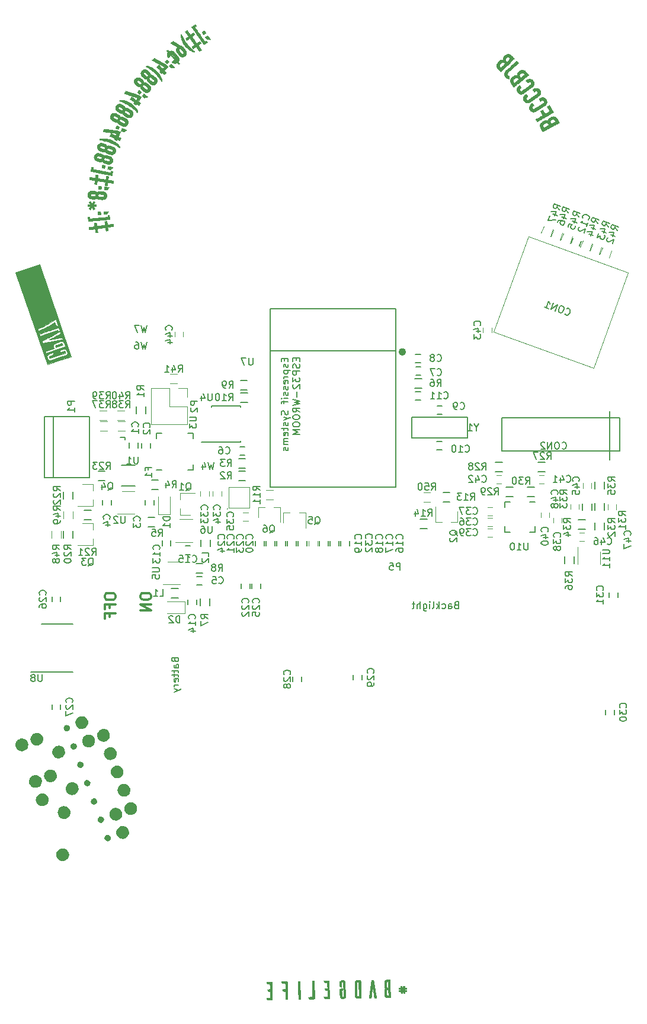
<source format=gbr>
G04 #@! TF.FileFunction,Legend,Bot*
%FSLAX46Y46*%
G04 Gerber Fmt 4.6, Leading zero omitted, Abs format (unit mm)*
G04 Created by KiCad (PCBNEW 4.0.6) date 06/27/17 19:22:01*
%MOMM*%
%LPD*%
G01*
G04 APERTURE LIST*
%ADD10C,0.100000*%
%ADD11C,0.300000*%
%ADD12C,0.120000*%
%ADD13C,0.150000*%
%ADD14C,0.500000*%
%ADD15C,0.050000*%
%ADD16C,0.010000*%
G04 APERTURE END LIST*
D10*
D11*
X100270571Y-114141429D02*
X100270571Y-114427143D01*
X100342000Y-114570001D01*
X100484857Y-114712858D01*
X100770571Y-114784286D01*
X101270571Y-114784286D01*
X101556286Y-114712858D01*
X101699143Y-114570001D01*
X101770571Y-114427143D01*
X101770571Y-114141429D01*
X101699143Y-113998572D01*
X101556286Y-113855715D01*
X101270571Y-113784286D01*
X100770571Y-113784286D01*
X100484857Y-113855715D01*
X100342000Y-113998572D01*
X100270571Y-114141429D01*
X100984857Y-115927144D02*
X100984857Y-115427144D01*
X101770571Y-115427144D02*
X100270571Y-115427144D01*
X100270571Y-116141430D01*
X100984857Y-117212858D02*
X100984857Y-116712858D01*
X101770571Y-116712858D02*
X100270571Y-116712858D01*
X100270571Y-117427144D01*
X105350571Y-114133428D02*
X105350571Y-114419142D01*
X105422000Y-114562000D01*
X105564857Y-114704857D01*
X105850571Y-114776285D01*
X106350571Y-114776285D01*
X106636286Y-114704857D01*
X106779143Y-114562000D01*
X106850571Y-114419142D01*
X106850571Y-114133428D01*
X106779143Y-113990571D01*
X106636286Y-113847714D01*
X106350571Y-113776285D01*
X105850571Y-113776285D01*
X105564857Y-113847714D01*
X105422000Y-113990571D01*
X105350571Y-114133428D01*
X106850571Y-115419143D02*
X105350571Y-115419143D01*
X106850571Y-116276286D01*
X105350571Y-116276286D01*
D10*
X175083429Y-68041748D02*
X170124136Y-81667291D01*
X170124136Y-81667291D02*
X155840809Y-76468585D01*
X155840809Y-76468585D02*
X160800101Y-62843042D01*
X160800101Y-62843042D02*
X175083429Y-68041748D01*
D12*
X109474000Y-84522000D02*
X106874000Y-84522000D01*
X106874000Y-84522000D02*
X106874000Y-89722000D01*
X106874000Y-89722000D02*
X112074000Y-89722000D01*
X112074000Y-89722000D02*
X112074000Y-87122000D01*
X112074000Y-87122000D02*
X109474000Y-87122000D01*
X109474000Y-87122000D02*
X109474000Y-84522000D01*
X110744000Y-84522000D02*
X112074000Y-84522000D01*
X112074000Y-84522000D02*
X112074000Y-85792000D01*
D13*
X161634772Y-98637274D02*
X160634772Y-98637274D01*
X160634772Y-99987274D02*
X161634772Y-99987274D01*
X91678551Y-97292075D02*
X91678551Y-88592075D01*
X98083551Y-97292075D02*
X98083551Y-88592075D01*
X98083551Y-88592075D02*
X91678551Y-88592075D01*
X92908551Y-88592075D02*
X92908551Y-97292075D01*
X91678551Y-97292075D02*
X98083551Y-97292075D01*
D14*
X143077981Y-79338000D02*
G75*
G03X143077981Y-79338000I-283981J0D01*
G01*
D13*
X123888000Y-79192000D02*
X141888000Y-79192000D01*
X141888000Y-73192000D02*
X141888000Y-98692000D01*
X123888000Y-73192000D02*
X123888000Y-98692000D01*
X123888000Y-98692000D02*
X141888000Y-98692000D01*
X123888000Y-73192000D02*
X141888000Y-73192000D01*
X103794000Y-92348000D02*
X103794000Y-93048000D01*
X104994000Y-93048000D02*
X104994000Y-92348000D01*
X105572000Y-92360000D02*
X105572000Y-93060000D01*
X106772000Y-93060000D02*
X106772000Y-92360000D01*
X106080000Y-100488000D02*
X106080000Y-101188000D01*
X107280000Y-101188000D02*
X107280000Y-100488000D01*
X99984000Y-100488000D02*
X99984000Y-101188000D01*
X101184000Y-101188000D02*
X101184000Y-100488000D01*
X113442000Y-112614000D02*
X114142000Y-112614000D01*
X114142000Y-111414000D02*
X113442000Y-111414000D01*
X120250000Y-92872001D02*
X119550000Y-92872001D01*
X119550000Y-94072001D02*
X120250000Y-94072001D01*
X144696000Y-82642000D02*
X145396000Y-82642000D01*
X145396000Y-81442000D02*
X144696000Y-81442000D01*
X144684000Y-80864000D02*
X145384000Y-80864000D01*
X145384000Y-79664000D02*
X144684000Y-79664000D01*
X147744000Y-88230000D02*
X148444000Y-88230000D01*
X148444000Y-87030000D02*
X147744000Y-87030000D01*
X147732000Y-93310000D02*
X148432000Y-93310000D01*
X148432000Y-92110000D02*
X147732000Y-92110000D01*
X144672000Y-86198000D02*
X145372000Y-86198000D01*
X145372000Y-84998000D02*
X144672000Y-84998000D01*
X168084109Y-64161105D02*
X168323523Y-63503320D01*
X167195891Y-63092895D02*
X166956477Y-63750680D01*
X108485383Y-106313491D02*
X108485383Y-107013491D01*
X109685383Y-107013491D02*
X109685383Y-106313491D01*
X113376000Y-115412000D02*
X113376000Y-114712000D01*
X112176000Y-114712000D02*
X112176000Y-115412000D01*
X112483386Y-107079494D02*
X111783386Y-107079494D01*
X111783386Y-108279494D02*
X112483386Y-108279494D01*
X135220000Y-107042000D02*
X135220000Y-106342000D01*
X134020000Y-106342000D02*
X134020000Y-107042000D01*
X133696000Y-107030000D02*
X133696000Y-106330000D01*
X132496000Y-106330000D02*
X132496000Y-107030000D01*
X132172000Y-107030000D02*
X132172000Y-106330000D01*
X130972000Y-106330000D02*
X130972000Y-107030000D01*
X129124000Y-107042000D02*
X129124000Y-106342000D01*
X127924000Y-106342000D02*
X127924000Y-107042000D01*
X127600000Y-107042000D02*
X127600000Y-106342000D01*
X126400000Y-106342000D02*
X126400000Y-107042000D01*
X124552000Y-107042000D02*
X124552000Y-106342000D01*
X123352000Y-106342000D02*
X123352000Y-107042000D01*
X120996000Y-113126000D02*
X120996000Y-112426000D01*
X119796000Y-112426000D02*
X119796000Y-113126000D01*
X126076000Y-107030000D02*
X126076000Y-106330000D01*
X124876000Y-106330000D02*
X124876000Y-107030000D01*
X123028000Y-107042000D02*
X123028000Y-106342000D01*
X121828000Y-106342000D02*
X121828000Y-107042000D01*
X122520000Y-113126000D02*
X122520000Y-112426000D01*
X121320000Y-112426000D02*
X121320000Y-113126000D01*
X92745000Y-114331000D02*
X92745000Y-115031000D01*
X93945000Y-115031000D02*
X93945000Y-114331000D01*
X93945000Y-130410000D02*
X93945000Y-129710000D01*
X92745000Y-129710000D02*
X92745000Y-130410000D01*
X128362000Y-126449000D02*
X128362000Y-125749000D01*
X127162000Y-125749000D02*
X127162000Y-126449000D01*
X136998000Y-126207000D02*
X136998000Y-125507000D01*
X135798000Y-125507000D02*
X135798000Y-126207000D01*
X173066000Y-131160000D02*
X173066000Y-130460000D01*
X171866000Y-130460000D02*
X171866000Y-131160000D01*
X172374000Y-113696000D02*
X172374000Y-114396000D01*
X173574000Y-114396000D02*
X173574000Y-113696000D01*
D12*
X109562000Y-102592000D02*
X107862000Y-102592000D01*
X107862000Y-102592000D02*
X107862000Y-100042000D01*
X109562000Y-102592000D02*
X109562000Y-100042000D01*
X111736000Y-114974000D02*
X111736000Y-116674000D01*
X111736000Y-116674000D02*
X109186000Y-116674000D01*
X111736000Y-114974000D02*
X109186000Y-114974000D01*
X111000000Y-102672000D02*
X111000000Y-101742000D01*
X111000000Y-99512000D02*
X111000000Y-100442000D01*
X111000000Y-99512000D02*
X113160000Y-99512000D01*
X111000000Y-102672000D02*
X112460000Y-102672000D01*
X150678000Y-103630000D02*
X149748000Y-103630000D01*
X147518000Y-103630000D02*
X148448000Y-103630000D01*
X147518000Y-103630000D02*
X147518000Y-101470000D01*
X150678000Y-103630000D02*
X150678000Y-102170000D01*
D13*
X104735000Y-87130000D02*
X104735000Y-88130000D01*
X106085000Y-88130000D02*
X106085000Y-87130000D01*
X119388000Y-97703000D02*
X120388000Y-97703000D01*
X120388000Y-96353000D02*
X119388000Y-96353000D01*
X119388000Y-95925000D02*
X120388000Y-95925000D01*
X120388000Y-94575000D02*
X119388000Y-94575000D01*
X107942000Y-97623000D02*
X106942000Y-97623000D01*
X106942000Y-98973000D02*
X107942000Y-98973000D01*
X106434000Y-104307000D02*
X107434000Y-104307000D01*
X107434000Y-102957000D02*
X106434000Y-102957000D01*
X145546000Y-83145000D02*
X144546000Y-83145000D01*
X144546000Y-84495000D02*
X145546000Y-84495000D01*
X113879000Y-114562000D02*
X113879000Y-115562000D01*
X115229000Y-115562000D02*
X115229000Y-114562000D01*
X114292000Y-109561000D02*
X113292000Y-109561000D01*
X113292000Y-110911000D02*
X114292000Y-110911000D01*
X120642000Y-83399000D02*
X119642000Y-83399000D01*
X119642000Y-84749000D02*
X120642000Y-84749000D01*
X120654000Y-85177000D02*
X119654000Y-85177000D01*
X119654000Y-86527000D02*
X120654000Y-86527000D01*
X149598000Y-99401000D02*
X148598000Y-99401000D01*
X148598000Y-100751000D02*
X149598000Y-100751000D01*
X145308000Y-104561000D02*
X146308000Y-104561000D01*
X146308000Y-103211000D02*
X145308000Y-103211000D01*
D12*
X102732000Y-99228000D02*
X104532000Y-99228000D01*
X104532000Y-102448000D02*
X102082000Y-102448000D01*
D13*
X112885000Y-96187000D02*
X112885000Y-95437000D01*
X107635000Y-90937000D02*
X107635000Y-91687000D01*
X112885000Y-90937000D02*
X112885000Y-91687000D01*
X107635000Y-96187000D02*
X108385000Y-96187000D01*
X107635000Y-90937000D02*
X108385000Y-90937000D01*
X112885000Y-90937000D02*
X112135000Y-90937000D01*
X112885000Y-96187000D02*
X112135000Y-96187000D01*
X115527000Y-92237002D02*
X115527000Y-92187002D01*
X119677000Y-92237002D02*
X119677000Y-92092002D01*
X119677000Y-87087002D02*
X119677000Y-87232002D01*
X115527000Y-87087002D02*
X115527000Y-87232002D01*
X115527000Y-92237002D02*
X119677000Y-92237002D01*
X115527000Y-87087002D02*
X119677000Y-87087002D01*
X115527000Y-92187002D02*
X114127000Y-92187002D01*
D12*
X130648000Y-107042000D02*
X130648000Y-106342000D01*
X129448000Y-106342000D02*
X129448000Y-107042000D01*
D13*
X102483340Y-91518000D02*
X103192000Y-91518000D01*
X103192000Y-91518000D02*
X103192000Y-91919320D01*
D12*
X109252000Y-109322000D02*
X111052000Y-109322000D01*
X111052000Y-112542000D02*
X108602000Y-112542000D01*
X110979383Y-103275486D02*
X112779383Y-103275486D01*
X112779383Y-106495486D02*
X110329383Y-106495486D01*
D13*
X104632000Y-95553000D02*
X102632000Y-95553000D01*
X102632000Y-98503000D02*
X104632000Y-98503000D01*
X110748000Y-113117000D02*
X109748000Y-113117000D01*
X109748000Y-114467000D02*
X110748000Y-114467000D01*
X113998384Y-106163492D02*
X113998384Y-107163492D01*
X115348384Y-107163492D02*
X115348384Y-106163492D01*
X91247000Y-118216000D02*
X95697000Y-118216000D01*
X89722000Y-125116000D02*
X95697000Y-125116000D01*
X144126000Y-91640000D02*
X152126000Y-91640000D01*
X152126000Y-91640000D02*
X152126000Y-88640000D01*
X152126000Y-88640000D02*
X144126000Y-88640000D01*
X144126000Y-88640000D02*
X144126000Y-91640000D01*
D12*
X115154000Y-99918000D02*
X115154000Y-99218000D01*
X113954000Y-99218000D02*
X113954000Y-99918000D01*
X116932000Y-99930000D02*
X116932000Y-99230000D01*
X115732000Y-99230000D02*
X115732000Y-99930000D01*
X120746000Y-102270000D02*
X120046000Y-102270000D01*
X120046000Y-103470000D02*
X120746000Y-103470000D01*
X155654776Y-103030271D02*
X154954776Y-103030271D01*
X154954776Y-104230271D02*
X155654776Y-104230271D01*
X155654767Y-101506282D02*
X154954767Y-101506282D01*
X154954767Y-102706282D02*
X155654767Y-102706282D01*
X165556768Y-103726277D02*
X165556768Y-103026277D01*
X164356768Y-103026277D02*
X164356768Y-103726277D01*
X155654767Y-104554269D02*
X154954767Y-104554269D01*
X154954767Y-105754269D02*
X155654767Y-105754269D01*
X163778770Y-102964282D02*
X163778770Y-102264282D01*
X162578770Y-102264282D02*
X162578770Y-102964282D01*
X162308764Y-98134281D02*
X163008764Y-98134281D01*
X163008764Y-96934281D02*
X162308764Y-96934281D01*
X156924769Y-96934283D02*
X156224769Y-96934283D01*
X156224769Y-98134283D02*
X156924769Y-98134283D01*
X154340000Y-75862001D02*
X154340000Y-76562001D01*
X155540000Y-76562001D02*
X155540000Y-75862001D01*
X110271000Y-76497000D02*
X110271000Y-77197000D01*
X111471000Y-77197000D02*
X111471000Y-76497000D01*
X98566000Y-103830000D02*
X98566000Y-104760000D01*
X98566000Y-106990000D02*
X98566000Y-106060000D01*
X98566000Y-106990000D02*
X96406000Y-106990000D01*
X98566000Y-103830000D02*
X97106000Y-103830000D01*
X98566000Y-98242000D02*
X98566000Y-99172000D01*
X98566000Y-101402000D02*
X98566000Y-100472000D01*
X98566000Y-101402000D02*
X96406000Y-101402000D01*
X98566000Y-98242000D02*
X97106000Y-98242000D01*
D13*
X94321000Y-104910000D02*
X94321000Y-105910000D01*
X95671000Y-105910000D02*
X95671000Y-104910000D01*
X97302000Y-103291000D02*
X98302000Y-103291000D01*
X98302000Y-101941000D02*
X97302000Y-101941000D01*
X94321000Y-99322000D02*
X94321000Y-100322000D01*
X95671000Y-100322000D02*
X95671000Y-99322000D01*
X99322000Y-97703000D02*
X100322000Y-97703000D01*
X100322000Y-96353000D02*
X99322000Y-96353000D01*
X163170763Y-95081281D02*
X162170763Y-95081281D01*
X162170763Y-96431281D02*
X163170763Y-96431281D01*
X156074767Y-96431283D02*
X157074767Y-96431283D01*
X157074767Y-95081283D02*
X156074767Y-95081283D01*
X157598774Y-99987278D02*
X158598774Y-99987278D01*
X158598774Y-98637278D02*
X157598774Y-98637278D01*
X157440771Y-100759283D02*
X157440771Y-101534283D01*
X161740771Y-105059283D02*
X161740771Y-104284283D01*
X157440771Y-105059283D02*
X157440771Y-104284283D01*
X161740771Y-100759283D02*
X160965771Y-100759283D01*
X161740771Y-105059283D02*
X160965771Y-105059283D01*
X157440771Y-105059283D02*
X158215771Y-105059283D01*
X157440771Y-100759283D02*
X158215771Y-100759283D01*
D12*
X168576730Y-98098210D02*
X168576730Y-98798210D01*
X169776730Y-98798210D02*
X169776730Y-98098210D01*
X168064740Y-106402213D02*
X168764740Y-106402213D01*
X168764740Y-105202213D02*
X168064740Y-105202213D01*
X173332733Y-101846214D02*
X173332733Y-101146214D01*
X172132733Y-101146214D02*
X172132733Y-101846214D01*
X166798729Y-101134214D02*
X166798729Y-101834214D01*
X167998729Y-101834214D02*
X167998729Y-101134214D01*
D13*
X171629728Y-101984212D02*
X171629728Y-100984212D01*
X170279728Y-100984212D02*
X170279728Y-101984212D01*
X170279737Y-103778209D02*
X170279737Y-104778209D01*
X171629737Y-104778209D02*
X171629737Y-103778209D01*
X168501734Y-100996207D02*
X168501734Y-101996207D01*
X169851734Y-101996207D02*
X169851734Y-100996207D01*
X168914736Y-103349212D02*
X167914736Y-103349212D01*
X167914736Y-104699212D02*
X168914736Y-104699212D01*
X171629736Y-98936209D02*
X171629736Y-97936209D01*
X170279736Y-97936209D02*
X170279736Y-98936209D01*
X165961731Y-108592208D02*
X165961731Y-109592208D01*
X167311731Y-109592208D02*
X167311731Y-108592208D01*
D12*
X171076732Y-107866213D02*
X171076732Y-109666213D01*
X167856732Y-109666213D02*
X167856732Y-107216213D01*
D13*
X173894000Y-88786000D02*
X156994000Y-88786000D01*
X156994000Y-88786000D02*
X156994000Y-93486000D01*
X156994000Y-93486000D02*
X173794000Y-93486000D01*
X173794000Y-93486000D02*
X173894000Y-93486000D01*
X173894000Y-93486000D02*
X173894000Y-88786000D01*
X172394000Y-87786000D02*
X172394000Y-94786000D01*
D12*
X99588000Y-90596000D02*
X100588000Y-90596000D01*
X100588000Y-89236000D02*
X99588000Y-89236000D01*
X102128000Y-90596000D02*
X103128000Y-90596000D01*
X103128000Y-89236000D02*
X102128000Y-89236000D01*
X99564000Y-89072000D02*
X100564000Y-89072000D01*
X100564000Y-87712000D02*
X99564000Y-87712000D01*
X102104000Y-89072000D02*
X103104000Y-89072000D01*
X103104000Y-87712000D02*
X102104000Y-87712000D01*
X110621000Y-82505000D02*
X109621000Y-82505000D01*
X109621000Y-83865000D02*
X110621000Y-83865000D01*
X172298981Y-65853420D02*
X172641001Y-64913727D01*
X171363019Y-64448580D02*
X171020999Y-65388273D01*
X170901981Y-65345420D02*
X171244001Y-64405727D01*
X169966019Y-63940580D02*
X169623999Y-64880273D01*
X169504981Y-64837420D02*
X169847001Y-63897727D01*
X168569019Y-63432580D02*
X168226999Y-64372273D01*
X166710981Y-63821420D02*
X167053001Y-62881727D01*
X165775019Y-62416580D02*
X165432999Y-63356273D01*
X165313981Y-63313420D02*
X165656001Y-62373727D01*
X164378019Y-61908580D02*
X164035999Y-62848273D01*
X163916981Y-62805420D02*
X164259001Y-61865727D01*
X162981019Y-61400580D02*
X162638999Y-62340273D01*
X94025000Y-105910000D02*
X94025000Y-104910000D01*
X92665000Y-104910000D02*
X92665000Y-105910000D01*
X94316000Y-102116000D02*
X94316000Y-103116000D01*
X95676000Y-103116000D02*
X95676000Y-102116000D01*
X145804000Y-100756000D02*
X146804000Y-100756000D01*
X146804000Y-99396000D02*
X145804000Y-99396000D01*
D15*
X117858711Y-101784000D02*
G75*
G03X117858711Y-101784000I-70711J0D01*
G01*
X117938000Y-98634000D02*
X117938000Y-101634000D01*
X120938000Y-98634000D02*
X117938000Y-98634000D01*
X120938000Y-101634000D02*
X120938000Y-98634000D01*
X117938000Y-101634000D02*
X120938000Y-101634000D01*
D16*
G36*
X89251677Y-135482501D02*
X89251013Y-135364162D01*
X89229478Y-135240789D01*
X89229126Y-135239362D01*
X89179980Y-135096246D01*
X89107432Y-134964172D01*
X89014358Y-134847106D01*
X88903637Y-134749007D01*
X88844619Y-134709552D01*
X88800408Y-134684265D01*
X88758590Y-134664464D01*
X88711830Y-134647536D01*
X88652794Y-134630860D01*
X88574146Y-134611822D01*
X88564307Y-134609545D01*
X88486747Y-134592123D01*
X88429628Y-134580976D01*
X88386026Y-134575453D01*
X88349023Y-134574903D01*
X88311699Y-134578672D01*
X88283962Y-134583135D01*
X88117962Y-134624305D01*
X87968031Y-134687095D01*
X87835556Y-134770597D01*
X87721928Y-134873904D01*
X87628533Y-134996109D01*
X87613248Y-135021289D01*
X87584204Y-135079967D01*
X87555396Y-135153166D01*
X87530219Y-135230608D01*
X87512070Y-135302018D01*
X87504749Y-135349682D01*
X87506038Y-135485480D01*
X87528380Y-135624009D01*
X87569570Y-135759549D01*
X87627404Y-135886372D01*
X87699677Y-135998755D01*
X87784186Y-136090974D01*
X87793239Y-136098878D01*
X87865695Y-136157420D01*
X87930804Y-136200892D01*
X87997443Y-136233663D01*
X88074490Y-136260101D01*
X88170378Y-136284473D01*
X88246668Y-136301118D01*
X88304416Y-136311039D01*
X88352285Y-136315020D01*
X88398935Y-136313846D01*
X88444652Y-136309315D01*
X88575965Y-136286242D01*
X88693927Y-136248028D01*
X88810062Y-136190602D01*
X88851812Y-136165584D01*
X88972177Y-136074462D01*
X89072343Y-135963773D01*
X89151996Y-135833981D01*
X89210823Y-135685546D01*
X89231547Y-135607905D01*
X89251677Y-135482501D01*
X89251677Y-135482501D01*
G37*
X89251677Y-135482501D02*
X89251013Y-135364162D01*
X89229478Y-135240789D01*
X89229126Y-135239362D01*
X89179980Y-135096246D01*
X89107432Y-134964172D01*
X89014358Y-134847106D01*
X88903637Y-134749007D01*
X88844619Y-134709552D01*
X88800408Y-134684265D01*
X88758590Y-134664464D01*
X88711830Y-134647536D01*
X88652794Y-134630860D01*
X88574146Y-134611822D01*
X88564307Y-134609545D01*
X88486747Y-134592123D01*
X88429628Y-134580976D01*
X88386026Y-134575453D01*
X88349023Y-134574903D01*
X88311699Y-134578672D01*
X88283962Y-134583135D01*
X88117962Y-134624305D01*
X87968031Y-134687095D01*
X87835556Y-134770597D01*
X87721928Y-134873904D01*
X87628533Y-134996109D01*
X87613248Y-135021289D01*
X87584204Y-135079967D01*
X87555396Y-135153166D01*
X87530219Y-135230608D01*
X87512070Y-135302018D01*
X87504749Y-135349682D01*
X87506038Y-135485480D01*
X87528380Y-135624009D01*
X87569570Y-135759549D01*
X87627404Y-135886372D01*
X87699677Y-135998755D01*
X87784186Y-136090974D01*
X87793239Y-136098878D01*
X87865695Y-136157420D01*
X87930804Y-136200892D01*
X87997443Y-136233663D01*
X88074490Y-136260101D01*
X88170378Y-136284473D01*
X88246668Y-136301118D01*
X88304416Y-136311039D01*
X88352285Y-136315020D01*
X88398935Y-136313846D01*
X88444652Y-136309315D01*
X88575965Y-136286242D01*
X88693927Y-136248028D01*
X88810062Y-136190602D01*
X88851812Y-136165584D01*
X88972177Y-136074462D01*
X89072343Y-135963773D01*
X89151996Y-135833981D01*
X89210823Y-135685546D01*
X89231547Y-135607905D01*
X89251677Y-135482501D01*
G36*
X91387771Y-134715764D02*
X91389905Y-134612882D01*
X91388074Y-134590387D01*
X91358790Y-134432754D01*
X91307141Y-134288209D01*
X91235321Y-134158420D01*
X91145526Y-134045054D01*
X91039955Y-133949777D01*
X90920801Y-133874258D01*
X90790262Y-133820162D01*
X90650533Y-133789158D01*
X90503810Y-133782911D01*
X90352289Y-133803089D01*
X90351241Y-133803323D01*
X90192734Y-133851133D01*
X90053232Y-133919590D01*
X89933007Y-134008483D01*
X89832330Y-134117599D01*
X89751475Y-134246728D01*
X89734588Y-134281680D01*
X89688260Y-134400951D01*
X89662781Y-134514499D01*
X89655904Y-134632832D01*
X89656241Y-134648483D01*
X89670902Y-134783740D01*
X89705274Y-134919306D01*
X89756631Y-135047975D01*
X89822243Y-135162533D01*
X89877276Y-135232779D01*
X89981617Y-135329750D01*
X90101184Y-135409505D01*
X90230131Y-135469082D01*
X90362613Y-135505516D01*
X90432932Y-135514478D01*
X90585361Y-135512465D01*
X90734156Y-135485433D01*
X90875820Y-135435310D01*
X91006853Y-135364031D01*
X91123752Y-135273525D01*
X91223020Y-135165727D01*
X91301155Y-135042565D01*
X91306183Y-135032524D01*
X91343823Y-134936852D01*
X91371714Y-134827510D01*
X91387771Y-134715764D01*
X91387771Y-134715764D01*
G37*
X91387771Y-134715764D02*
X91389905Y-134612882D01*
X91388074Y-134590387D01*
X91358790Y-134432754D01*
X91307141Y-134288209D01*
X91235321Y-134158420D01*
X91145526Y-134045054D01*
X91039955Y-133949777D01*
X90920801Y-133874258D01*
X90790262Y-133820162D01*
X90650533Y-133789158D01*
X90503810Y-133782911D01*
X90352289Y-133803089D01*
X90351241Y-133803323D01*
X90192734Y-133851133D01*
X90053232Y-133919590D01*
X89933007Y-134008483D01*
X89832330Y-134117599D01*
X89751475Y-134246728D01*
X89734588Y-134281680D01*
X89688260Y-134400951D01*
X89662781Y-134514499D01*
X89655904Y-134632832D01*
X89656241Y-134648483D01*
X89670902Y-134783740D01*
X89705274Y-134919306D01*
X89756631Y-135047975D01*
X89822243Y-135162533D01*
X89877276Y-135232779D01*
X89981617Y-135329750D01*
X90101184Y-135409505D01*
X90230131Y-135469082D01*
X90362613Y-135505516D01*
X90432932Y-135514478D01*
X90585361Y-135512465D01*
X90734156Y-135485433D01*
X90875820Y-135435310D01*
X91006853Y-135364031D01*
X91123752Y-135273525D01*
X91223020Y-135165727D01*
X91301155Y-135042565D01*
X91306183Y-135032524D01*
X91343823Y-134936852D01*
X91371714Y-134827510D01*
X91387771Y-134715764D01*
G36*
X91188851Y-140763378D02*
X91197900Y-140707137D01*
X91200864Y-140660731D01*
X91198442Y-140615474D01*
X91193860Y-140579429D01*
X91157971Y-140419194D01*
X91099542Y-140275920D01*
X91018770Y-140149852D01*
X90915854Y-140041234D01*
X90790992Y-139950311D01*
X90644380Y-139877326D01*
X90615918Y-139866196D01*
X90474269Y-139827452D01*
X90329297Y-139814926D01*
X90184366Y-139827420D01*
X90042838Y-139863734D01*
X89908078Y-139922669D01*
X89783449Y-140003025D01*
X89672315Y-140103602D01*
X89578038Y-140223202D01*
X89567089Y-140240256D01*
X89533826Y-140305001D01*
X89501963Y-140387213D01*
X89474599Y-140476652D01*
X89454830Y-140563076D01*
X89445754Y-140636246D01*
X89445561Y-140642081D01*
X89454090Y-140771562D01*
X89483562Y-140907694D01*
X89531387Y-141041551D01*
X89594972Y-141164209D01*
X89598987Y-141170629D01*
X89686981Y-141287017D01*
X89790174Y-141380605D01*
X89910368Y-141452642D01*
X90049361Y-141504376D01*
X90098260Y-141516882D01*
X90260394Y-141541837D01*
X90415048Y-141539737D01*
X90563569Y-141510334D01*
X90707302Y-141453380D01*
X90827618Y-141382510D01*
X90937255Y-141293663D01*
X91026751Y-141188998D01*
X91097555Y-141066224D01*
X91151122Y-140923056D01*
X91173016Y-140838143D01*
X91188851Y-140763378D01*
X91188851Y-140763378D01*
G37*
X91188851Y-140763378D02*
X91197900Y-140707137D01*
X91200864Y-140660731D01*
X91198442Y-140615474D01*
X91193860Y-140579429D01*
X91157971Y-140419194D01*
X91099542Y-140275920D01*
X91018770Y-140149852D01*
X90915854Y-140041234D01*
X90790992Y-139950311D01*
X90644380Y-139877326D01*
X90615918Y-139866196D01*
X90474269Y-139827452D01*
X90329297Y-139814926D01*
X90184366Y-139827420D01*
X90042838Y-139863734D01*
X89908078Y-139922669D01*
X89783449Y-140003025D01*
X89672315Y-140103602D01*
X89578038Y-140223202D01*
X89567089Y-140240256D01*
X89533826Y-140305001D01*
X89501963Y-140387213D01*
X89474599Y-140476652D01*
X89454830Y-140563076D01*
X89445754Y-140636246D01*
X89445561Y-140642081D01*
X89454090Y-140771562D01*
X89483562Y-140907694D01*
X89531387Y-141041551D01*
X89594972Y-141164209D01*
X89598987Y-141170629D01*
X89686981Y-141287017D01*
X89790174Y-141380605D01*
X89910368Y-141452642D01*
X90049361Y-141504376D01*
X90098260Y-141516882D01*
X90260394Y-141541837D01*
X90415048Y-141539737D01*
X90563569Y-141510334D01*
X90707302Y-141453380D01*
X90827618Y-141382510D01*
X90937255Y-141293663D01*
X91026751Y-141188998D01*
X91097555Y-141066224D01*
X91151122Y-140923056D01*
X91173016Y-140838143D01*
X91188851Y-140763378D01*
G36*
X92164689Y-143355437D02*
X92170946Y-143258098D01*
X92162002Y-143163466D01*
X92137390Y-143060715D01*
X92124351Y-143018879D01*
X92094391Y-142947361D01*
X92049993Y-142866236D01*
X91996930Y-142784342D01*
X91940975Y-142710521D01*
X91887901Y-142653611D01*
X91882826Y-142649060D01*
X91785413Y-142578409D01*
X91667989Y-142517888D01*
X91537999Y-142471094D01*
X91486419Y-142457556D01*
X91341491Y-142434594D01*
X91203405Y-142436568D01*
X91068518Y-142464130D01*
X90933188Y-142517936D01*
X90829550Y-142575696D01*
X90706442Y-142664787D01*
X90606380Y-142766083D01*
X90525317Y-142883895D01*
X90505226Y-142920908D01*
X90471982Y-143001034D01*
X90444535Y-143096575D01*
X90425708Y-143195184D01*
X90418333Y-143284516D01*
X90418466Y-143299719D01*
X90434544Y-143438885D01*
X90473439Y-143580795D01*
X90532356Y-143716339D01*
X90562426Y-143769218D01*
X90636131Y-143874734D01*
X90717106Y-143959799D01*
X90813331Y-144032175D01*
X90864770Y-144063263D01*
X90932308Y-144094172D01*
X91017958Y-144122485D01*
X91111611Y-144145692D01*
X91203157Y-144161284D01*
X91281829Y-144166758D01*
X91402142Y-144155756D01*
X91529642Y-144125739D01*
X91653827Y-144079682D01*
X91735482Y-144038150D01*
X91857053Y-143955733D01*
X91956141Y-143861456D01*
X92035058Y-143752080D01*
X92096118Y-143624365D01*
X92141632Y-143475071D01*
X92143699Y-143466304D01*
X92164689Y-143355437D01*
X92164689Y-143355437D01*
G37*
X92164689Y-143355437D02*
X92170946Y-143258098D01*
X92162002Y-143163466D01*
X92137390Y-143060715D01*
X92124351Y-143018879D01*
X92094391Y-142947361D01*
X92049993Y-142866236D01*
X91996930Y-142784342D01*
X91940975Y-142710521D01*
X91887901Y-142653611D01*
X91882826Y-142649060D01*
X91785413Y-142578409D01*
X91667989Y-142517888D01*
X91537999Y-142471094D01*
X91486419Y-142457556D01*
X91341491Y-142434594D01*
X91203405Y-142436568D01*
X91068518Y-142464130D01*
X90933188Y-142517936D01*
X90829550Y-142575696D01*
X90706442Y-142664787D01*
X90606380Y-142766083D01*
X90525317Y-142883895D01*
X90505226Y-142920908D01*
X90471982Y-143001034D01*
X90444535Y-143096575D01*
X90425708Y-143195184D01*
X90418333Y-143284516D01*
X90418466Y-143299719D01*
X90434544Y-143438885D01*
X90473439Y-143580795D01*
X90532356Y-143716339D01*
X90562426Y-143769218D01*
X90636131Y-143874734D01*
X90717106Y-143959799D01*
X90813331Y-144032175D01*
X90864770Y-144063263D01*
X90932308Y-144094172D01*
X91017958Y-144122485D01*
X91111611Y-144145692D01*
X91203157Y-144161284D01*
X91281829Y-144166758D01*
X91402142Y-144155756D01*
X91529642Y-144125739D01*
X91653827Y-144079682D01*
X91735482Y-144038150D01*
X91857053Y-143955733D01*
X91956141Y-143861456D01*
X92035058Y-143752080D01*
X92096118Y-143624365D01*
X92141632Y-143475071D01*
X92143699Y-143466304D01*
X92164689Y-143355437D01*
G36*
X93327878Y-139993546D02*
X93335517Y-139881348D01*
X93321408Y-139755278D01*
X93286341Y-139623983D01*
X93233582Y-139495029D01*
X93166395Y-139375983D01*
X93088044Y-139274411D01*
X93062202Y-139247852D01*
X92960354Y-139166901D01*
X92840325Y-139100386D01*
X92709711Y-139051259D01*
X92576110Y-139022470D01*
X92465780Y-139016196D01*
X92322347Y-139032463D01*
X92179438Y-139072127D01*
X92043090Y-139132445D01*
X91919344Y-139210670D01*
X91814236Y-139304058D01*
X91801244Y-139318307D01*
X91735683Y-139408729D01*
X91679511Y-139518157D01*
X91635822Y-139638083D01*
X91607708Y-139760001D01*
X91598260Y-139875407D01*
X91598271Y-139876580D01*
X91604734Y-139951399D01*
X91620999Y-140040789D01*
X91644401Y-140133998D01*
X91672278Y-140220279D01*
X91699056Y-140283255D01*
X91781015Y-140417102D01*
X91880319Y-140528686D01*
X91996918Y-140617974D01*
X92130759Y-140684926D01*
X92281792Y-140729506D01*
X92318140Y-140736449D01*
X92423651Y-140749727D01*
X92516914Y-140751614D01*
X92545450Y-140749417D01*
X92659294Y-140726749D01*
X92778987Y-140685215D01*
X92896835Y-140628723D01*
X93005150Y-140561180D01*
X93096241Y-140486491D01*
X93127814Y-140453590D01*
X93197104Y-140357802D01*
X93255628Y-140243458D01*
X93300262Y-140119169D01*
X93327878Y-139993546D01*
X93327878Y-139993546D01*
G37*
X93327878Y-139993546D02*
X93335517Y-139881348D01*
X93321408Y-139755278D01*
X93286341Y-139623983D01*
X93233582Y-139495029D01*
X93166395Y-139375983D01*
X93088044Y-139274411D01*
X93062202Y-139247852D01*
X92960354Y-139166901D01*
X92840325Y-139100386D01*
X92709711Y-139051259D01*
X92576110Y-139022470D01*
X92465780Y-139016196D01*
X92322347Y-139032463D01*
X92179438Y-139072127D01*
X92043090Y-139132445D01*
X91919344Y-139210670D01*
X91814236Y-139304058D01*
X91801244Y-139318307D01*
X91735683Y-139408729D01*
X91679511Y-139518157D01*
X91635822Y-139638083D01*
X91607708Y-139760001D01*
X91598260Y-139875407D01*
X91598271Y-139876580D01*
X91604734Y-139951399D01*
X91620999Y-140040789D01*
X91644401Y-140133998D01*
X91672278Y-140220279D01*
X91699056Y-140283255D01*
X91781015Y-140417102D01*
X91880319Y-140528686D01*
X91996918Y-140617974D01*
X92130759Y-140684926D01*
X92281792Y-140729506D01*
X92318140Y-140736449D01*
X92423651Y-140749727D01*
X92516914Y-140751614D01*
X92545450Y-140749417D01*
X92659294Y-140726749D01*
X92778987Y-140685215D01*
X92896835Y-140628723D01*
X93005150Y-140561180D01*
X93096241Y-140486491D01*
X93127814Y-140453590D01*
X93197104Y-140357802D01*
X93255628Y-140243458D01*
X93300262Y-140119169D01*
X93327878Y-139993546D01*
G36*
X94494658Y-136460812D02*
X94476398Y-136310946D01*
X94431797Y-136162235D01*
X94360815Y-136017039D01*
X94323550Y-135958296D01*
X94235741Y-135853197D01*
X94127700Y-135763287D01*
X94004422Y-135691103D01*
X93870903Y-135639183D01*
X93732138Y-135610062D01*
X93627253Y-135604716D01*
X93482168Y-135621123D01*
X93339900Y-135662493D01*
X93204734Y-135726195D01*
X93080956Y-135809600D01*
X92972848Y-135910078D01*
X92884698Y-136025002D01*
X92853224Y-136079685D01*
X92821475Y-136154946D01*
X92793845Y-136246488D01*
X92772930Y-136343066D01*
X92761328Y-136433431D01*
X92760005Y-136483301D01*
X92773356Y-136600204D01*
X92804373Y-136723749D01*
X92849816Y-136845176D01*
X92906444Y-136955725D01*
X92966309Y-137041096D01*
X93072023Y-137146013D01*
X93193402Y-137228691D01*
X93327703Y-137288283D01*
X93472185Y-137323946D01*
X93624109Y-137334834D01*
X93780734Y-137320104D01*
X93835400Y-137308916D01*
X93947779Y-137273001D01*
X94060398Y-137219565D01*
X94165555Y-137153270D01*
X94255548Y-137078774D01*
X94305114Y-137024605D01*
X94391806Y-136893728D01*
X94452322Y-136754563D01*
X94486619Y-136609471D01*
X94494658Y-136460812D01*
X94494658Y-136460812D01*
G37*
X94494658Y-136460812D02*
X94476398Y-136310946D01*
X94431797Y-136162235D01*
X94360815Y-136017039D01*
X94323550Y-135958296D01*
X94235741Y-135853197D01*
X94127700Y-135763287D01*
X94004422Y-135691103D01*
X93870903Y-135639183D01*
X93732138Y-135610062D01*
X93627253Y-135604716D01*
X93482168Y-135621123D01*
X93339900Y-135662493D01*
X93204734Y-135726195D01*
X93080956Y-135809600D01*
X92972848Y-135910078D01*
X92884698Y-136025002D01*
X92853224Y-136079685D01*
X92821475Y-136154946D01*
X92793845Y-136246488D01*
X92772930Y-136343066D01*
X92761328Y-136433431D01*
X92760005Y-136483301D01*
X92773356Y-136600204D01*
X92804373Y-136723749D01*
X92849816Y-136845176D01*
X92906444Y-136955725D01*
X92966309Y-137041096D01*
X93072023Y-137146013D01*
X93193402Y-137228691D01*
X93327703Y-137288283D01*
X93472185Y-137323946D01*
X93624109Y-137334834D01*
X93780734Y-137320104D01*
X93835400Y-137308916D01*
X93947779Y-137273001D01*
X94060398Y-137219565D01*
X94165555Y-137153270D01*
X94255548Y-137078774D01*
X94305114Y-137024605D01*
X94391806Y-136893728D01*
X94452322Y-136754563D01*
X94486619Y-136609471D01*
X94494658Y-136460812D01*
G36*
X95214060Y-133036625D02*
X95200274Y-132942797D01*
X95165764Y-132856716D01*
X95112589Y-132785269D01*
X95097232Y-132771024D01*
X95054472Y-132741907D01*
X94995281Y-132711044D01*
X94929565Y-132682691D01*
X94867228Y-132661104D01*
X94818178Y-132650540D01*
X94816538Y-132650400D01*
X94730611Y-132655605D01*
X94644456Y-132681733D01*
X94565376Y-132724990D01*
X94500674Y-132781583D01*
X94464515Y-132833248D01*
X94429770Y-132911022D01*
X94406128Y-132987119D01*
X94396734Y-133051373D01*
X94396716Y-133052323D01*
X94408635Y-133155698D01*
X94446199Y-133253133D01*
X94506838Y-133339395D01*
X94563308Y-133391621D01*
X94605553Y-133421068D01*
X94645910Y-133439999D01*
X94696434Y-133453348D01*
X94728781Y-133459385D01*
X94820602Y-133468366D01*
X94900552Y-133458867D01*
X94979001Y-133428835D01*
X95030051Y-133399870D01*
X95102462Y-133341565D01*
X95156546Y-133266694D01*
X95194685Y-133171603D01*
X95205061Y-133131319D01*
X95214060Y-133036625D01*
X95214060Y-133036625D01*
G37*
X95214060Y-133036625D02*
X95200274Y-132942797D01*
X95165764Y-132856716D01*
X95112589Y-132785269D01*
X95097232Y-132771024D01*
X95054472Y-132741907D01*
X94995281Y-132711044D01*
X94929565Y-132682691D01*
X94867228Y-132661104D01*
X94818178Y-132650540D01*
X94816538Y-132650400D01*
X94730611Y-132655605D01*
X94644456Y-132681733D01*
X94565376Y-132724990D01*
X94500674Y-132781583D01*
X94464515Y-132833248D01*
X94429770Y-132911022D01*
X94406128Y-132987119D01*
X94396734Y-133051373D01*
X94396716Y-133052323D01*
X94408635Y-133155698D01*
X94446199Y-133253133D01*
X94506838Y-133339395D01*
X94563308Y-133391621D01*
X94605553Y-133421068D01*
X94645910Y-133439999D01*
X94696434Y-133453348D01*
X94728781Y-133459385D01*
X94820602Y-133468366D01*
X94900552Y-133458867D01*
X94979001Y-133428835D01*
X95030051Y-133399870D01*
X95102462Y-133341565D01*
X95156546Y-133266694D01*
X95194685Y-133171603D01*
X95205061Y-133131319D01*
X95214060Y-133036625D01*
G36*
X97803498Y-132378780D02*
X97807228Y-132237206D01*
X97787260Y-132095072D01*
X97745197Y-131956361D01*
X97682640Y-131825064D01*
X97601191Y-131705168D01*
X97502451Y-131600661D01*
X97388022Y-131515529D01*
X97368027Y-131503782D01*
X97234564Y-131443741D01*
X97094138Y-131408933D01*
X96950240Y-131398374D01*
X96806365Y-131411079D01*
X96666002Y-131446067D01*
X96532644Y-131502354D01*
X96409783Y-131578959D01*
X96300910Y-131674896D01*
X96209517Y-131789184D01*
X96179445Y-131838378D01*
X96147094Y-131907531D01*
X96116798Y-131992755D01*
X96091890Y-132082674D01*
X96075707Y-132165915D01*
X96071666Y-132205970D01*
X96076919Y-132337736D01*
X96104128Y-132473371D01*
X96150687Y-132606598D01*
X96213990Y-132731141D01*
X96291428Y-132840724D01*
X96367604Y-132918437D01*
X96496921Y-133012098D01*
X96633987Y-133079060D01*
X96777000Y-133119185D01*
X96924162Y-133132334D01*
X97073672Y-133118364D01*
X97223729Y-133077138D01*
X97372534Y-133008516D01*
X97391088Y-132997928D01*
X97515649Y-132912260D01*
X97616823Y-132813075D01*
X97697068Y-132697281D01*
X97758845Y-132561785D01*
X97774470Y-132515803D01*
X97803498Y-132378780D01*
X97803498Y-132378780D01*
G37*
X97803498Y-132378780D02*
X97807228Y-132237206D01*
X97787260Y-132095072D01*
X97745197Y-131956361D01*
X97682640Y-131825064D01*
X97601191Y-131705168D01*
X97502451Y-131600661D01*
X97388022Y-131515529D01*
X97368027Y-131503782D01*
X97234564Y-131443741D01*
X97094138Y-131408933D01*
X96950240Y-131398374D01*
X96806365Y-131411079D01*
X96666002Y-131446067D01*
X96532644Y-131502354D01*
X96409783Y-131578959D01*
X96300910Y-131674896D01*
X96209517Y-131789184D01*
X96179445Y-131838378D01*
X96147094Y-131907531D01*
X96116798Y-131992755D01*
X96091890Y-132082674D01*
X96075707Y-132165915D01*
X96071666Y-132205970D01*
X96076919Y-132337736D01*
X96104128Y-132473371D01*
X96150687Y-132606598D01*
X96213990Y-132731141D01*
X96291428Y-132840724D01*
X96367604Y-132918437D01*
X96496921Y-133012098D01*
X96633987Y-133079060D01*
X96777000Y-133119185D01*
X96924162Y-133132334D01*
X97073672Y-133118364D01*
X97223729Y-133077138D01*
X97372534Y-133008516D01*
X97391088Y-132997928D01*
X97515649Y-132912260D01*
X97616823Y-132813075D01*
X97697068Y-132697281D01*
X97758845Y-132561785D01*
X97774470Y-132515803D01*
X97803498Y-132378780D01*
G36*
X96187189Y-135685730D02*
X96182662Y-135587410D01*
X96152527Y-135499054D01*
X96097647Y-135422148D01*
X96018890Y-135358176D01*
X95917122Y-135308621D01*
X95874721Y-135294507D01*
X95784286Y-135273800D01*
X95706819Y-135271503D01*
X95633413Y-135288196D01*
X95574768Y-135313988D01*
X95509058Y-135362115D01*
X95452187Y-135430888D01*
X95407707Y-135513229D01*
X95379169Y-135602061D01*
X95370123Y-135690307D01*
X95372017Y-135718058D01*
X95397252Y-135827151D01*
X95445574Y-135920015D01*
X95517042Y-135996743D01*
X95587624Y-136044742D01*
X95680753Y-136081209D01*
X95779894Y-136091188D01*
X95881600Y-136074777D01*
X95980411Y-136033209D01*
X96060422Y-135972852D01*
X96122620Y-135890698D01*
X96165240Y-135792530D01*
X96187189Y-135685730D01*
X96187189Y-135685730D01*
G37*
X96187189Y-135685730D02*
X96182662Y-135587410D01*
X96152527Y-135499054D01*
X96097647Y-135422148D01*
X96018890Y-135358176D01*
X95917122Y-135308621D01*
X95874721Y-135294507D01*
X95784286Y-135273800D01*
X95706819Y-135271503D01*
X95633413Y-135288196D01*
X95574768Y-135313988D01*
X95509058Y-135362115D01*
X95452187Y-135430888D01*
X95407707Y-135513229D01*
X95379169Y-135602061D01*
X95370123Y-135690307D01*
X95372017Y-135718058D01*
X95397252Y-135827151D01*
X95445574Y-135920015D01*
X95517042Y-135996743D01*
X95587624Y-136044742D01*
X95680753Y-136081209D01*
X95779894Y-136091188D01*
X95881600Y-136074777D01*
X95980411Y-136033209D01*
X96060422Y-135972852D01*
X96122620Y-135890698D01*
X96165240Y-135792530D01*
X96187189Y-135685730D01*
G36*
X95271971Y-145240810D02*
X95278486Y-145109408D01*
X95261132Y-144954545D01*
X95217686Y-144806869D01*
X95149973Y-144669420D01*
X95059816Y-144545239D01*
X94949040Y-144437368D01*
X94823615Y-144351194D01*
X94742034Y-144314006D01*
X94643763Y-144283395D01*
X94539203Y-144261583D01*
X94438754Y-144250796D01*
X94361298Y-144252267D01*
X94202830Y-144281325D01*
X94055301Y-144333286D01*
X93921469Y-144406381D01*
X93804087Y-144498840D01*
X93705912Y-144608894D01*
X93639031Y-144716093D01*
X93610348Y-144784373D01*
X93584055Y-144869727D01*
X93562506Y-144961879D01*
X93548055Y-145050550D01*
X93543057Y-145125464D01*
X93543247Y-145134298D01*
X93557739Y-145253472D01*
X93590934Y-145377345D01*
X93639756Y-145499254D01*
X93701128Y-145612539D01*
X93771971Y-145710540D01*
X93841892Y-145780670D01*
X93973409Y-145873047D01*
X94111509Y-145938029D01*
X94255797Y-145975521D01*
X94405879Y-145985431D01*
X94561361Y-145967665D01*
X94597052Y-145959843D01*
X94750429Y-145910336D01*
X94887465Y-145839789D01*
X95006574Y-145750183D01*
X95106166Y-145643501D01*
X95184655Y-145521723D01*
X95240453Y-145386833D01*
X95271971Y-145240810D01*
X95271971Y-145240810D01*
G37*
X95271971Y-145240810D02*
X95278486Y-145109408D01*
X95261132Y-144954545D01*
X95217686Y-144806869D01*
X95149973Y-144669420D01*
X95059816Y-144545239D01*
X94949040Y-144437368D01*
X94823615Y-144351194D01*
X94742034Y-144314006D01*
X94643763Y-144283395D01*
X94539203Y-144261583D01*
X94438754Y-144250796D01*
X94361298Y-144252267D01*
X94202830Y-144281325D01*
X94055301Y-144333286D01*
X93921469Y-144406381D01*
X93804087Y-144498840D01*
X93705912Y-144608894D01*
X93639031Y-144716093D01*
X93610348Y-144784373D01*
X93584055Y-144869727D01*
X93562506Y-144961879D01*
X93548055Y-145050550D01*
X93543057Y-145125464D01*
X93543247Y-145134298D01*
X93557739Y-145253472D01*
X93590934Y-145377345D01*
X93639756Y-145499254D01*
X93701128Y-145612539D01*
X93771971Y-145710540D01*
X93841892Y-145780670D01*
X93973409Y-145873047D01*
X94111509Y-145938029D01*
X94255797Y-145975521D01*
X94405879Y-145985431D01*
X94561361Y-145967665D01*
X94597052Y-145959843D01*
X94750429Y-145910336D01*
X94887465Y-145839789D01*
X95006574Y-145750183D01*
X95106166Y-145643501D01*
X95184655Y-145521723D01*
X95240453Y-145386833D01*
X95271971Y-145240810D01*
G36*
X96438950Y-141756702D02*
X96431428Y-141613505D01*
X96401166Y-141472264D01*
X96349483Y-141336693D01*
X96277693Y-141210504D01*
X96187113Y-141097410D01*
X96079058Y-141001124D01*
X95995001Y-140946429D01*
X95860731Y-140886165D01*
X95721250Y-140851656D01*
X95579579Y-140841660D01*
X95438737Y-140854933D01*
X95301743Y-140890237D01*
X95171617Y-140946328D01*
X95051378Y-141021965D01*
X94944045Y-141115906D01*
X94852637Y-141226910D01*
X94780175Y-141353734D01*
X94738680Y-141463066D01*
X94723953Y-141515674D01*
X94713360Y-141560842D01*
X94709146Y-141588975D01*
X94709141Y-141589351D01*
X94708671Y-141619493D01*
X94707615Y-141665481D01*
X94706760Y-141697419D01*
X94716368Y-141838534D01*
X94751444Y-141978584D01*
X94809439Y-142113102D01*
X94887806Y-142237618D01*
X94983995Y-142347664D01*
X95095461Y-142438768D01*
X95148009Y-142471321D01*
X95210799Y-142499464D01*
X95292322Y-142525830D01*
X95383095Y-142548213D01*
X95473635Y-142564403D01*
X95554456Y-142572193D01*
X95582424Y-142572450D01*
X95740573Y-142555150D01*
X95888980Y-142512674D01*
X96025263Y-142446629D01*
X96147038Y-142358623D01*
X96251919Y-142250266D01*
X96337524Y-142123163D01*
X96380516Y-142034111D01*
X96422419Y-141898141D01*
X96438950Y-141756702D01*
X96438950Y-141756702D01*
G37*
X96438950Y-141756702D02*
X96431428Y-141613505D01*
X96401166Y-141472264D01*
X96349483Y-141336693D01*
X96277693Y-141210504D01*
X96187113Y-141097410D01*
X96079058Y-141001124D01*
X95995001Y-140946429D01*
X95860731Y-140886165D01*
X95721250Y-140851656D01*
X95579579Y-140841660D01*
X95438737Y-140854933D01*
X95301743Y-140890237D01*
X95171617Y-140946328D01*
X95051378Y-141021965D01*
X94944045Y-141115906D01*
X94852637Y-141226910D01*
X94780175Y-141353734D01*
X94738680Y-141463066D01*
X94723953Y-141515674D01*
X94713360Y-141560842D01*
X94709146Y-141588975D01*
X94709141Y-141589351D01*
X94708671Y-141619493D01*
X94707615Y-141665481D01*
X94706760Y-141697419D01*
X94716368Y-141838534D01*
X94751444Y-141978584D01*
X94809439Y-142113102D01*
X94887806Y-142237618D01*
X94983995Y-142347664D01*
X95095461Y-142438768D01*
X95148009Y-142471321D01*
X95210799Y-142499464D01*
X95292322Y-142525830D01*
X95383095Y-142548213D01*
X95473635Y-142564403D01*
X95554456Y-142572193D01*
X95582424Y-142572450D01*
X95740573Y-142555150D01*
X95888980Y-142512674D01*
X96025263Y-142446629D01*
X96147038Y-142358623D01*
X96251919Y-142250266D01*
X96337524Y-142123163D01*
X96380516Y-142034111D01*
X96422419Y-141898141D01*
X96438950Y-141756702D01*
G36*
X98779805Y-134938168D02*
X98773884Y-134787271D01*
X98741178Y-134633960D01*
X98735347Y-134615349D01*
X98675511Y-134474353D01*
X98592870Y-134346125D01*
X98490482Y-134234322D01*
X98371402Y-134142599D01*
X98310900Y-134107655D01*
X98218141Y-134069153D01*
X98110245Y-134040008D01*
X97997388Y-134021967D01*
X97889749Y-134016781D01*
X97816389Y-134022715D01*
X97656685Y-134060413D01*
X97511563Y-134119824D01*
X97382769Y-134199136D01*
X97272045Y-134296540D01*
X97181136Y-134410226D01*
X97111786Y-134538383D01*
X97065740Y-134679203D01*
X97045167Y-134823090D01*
X97047094Y-134908611D01*
X97060484Y-135008406D01*
X97083468Y-135111872D01*
X97112180Y-135203089D01*
X97176845Y-135339481D01*
X97261434Y-135458073D01*
X97363171Y-135557836D01*
X97479285Y-135637742D01*
X97607000Y-135696762D01*
X97743543Y-135733871D01*
X97886140Y-135748037D01*
X98032017Y-135738234D01*
X98178400Y-135703433D01*
X98312268Y-135647882D01*
X98444775Y-135565835D01*
X98556864Y-135465840D01*
X98647472Y-135350487D01*
X98715539Y-135222365D01*
X98760004Y-135084062D01*
X98779805Y-134938168D01*
X98779805Y-134938168D01*
G37*
X98779805Y-134938168D02*
X98773884Y-134787271D01*
X98741178Y-134633960D01*
X98735347Y-134615349D01*
X98675511Y-134474353D01*
X98592870Y-134346125D01*
X98490482Y-134234322D01*
X98371402Y-134142599D01*
X98310900Y-134107655D01*
X98218141Y-134069153D01*
X98110245Y-134040008D01*
X97997388Y-134021967D01*
X97889749Y-134016781D01*
X97816389Y-134022715D01*
X97656685Y-134060413D01*
X97511563Y-134119824D01*
X97382769Y-134199136D01*
X97272045Y-134296540D01*
X97181136Y-134410226D01*
X97111786Y-134538383D01*
X97065740Y-134679203D01*
X97045167Y-134823090D01*
X97047094Y-134908611D01*
X97060484Y-135008406D01*
X97083468Y-135111872D01*
X97112180Y-135203089D01*
X97176845Y-135339481D01*
X97261434Y-135458073D01*
X97363171Y-135557836D01*
X97479285Y-135637742D01*
X97607000Y-135696762D01*
X97743543Y-135733871D01*
X97886140Y-135748037D01*
X98032017Y-135738234D01*
X98178400Y-135703433D01*
X98312268Y-135647882D01*
X98444775Y-135565835D01*
X98556864Y-135465840D01*
X98647472Y-135350487D01*
X98715539Y-135222365D01*
X98760004Y-135084062D01*
X98779805Y-134938168D01*
G36*
X95082147Y-151209512D02*
X95086788Y-151121099D01*
X95086589Y-151116986D01*
X95068514Y-150986894D01*
X95030208Y-150855391D01*
X94974867Y-150730051D01*
X94905688Y-150618451D01*
X94846699Y-150548381D01*
X94744787Y-150462196D01*
X94619755Y-150387814D01*
X94499917Y-150336181D01*
X94431881Y-150312612D01*
X94377002Y-150298186D01*
X94322745Y-150290355D01*
X94256577Y-150286576D01*
X94255477Y-150286538D01*
X94106581Y-150294334D01*
X93963192Y-150326343D01*
X93828016Y-150380270D01*
X93703759Y-150453822D01*
X93593126Y-150544704D01*
X93498821Y-150650620D01*
X93423549Y-150769277D01*
X93370017Y-150898381D01*
X93340930Y-151035636D01*
X93338237Y-151064516D01*
X93340110Y-151222140D01*
X93369366Y-151374800D01*
X93426289Y-151523605D01*
X93483065Y-151626573D01*
X93566259Y-151742621D01*
X93658051Y-151834505D01*
X93762909Y-151905393D01*
X93885296Y-151958450D01*
X93994360Y-151989163D01*
X94118851Y-152011222D01*
X94233007Y-152015750D01*
X94348577Y-152002791D01*
X94406759Y-151990663D01*
X94556848Y-151941834D01*
X94692092Y-151869625D01*
X94810802Y-151775231D01*
X94911295Y-151659851D01*
X94946141Y-151607884D01*
X94992710Y-151519232D01*
X95032583Y-151417403D01*
X95063236Y-151311222D01*
X95082147Y-151209512D01*
X95082147Y-151209512D01*
G37*
X95082147Y-151209512D02*
X95086788Y-151121099D01*
X95086589Y-151116986D01*
X95068514Y-150986894D01*
X95030208Y-150855391D01*
X94974867Y-150730051D01*
X94905688Y-150618451D01*
X94846699Y-150548381D01*
X94744787Y-150462196D01*
X94619755Y-150387814D01*
X94499917Y-150336181D01*
X94431881Y-150312612D01*
X94377002Y-150298186D01*
X94322745Y-150290355D01*
X94256577Y-150286576D01*
X94255477Y-150286538D01*
X94106581Y-150294334D01*
X93963192Y-150326343D01*
X93828016Y-150380270D01*
X93703759Y-150453822D01*
X93593126Y-150544704D01*
X93498821Y-150650620D01*
X93423549Y-150769277D01*
X93370017Y-150898381D01*
X93340930Y-151035636D01*
X93338237Y-151064516D01*
X93340110Y-151222140D01*
X93369366Y-151374800D01*
X93426289Y-151523605D01*
X93483065Y-151626573D01*
X93566259Y-151742621D01*
X93658051Y-151834505D01*
X93762909Y-151905393D01*
X93885296Y-151958450D01*
X93994360Y-151989163D01*
X94118851Y-152011222D01*
X94233007Y-152015750D01*
X94348577Y-152002791D01*
X94406759Y-151990663D01*
X94556848Y-151941834D01*
X94692092Y-151869625D01*
X94810802Y-151775231D01*
X94911295Y-151659851D01*
X94946141Y-151607884D01*
X94992710Y-151519232D01*
X95032583Y-151417403D01*
X95063236Y-151311222D01*
X95082147Y-151209512D01*
G36*
X97159874Y-138308141D02*
X97154585Y-138210055D01*
X97123601Y-138119468D01*
X97068172Y-138039454D01*
X96989545Y-137973088D01*
X96951553Y-137950880D01*
X96843027Y-137905869D01*
X96740403Y-137887916D01*
X96641953Y-137896912D01*
X96559930Y-137925821D01*
X96490392Y-137973221D01*
X96430395Y-138041633D01*
X96383324Y-138124530D01*
X96352564Y-138215380D01*
X96341497Y-138307656D01*
X96343359Y-138343656D01*
X96365845Y-138432984D01*
X96411414Y-138520130D01*
X96475471Y-138597391D01*
X96514920Y-138631374D01*
X96563434Y-138665447D01*
X96604564Y-138685699D01*
X96651338Y-138697804D01*
X96677174Y-138702027D01*
X96785349Y-138704860D01*
X96885749Y-138681734D01*
X96975458Y-138634493D01*
X97051561Y-138564979D01*
X97111143Y-138475033D01*
X97138222Y-138410652D01*
X97159874Y-138308141D01*
X97159874Y-138308141D01*
G37*
X97159874Y-138308141D02*
X97154585Y-138210055D01*
X97123601Y-138119468D01*
X97068172Y-138039454D01*
X96989545Y-137973088D01*
X96951553Y-137950880D01*
X96843027Y-137905869D01*
X96740403Y-137887916D01*
X96641953Y-137896912D01*
X96559930Y-137925821D01*
X96490392Y-137973221D01*
X96430395Y-138041633D01*
X96383324Y-138124530D01*
X96352564Y-138215380D01*
X96341497Y-138307656D01*
X96343359Y-138343656D01*
X96365845Y-138432984D01*
X96411414Y-138520130D01*
X96475471Y-138597391D01*
X96514920Y-138631374D01*
X96563434Y-138665447D01*
X96604564Y-138685699D01*
X96651338Y-138697804D01*
X96677174Y-138702027D01*
X96785349Y-138704860D01*
X96885749Y-138681734D01*
X96975458Y-138634493D01*
X97051561Y-138564979D01*
X97111143Y-138475033D01*
X97138222Y-138410652D01*
X97159874Y-138308141D01*
G36*
X98131700Y-140904627D02*
X98126185Y-140822262D01*
X98125153Y-140817572D01*
X98090042Y-140725827D01*
X98030947Y-140647636D01*
X97949267Y-140584212D01*
X97846402Y-140536771D01*
X97779652Y-140517540D01*
X97720647Y-140505850D01*
X97674436Y-140503790D01*
X97627256Y-140511461D01*
X97599438Y-140518852D01*
X97543568Y-140539957D01*
X97490318Y-140568456D01*
X97463945Y-140587598D01*
X97403188Y-140655938D01*
X97355479Y-140740030D01*
X97324302Y-140831305D01*
X97313134Y-140921189D01*
X97315001Y-140954431D01*
X97340156Y-141059764D01*
X97387458Y-141151160D01*
X97453724Y-141226011D01*
X97535771Y-141281706D01*
X97630418Y-141315637D01*
X97734479Y-141325195D01*
X97764785Y-141323156D01*
X97844562Y-141303566D01*
X97925866Y-141264105D01*
X97998603Y-141210620D01*
X98044108Y-141161306D01*
X98088361Y-141083907D01*
X98118326Y-140995095D01*
X98131700Y-140904627D01*
X98131700Y-140904627D01*
G37*
X98131700Y-140904627D02*
X98126185Y-140822262D01*
X98125153Y-140817572D01*
X98090042Y-140725827D01*
X98030947Y-140647636D01*
X97949267Y-140584212D01*
X97846402Y-140536771D01*
X97779652Y-140517540D01*
X97720647Y-140505850D01*
X97674436Y-140503790D01*
X97627256Y-140511461D01*
X97599438Y-140518852D01*
X97543568Y-140539957D01*
X97490318Y-140568456D01*
X97463945Y-140587598D01*
X97403188Y-140655938D01*
X97355479Y-140740030D01*
X97324302Y-140831305D01*
X97313134Y-140921189D01*
X97315001Y-140954431D01*
X97340156Y-141059764D01*
X97387458Y-141151160D01*
X97453724Y-141226011D01*
X97535771Y-141281706D01*
X97630418Y-141315637D01*
X97734479Y-141325195D01*
X97764785Y-141323156D01*
X97844562Y-141303566D01*
X97925866Y-141264105D01*
X97998603Y-141210620D01*
X98044108Y-141161306D01*
X98088361Y-141083907D01*
X98118326Y-140995095D01*
X98131700Y-140904627D01*
G36*
X100912460Y-134143602D02*
X100909720Y-134002848D01*
X100881105Y-133865097D01*
X100826003Y-133726992D01*
X100768828Y-133624225D01*
X100681982Y-133502148D01*
X100586490Y-133405115D01*
X100478562Y-133330563D01*
X100354413Y-133275935D01*
X100210253Y-133238669D01*
X100193993Y-133235693D01*
X100046379Y-133223215D01*
X99901118Y-133236710D01*
X99761208Y-133274191D01*
X99629645Y-133333671D01*
X99509429Y-133413165D01*
X99403556Y-133510687D01*
X99315025Y-133624251D01*
X99246833Y-133751870D01*
X99201980Y-133891559D01*
X99201633Y-133893125D01*
X99189629Y-133958554D01*
X99181195Y-134025324D01*
X99178085Y-134079416D01*
X99178097Y-134081247D01*
X99184560Y-134156066D01*
X99200825Y-134245456D01*
X99224227Y-134338665D01*
X99252103Y-134424946D01*
X99278882Y-134487922D01*
X99360207Y-134619029D01*
X99460437Y-134730514D01*
X99576918Y-134820968D01*
X99706993Y-134888978D01*
X99848007Y-134933133D01*
X99997304Y-134952024D01*
X100140511Y-134945773D01*
X100299307Y-134913229D01*
X100443657Y-134857764D01*
X100571903Y-134780826D01*
X100682390Y-134683863D01*
X100773458Y-134568325D01*
X100843450Y-134435660D01*
X100889932Y-134290719D01*
X100912460Y-134143602D01*
X100912460Y-134143602D01*
G37*
X100912460Y-134143602D02*
X100909720Y-134002848D01*
X100881105Y-133865097D01*
X100826003Y-133726992D01*
X100768828Y-133624225D01*
X100681982Y-133502148D01*
X100586490Y-133405115D01*
X100478562Y-133330563D01*
X100354413Y-133275935D01*
X100210253Y-133238669D01*
X100193993Y-133235693D01*
X100046379Y-133223215D01*
X99901118Y-133236710D01*
X99761208Y-133274191D01*
X99629645Y-133333671D01*
X99509429Y-133413165D01*
X99403556Y-133510687D01*
X99315025Y-133624251D01*
X99246833Y-133751870D01*
X99201980Y-133891559D01*
X99201633Y-133893125D01*
X99189629Y-133958554D01*
X99181195Y-134025324D01*
X99178085Y-134079416D01*
X99178097Y-134081247D01*
X99184560Y-134156066D01*
X99200825Y-134245456D01*
X99224227Y-134338665D01*
X99252103Y-134424946D01*
X99278882Y-134487922D01*
X99360207Y-134619029D01*
X99460437Y-134730514D01*
X99576918Y-134820968D01*
X99706993Y-134888978D01*
X99848007Y-134933133D01*
X99997304Y-134952024D01*
X100140511Y-134945773D01*
X100299307Y-134913229D01*
X100443657Y-134857764D01*
X100571903Y-134780826D01*
X100682390Y-134683863D01*
X100773458Y-134568325D01*
X100843450Y-134435660D01*
X100889932Y-134290719D01*
X100912460Y-134143602D01*
G36*
X99102018Y-143506812D02*
X99088584Y-143409770D01*
X99050312Y-143323375D01*
X98988439Y-143249396D01*
X98904204Y-143189598D01*
X98798841Y-143145752D01*
X98754211Y-143133799D01*
X98652618Y-143123819D01*
X98555800Y-143140910D01*
X98467022Y-143183961D01*
X98389552Y-143251862D01*
X98382346Y-143260223D01*
X98349157Y-143313430D01*
X98320217Y-143384373D01*
X98298521Y-143462590D01*
X98287063Y-143537624D01*
X98287613Y-143591119D01*
X98308656Y-143668635D01*
X98349100Y-143748277D01*
X98403014Y-143819733D01*
X98438882Y-143853997D01*
X98510684Y-143898443D01*
X98596211Y-143928773D01*
X98684791Y-143942217D01*
X98759733Y-143937305D01*
X98863108Y-143902926D01*
X98950963Y-143845849D01*
X99021062Y-143768277D01*
X99071166Y-143672412D01*
X99089378Y-143612734D01*
X99102018Y-143506812D01*
X99102018Y-143506812D01*
G37*
X99102018Y-143506812D02*
X99088584Y-143409770D01*
X99050312Y-143323375D01*
X98988439Y-143249396D01*
X98904204Y-143189598D01*
X98798841Y-143145752D01*
X98754211Y-143133799D01*
X98652618Y-143123819D01*
X98555800Y-143140910D01*
X98467022Y-143183961D01*
X98389552Y-143251862D01*
X98382346Y-143260223D01*
X98349157Y-143313430D01*
X98320217Y-143384373D01*
X98298521Y-143462590D01*
X98287063Y-143537624D01*
X98287613Y-143591119D01*
X98308656Y-143668635D01*
X98349100Y-143748277D01*
X98403014Y-143819733D01*
X98438882Y-143853997D01*
X98510684Y-143898443D01*
X98596211Y-143928773D01*
X98684791Y-143942217D01*
X98759733Y-143937305D01*
X98863108Y-143902926D01*
X98950963Y-143845849D01*
X99021062Y-143768277D01*
X99071166Y-143672412D01*
X99089378Y-143612734D01*
X99102018Y-143506812D01*
G36*
X101877665Y-136837530D02*
X101885728Y-136691596D01*
X101867813Y-136544606D01*
X101861429Y-136517132D01*
X101809610Y-136362005D01*
X101736686Y-136223856D01*
X101643823Y-136104157D01*
X101532185Y-136004382D01*
X101402936Y-135926003D01*
X101388856Y-135919292D01*
X101258426Y-135869215D01*
X101130388Y-135843088D01*
X100998374Y-135840292D01*
X100856016Y-135860205D01*
X100832960Y-135865206D01*
X100682661Y-135913270D01*
X100545233Y-135985796D01*
X100422987Y-136081074D01*
X100318232Y-136197398D01*
X100255228Y-136292712D01*
X100215802Y-136377615D01*
X100183411Y-136478797D01*
X100160932Y-136584622D01*
X100151248Y-136683451D01*
X100151350Y-136712535D01*
X100168358Y-136859017D01*
X100207429Y-137001287D01*
X100266242Y-137134358D01*
X100342473Y-137253237D01*
X100433803Y-137352935D01*
X100459567Y-137374962D01*
X100551401Y-137441971D01*
X100641844Y-137490783D01*
X100740912Y-137525917D01*
X100847137Y-137549838D01*
X101003299Y-137567528D01*
X101148781Y-137560559D01*
X101288023Y-137528103D01*
X101425464Y-137469332D01*
X101496786Y-137428657D01*
X101613695Y-137340592D01*
X101711641Y-137233941D01*
X101789219Y-137112209D01*
X101845028Y-136978903D01*
X101877665Y-136837530D01*
X101877665Y-136837530D01*
G37*
X101877665Y-136837530D02*
X101885728Y-136691596D01*
X101867813Y-136544606D01*
X101861429Y-136517132D01*
X101809610Y-136362005D01*
X101736686Y-136223856D01*
X101643823Y-136104157D01*
X101532185Y-136004382D01*
X101402936Y-135926003D01*
X101388856Y-135919292D01*
X101258426Y-135869215D01*
X101130388Y-135843088D01*
X100998374Y-135840292D01*
X100856016Y-135860205D01*
X100832960Y-135865206D01*
X100682661Y-135913270D01*
X100545233Y-135985796D01*
X100422987Y-136081074D01*
X100318232Y-136197398D01*
X100255228Y-136292712D01*
X100215802Y-136377615D01*
X100183411Y-136478797D01*
X100160932Y-136584622D01*
X100151248Y-136683451D01*
X100151350Y-136712535D01*
X100168358Y-136859017D01*
X100207429Y-137001287D01*
X100266242Y-137134358D01*
X100342473Y-137253237D01*
X100433803Y-137352935D01*
X100459567Y-137374962D01*
X100551401Y-137441971D01*
X100641844Y-137490783D01*
X100740912Y-137525917D01*
X100847137Y-137549838D01*
X101003299Y-137567528D01*
X101148781Y-137560559D01*
X101288023Y-137528103D01*
X101425464Y-137469332D01*
X101496786Y-137428657D01*
X101613695Y-137340592D01*
X101711641Y-137233941D01*
X101789219Y-137112209D01*
X101845028Y-136978903D01*
X101877665Y-136837530D01*
G36*
X100077806Y-146138371D02*
X100078311Y-146101399D01*
X100072128Y-146063013D01*
X100070972Y-146057844D01*
X100045566Y-145988226D01*
X100004171Y-145918842D01*
X99953641Y-145859632D01*
X99911394Y-145826360D01*
X99873786Y-145807796D01*
X99819929Y-145786151D01*
X99760792Y-145765796D01*
X99754549Y-145763858D01*
X99695004Y-145746961D01*
X99651620Y-145739142D01*
X99614208Y-145739373D01*
X99576215Y-145745829D01*
X99479611Y-145777638D01*
X99402117Y-145828184D01*
X99341840Y-145899363D01*
X99296890Y-145993070D01*
X99281708Y-146041109D01*
X99265829Y-146102814D01*
X99258371Y-146147901D01*
X99258546Y-146186432D01*
X99265566Y-146228467D01*
X99266658Y-146233449D01*
X99302771Y-146336443D01*
X99360432Y-146422842D01*
X99437323Y-146490266D01*
X99531124Y-146536335D01*
X99573427Y-146548382D01*
X99666449Y-146560559D01*
X99752439Y-146550320D01*
X99839424Y-146516318D01*
X99872277Y-146498148D01*
X99936693Y-146453497D01*
X99984531Y-146402589D01*
X100020889Y-146338301D01*
X100050866Y-146253507D01*
X100053187Y-146245465D01*
X100069727Y-146183277D01*
X100077806Y-146138371D01*
X100077806Y-146138371D01*
G37*
X100077806Y-146138371D02*
X100078311Y-146101399D01*
X100072128Y-146063013D01*
X100070972Y-146057844D01*
X100045566Y-145988226D01*
X100004171Y-145918842D01*
X99953641Y-145859632D01*
X99911394Y-145826360D01*
X99873786Y-145807796D01*
X99819929Y-145786151D01*
X99760792Y-145765796D01*
X99754549Y-145763858D01*
X99695004Y-145746961D01*
X99651620Y-145739142D01*
X99614208Y-145739373D01*
X99576215Y-145745829D01*
X99479611Y-145777638D01*
X99402117Y-145828184D01*
X99341840Y-145899363D01*
X99296890Y-145993070D01*
X99281708Y-146041109D01*
X99265829Y-146102814D01*
X99258371Y-146147901D01*
X99258546Y-146186432D01*
X99265566Y-146228467D01*
X99266658Y-146233449D01*
X99302771Y-146336443D01*
X99360432Y-146422842D01*
X99437323Y-146490266D01*
X99531124Y-146536335D01*
X99573427Y-146548382D01*
X99666449Y-146560559D01*
X99752439Y-146550320D01*
X99839424Y-146516318D01*
X99872277Y-146498148D01*
X99936693Y-146453497D01*
X99984531Y-146402589D01*
X100020889Y-146338301D01*
X100050866Y-146253507D01*
X100053187Y-146245465D01*
X100069727Y-146183277D01*
X100077806Y-146138371D01*
G36*
X102847864Y-139456316D02*
X102856288Y-139321317D01*
X102844425Y-139185921D01*
X102812160Y-139052992D01*
X102759378Y-138925389D01*
X102685963Y-138805976D01*
X102591798Y-138697611D01*
X102476769Y-138603157D01*
X102439153Y-138578566D01*
X102330921Y-138524128D01*
X102208765Y-138483737D01*
X102082802Y-138459918D01*
X101963144Y-138455196D01*
X101948554Y-138456117D01*
X101800001Y-138480838D01*
X101656868Y-138530276D01*
X101523183Y-138601834D01*
X101402975Y-138692916D01*
X101300273Y-138800923D01*
X101219104Y-138923260D01*
X101216556Y-138928048D01*
X101189430Y-138992137D01*
X101164162Y-139074168D01*
X101143091Y-139163868D01*
X101128554Y-139250961D01*
X101122888Y-139325173D01*
X101123072Y-139338965D01*
X101139762Y-139471705D01*
X101178820Y-139608645D01*
X101237484Y-139741139D01*
X101269096Y-139796284D01*
X101353305Y-139913969D01*
X101446574Y-140007091D01*
X101553218Y-140078748D01*
X101677554Y-140132035D01*
X101775496Y-140159613D01*
X101927218Y-140184238D01*
X102071388Y-140183940D01*
X102213388Y-140158167D01*
X102358598Y-140106366D01*
X102377780Y-140097788D01*
X102505495Y-140025245D01*
X102613617Y-139935140D01*
X102702030Y-139830333D01*
X102770620Y-139713686D01*
X102819270Y-139588060D01*
X102847864Y-139456316D01*
X102847864Y-139456316D01*
G37*
X102847864Y-139456316D02*
X102856288Y-139321317D01*
X102844425Y-139185921D01*
X102812160Y-139052992D01*
X102759378Y-138925389D01*
X102685963Y-138805976D01*
X102591798Y-138697611D01*
X102476769Y-138603157D01*
X102439153Y-138578566D01*
X102330921Y-138524128D01*
X102208765Y-138483737D01*
X102082802Y-138459918D01*
X101963144Y-138455196D01*
X101948554Y-138456117D01*
X101800001Y-138480838D01*
X101656868Y-138530276D01*
X101523183Y-138601834D01*
X101402975Y-138692916D01*
X101300273Y-138800923D01*
X101219104Y-138923260D01*
X101216556Y-138928048D01*
X101189430Y-138992137D01*
X101164162Y-139074168D01*
X101143091Y-139163868D01*
X101128554Y-139250961D01*
X101122888Y-139325173D01*
X101123072Y-139338965D01*
X101139762Y-139471705D01*
X101178820Y-139608645D01*
X101237484Y-139741139D01*
X101269096Y-139796284D01*
X101353305Y-139913969D01*
X101446574Y-140007091D01*
X101553218Y-140078748D01*
X101677554Y-140132035D01*
X101775496Y-140159613D01*
X101927218Y-140184238D01*
X102071388Y-140183940D01*
X102213388Y-140158167D01*
X102358598Y-140106366D01*
X102377780Y-140097788D01*
X102505495Y-140025245D01*
X102613617Y-139935140D01*
X102702030Y-139830333D01*
X102770620Y-139713686D01*
X102819270Y-139588060D01*
X102847864Y-139456316D01*
G36*
X102668716Y-145405487D02*
X102661957Y-145262194D01*
X102631950Y-145119391D01*
X102580409Y-144981930D01*
X102509048Y-144854661D01*
X102419582Y-144742437D01*
X102342127Y-144671454D01*
X102259659Y-144612210D01*
X102177976Y-144567981D01*
X102086903Y-144534031D01*
X101994847Y-144509797D01*
X101856902Y-144488776D01*
X101722602Y-144491092D01*
X101586275Y-144517318D01*
X101450421Y-144564609D01*
X101314177Y-144635832D01*
X101195557Y-144728758D01*
X101096085Y-144841996D01*
X101029827Y-144949122D01*
X100999631Y-145020534D01*
X100972483Y-145109049D01*
X100950858Y-145203921D01*
X100937236Y-145294401D01*
X100933922Y-145365346D01*
X100950254Y-145501546D01*
X100988921Y-145640750D01*
X101046704Y-145773986D01*
X101120384Y-145892279D01*
X101125314Y-145898802D01*
X101223573Y-146004745D01*
X101339620Y-146091451D01*
X101469217Y-146157333D01*
X101608130Y-146200803D01*
X101752124Y-146220277D01*
X101896962Y-146214165D01*
X101945330Y-146206041D01*
X102102356Y-146161404D01*
X102244053Y-146094705D01*
X102368684Y-146007571D01*
X102474515Y-145901630D01*
X102559812Y-145778509D01*
X102622838Y-145639836D01*
X102650514Y-145544418D01*
X102668716Y-145405487D01*
X102668716Y-145405487D01*
G37*
X102668716Y-145405487D02*
X102661957Y-145262194D01*
X102631950Y-145119391D01*
X102580409Y-144981930D01*
X102509048Y-144854661D01*
X102419582Y-144742437D01*
X102342127Y-144671454D01*
X102259659Y-144612210D01*
X102177976Y-144567981D01*
X102086903Y-144534031D01*
X101994847Y-144509797D01*
X101856902Y-144488776D01*
X101722602Y-144491092D01*
X101586275Y-144517318D01*
X101450421Y-144564609D01*
X101314177Y-144635832D01*
X101195557Y-144728758D01*
X101096085Y-144841996D01*
X101029827Y-144949122D01*
X100999631Y-145020534D01*
X100972483Y-145109049D01*
X100950858Y-145203921D01*
X100937236Y-145294401D01*
X100933922Y-145365346D01*
X100950254Y-145501546D01*
X100988921Y-145640750D01*
X101046704Y-145773986D01*
X101120384Y-145892279D01*
X101125314Y-145898802D01*
X101223573Y-146004745D01*
X101339620Y-146091451D01*
X101469217Y-146157333D01*
X101608130Y-146200803D01*
X101752124Y-146220277D01*
X101896962Y-146214165D01*
X101945330Y-146206041D01*
X102102356Y-146161404D01*
X102244053Y-146094705D01*
X102368684Y-146007571D01*
X102474515Y-145901630D01*
X102559812Y-145778509D01*
X102622838Y-145639836D01*
X102650514Y-145544418D01*
X102668716Y-145405487D01*
G36*
X101050700Y-148761070D02*
X101050697Y-148725443D01*
X101043625Y-148686527D01*
X101037553Y-148662533D01*
X101004242Y-148578902D01*
X100953390Y-148504602D01*
X100890945Y-148447768D01*
X100871582Y-148435750D01*
X100758754Y-148385063D01*
X100651444Y-148361503D01*
X100550217Y-148365113D01*
X100455635Y-148395930D01*
X100437606Y-148405341D01*
X100374451Y-148447063D01*
X100327072Y-148495810D01*
X100290796Y-148558153D01*
X100260947Y-148640666D01*
X100254674Y-148662555D01*
X100238534Y-148724108D01*
X100230305Y-148768138D01*
X100229334Y-148804011D01*
X100234967Y-148841094D01*
X100240550Y-148865022D01*
X100278947Y-148964019D01*
X100339979Y-149048887D01*
X100420117Y-149115813D01*
X100513839Y-149160338D01*
X100610379Y-149177828D01*
X100709576Y-149170301D01*
X100805141Y-149139508D01*
X100890787Y-149087200D01*
X100938549Y-149042054D01*
X100970203Y-149002696D01*
X100993280Y-148962709D01*
X101012709Y-148912147D01*
X101027467Y-148862692D01*
X101043125Y-148803468D01*
X101050700Y-148761070D01*
X101050700Y-148761070D01*
G37*
X101050700Y-148761070D02*
X101050697Y-148725443D01*
X101043625Y-148686527D01*
X101037553Y-148662533D01*
X101004242Y-148578902D01*
X100953390Y-148504602D01*
X100890945Y-148447768D01*
X100871582Y-148435750D01*
X100758754Y-148385063D01*
X100651444Y-148361503D01*
X100550217Y-148365113D01*
X100455635Y-148395930D01*
X100437606Y-148405341D01*
X100374451Y-148447063D01*
X100327072Y-148495810D01*
X100290796Y-148558153D01*
X100260947Y-148640666D01*
X100254674Y-148662555D01*
X100238534Y-148724108D01*
X100230305Y-148768138D01*
X100229334Y-148804011D01*
X100234967Y-148841094D01*
X100240550Y-148865022D01*
X100278947Y-148964019D01*
X100339979Y-149048887D01*
X100420117Y-149115813D01*
X100513839Y-149160338D01*
X100610379Y-149177828D01*
X100709576Y-149170301D01*
X100805141Y-149139508D01*
X100890787Y-149087200D01*
X100938549Y-149042054D01*
X100970203Y-149002696D01*
X100993280Y-148962709D01*
X101012709Y-148912147D01*
X101027467Y-148862692D01*
X101043125Y-148803468D01*
X101050700Y-148761070D01*
G36*
X103825919Y-142052301D02*
X103829885Y-141903140D01*
X103806354Y-141753765D01*
X103755576Y-141605849D01*
X103685993Y-141474075D01*
X103603749Y-141358085D01*
X103513875Y-141265697D01*
X103412052Y-141194003D01*
X103293962Y-141140096D01*
X103155285Y-141101067D01*
X103121914Y-141094251D01*
X103045380Y-141080709D01*
X102986536Y-141073872D01*
X102935779Y-141073269D01*
X102883508Y-141078426D01*
X102863076Y-141081503D01*
X102708039Y-141119025D01*
X102565639Y-141178809D01*
X102438008Y-141258684D01*
X102327275Y-141356481D01*
X102235569Y-141470030D01*
X102165023Y-141597161D01*
X102117765Y-141735704D01*
X102097456Y-141861331D01*
X102098599Y-141993593D01*
X102121579Y-142130102D01*
X102164002Y-142264737D01*
X102223474Y-142391375D01*
X102297598Y-142503895D01*
X102383982Y-142596175D01*
X102385387Y-142597399D01*
X102466182Y-142661085D01*
X102546309Y-142709033D01*
X102634885Y-142745677D01*
X102741030Y-142775456D01*
X102760602Y-142779959D01*
X102899863Y-142802603D01*
X103028585Y-142803990D01*
X103155397Y-142783580D01*
X103269771Y-142748082D01*
X103414489Y-142680995D01*
X103538824Y-142594420D01*
X103642590Y-142488551D01*
X103725600Y-142363585D01*
X103787668Y-142219714D01*
X103794208Y-142199570D01*
X103825919Y-142052301D01*
X103825919Y-142052301D01*
G37*
X103825919Y-142052301D02*
X103829885Y-141903140D01*
X103806354Y-141753765D01*
X103755576Y-141605849D01*
X103685993Y-141474075D01*
X103603749Y-141358085D01*
X103513875Y-141265697D01*
X103412052Y-141194003D01*
X103293962Y-141140096D01*
X103155285Y-141101067D01*
X103121914Y-141094251D01*
X103045380Y-141080709D01*
X102986536Y-141073872D01*
X102935779Y-141073269D01*
X102883508Y-141078426D01*
X102863076Y-141081503D01*
X102708039Y-141119025D01*
X102565639Y-141178809D01*
X102438008Y-141258684D01*
X102327275Y-141356481D01*
X102235569Y-141470030D01*
X102165023Y-141597161D01*
X102117765Y-141735704D01*
X102097456Y-141861331D01*
X102098599Y-141993593D01*
X102121579Y-142130102D01*
X102164002Y-142264737D01*
X102223474Y-142391375D01*
X102297598Y-142503895D01*
X102383982Y-142596175D01*
X102385387Y-142597399D01*
X102466182Y-142661085D01*
X102546309Y-142709033D01*
X102634885Y-142745677D01*
X102741030Y-142775456D01*
X102760602Y-142779959D01*
X102899863Y-142802603D01*
X103028585Y-142803990D01*
X103155397Y-142783580D01*
X103269771Y-142748082D01*
X103414489Y-142680995D01*
X103538824Y-142594420D01*
X103642590Y-142488551D01*
X103725600Y-142363585D01*
X103787668Y-142219714D01*
X103794208Y-142199570D01*
X103825919Y-142052301D01*
G36*
X103642170Y-147975364D02*
X103639733Y-147916177D01*
X103615687Y-147771919D01*
X103567423Y-147632214D01*
X103497708Y-147501264D01*
X103409313Y-147383267D01*
X103305007Y-147282426D01*
X103187557Y-147202941D01*
X103160364Y-147188804D01*
X103073113Y-147154223D01*
X102971081Y-147126968D01*
X102864791Y-147108967D01*
X102764767Y-147102148D01*
X102703547Y-147105126D01*
X102572184Y-147130684D01*
X102442354Y-147175028D01*
X102320260Y-147235002D01*
X102212106Y-147307454D01*
X102124092Y-147389228D01*
X102108317Y-147407824D01*
X102024077Y-147530904D01*
X101960226Y-147664437D01*
X101919386Y-147802090D01*
X101905986Y-147896266D01*
X101908541Y-148036005D01*
X101935242Y-148177621D01*
X101983720Y-148315584D01*
X102051601Y-148444366D01*
X102136514Y-148558436D01*
X102227317Y-148645378D01*
X102321379Y-148713095D01*
X102414378Y-148762723D01*
X102516086Y-148798600D01*
X102629066Y-148823792D01*
X102750109Y-148837535D01*
X102865447Y-148832702D01*
X102983968Y-148808368D01*
X103080018Y-148776866D01*
X103219426Y-148710995D01*
X103342069Y-148624400D01*
X103446185Y-148519789D01*
X103530015Y-148399872D01*
X103591797Y-148267357D01*
X103629769Y-148124951D01*
X103642170Y-147975364D01*
X103642170Y-147975364D01*
G37*
X103642170Y-147975364D02*
X103639733Y-147916177D01*
X103615687Y-147771919D01*
X103567423Y-147632214D01*
X103497708Y-147501264D01*
X103409313Y-147383267D01*
X103305007Y-147282426D01*
X103187557Y-147202941D01*
X103160364Y-147188804D01*
X103073113Y-147154223D01*
X102971081Y-147126968D01*
X102864791Y-147108967D01*
X102764767Y-147102148D01*
X102703547Y-147105126D01*
X102572184Y-147130684D01*
X102442354Y-147175028D01*
X102320260Y-147235002D01*
X102212106Y-147307454D01*
X102124092Y-147389228D01*
X102108317Y-147407824D01*
X102024077Y-147530904D01*
X101960226Y-147664437D01*
X101919386Y-147802090D01*
X101905986Y-147896266D01*
X101908541Y-148036005D01*
X101935242Y-148177621D01*
X101983720Y-148315584D01*
X102051601Y-148444366D01*
X102136514Y-148558436D01*
X102227317Y-148645378D01*
X102321379Y-148713095D01*
X102414378Y-148762723D01*
X102516086Y-148798600D01*
X102629066Y-148823792D01*
X102750109Y-148837535D01*
X102865447Y-148832702D01*
X102983968Y-148808368D01*
X103080018Y-148776866D01*
X103219426Y-148710995D01*
X103342069Y-148624400D01*
X103446185Y-148519789D01*
X103530015Y-148399872D01*
X103591797Y-148267357D01*
X103629769Y-148124951D01*
X103642170Y-147975364D01*
G36*
X104804305Y-144541653D02*
X104784731Y-144391661D01*
X104737650Y-144241693D01*
X104662993Y-144093283D01*
X104654899Y-144080025D01*
X104565018Y-143960480D01*
X104456705Y-143862296D01*
X104329925Y-143785446D01*
X104189287Y-143731263D01*
X104061320Y-143701424D01*
X103942421Y-143691919D01*
X103822616Y-143702254D01*
X103776678Y-143710877D01*
X103619357Y-143757374D01*
X103478507Y-143826747D01*
X103354366Y-143918826D01*
X103247174Y-144033446D01*
X103182062Y-144127475D01*
X103138595Y-144213823D01*
X103102790Y-144314089D01*
X103077996Y-144416820D01*
X103067561Y-144510561D01*
X103067433Y-144519673D01*
X103079050Y-144669953D01*
X103113269Y-144816526D01*
X103168016Y-144954701D01*
X103241215Y-145079783D01*
X103330792Y-145187079D01*
X103383544Y-145234602D01*
X103507440Y-145317181D01*
X103644399Y-145376589D01*
X103790353Y-145412077D01*
X103941227Y-145422897D01*
X104092948Y-145408302D01*
X104194278Y-145383554D01*
X104300636Y-145341646D01*
X104406578Y-145283465D01*
X104503898Y-145214401D01*
X104584391Y-145139846D01*
X104608895Y-145111154D01*
X104698665Y-144976419D01*
X104761204Y-144835567D01*
X104796440Y-144690134D01*
X104804305Y-144541653D01*
X104804305Y-144541653D01*
G37*
X104804305Y-144541653D02*
X104784731Y-144391661D01*
X104737650Y-144241693D01*
X104662993Y-144093283D01*
X104654899Y-144080025D01*
X104565018Y-143960480D01*
X104456705Y-143862296D01*
X104329925Y-143785446D01*
X104189287Y-143731263D01*
X104061320Y-143701424D01*
X103942421Y-143691919D01*
X103822616Y-143702254D01*
X103776678Y-143710877D01*
X103619357Y-143757374D01*
X103478507Y-143826747D01*
X103354366Y-143918826D01*
X103247174Y-144033446D01*
X103182062Y-144127475D01*
X103138595Y-144213823D01*
X103102790Y-144314089D01*
X103077996Y-144416820D01*
X103067561Y-144510561D01*
X103067433Y-144519673D01*
X103079050Y-144669953D01*
X103113269Y-144816526D01*
X103168016Y-144954701D01*
X103241215Y-145079783D01*
X103330792Y-145187079D01*
X103383544Y-145234602D01*
X103507440Y-145317181D01*
X103644399Y-145376589D01*
X103790353Y-145412077D01*
X103941227Y-145422897D01*
X104092948Y-145408302D01*
X104194278Y-145383554D01*
X104300636Y-145341646D01*
X104406578Y-145283465D01*
X104503898Y-145214401D01*
X104584391Y-145139846D01*
X104608895Y-145111154D01*
X104698665Y-144976419D01*
X104761204Y-144835567D01*
X104796440Y-144690134D01*
X104804305Y-144541653D01*
G36*
X98744869Y-60924471D02*
X98744071Y-60925860D01*
X98745065Y-60936413D01*
X98748207Y-60961509D01*
X98753195Y-60998933D01*
X98759728Y-61046473D01*
X98767505Y-61101916D01*
X98776227Y-61163047D01*
X98777851Y-61174330D01*
X98788023Y-61245910D01*
X98795665Y-61302412D01*
X98800925Y-61345473D01*
X98803953Y-61376737D01*
X98804896Y-61397841D01*
X98803904Y-61410428D01*
X98801125Y-61416138D01*
X98799837Y-61416795D01*
X98789116Y-61418646D01*
X98763348Y-61422554D01*
X98724261Y-61428272D01*
X98673586Y-61435552D01*
X98613048Y-61444149D01*
X98544379Y-61453814D01*
X98469307Y-61464300D01*
X98401905Y-61473653D01*
X98322934Y-61484607D01*
X98249045Y-61494907D01*
X98181943Y-61504311D01*
X98123333Y-61512579D01*
X98074921Y-61519468D01*
X98038412Y-61524738D01*
X98015511Y-61528147D01*
X98008004Y-61529405D01*
X98007096Y-61537869D01*
X98008294Y-61560032D01*
X98011214Y-61592846D01*
X98015475Y-61633259D01*
X98020698Y-61678222D01*
X98026502Y-61724685D01*
X98032506Y-61769597D01*
X98038329Y-61809910D01*
X98043591Y-61842571D01*
X98047912Y-61864532D01*
X98050852Y-61872728D01*
X98059670Y-61871813D01*
X98083568Y-61868747D01*
X98120863Y-61863758D01*
X98169867Y-61857079D01*
X98228898Y-61848940D01*
X98296271Y-61839571D01*
X98370301Y-61829204D01*
X98435178Y-61820065D01*
X98514239Y-61808924D01*
X98588701Y-61798474D01*
X98656770Y-61788967D01*
X98716654Y-61780647D01*
X98766559Y-61773766D01*
X98804688Y-61768572D01*
X98829250Y-61765314D01*
X98837849Y-61764273D01*
X98859590Y-61762275D01*
X98894218Y-62009257D01*
X98903041Y-62071783D01*
X98911171Y-62128604D01*
X98918299Y-62177635D01*
X98924117Y-62216785D01*
X98928318Y-62243966D01*
X98930593Y-62257090D01*
X98930855Y-62257974D01*
X98939544Y-62257540D01*
X98961696Y-62255026D01*
X98994069Y-62250892D01*
X99033419Y-62245597D01*
X99076505Y-62239602D01*
X99120085Y-62233365D01*
X99160918Y-62227348D01*
X99195760Y-62222008D01*
X99221370Y-62217806D01*
X99234507Y-62215203D01*
X99235552Y-62214772D01*
X99234744Y-62206000D01*
X99231813Y-62182579D01*
X99227047Y-62146623D01*
X99220728Y-62100243D01*
X99213143Y-62045552D01*
X99204579Y-61984664D01*
X99202244Y-61968199D01*
X99193496Y-61906000D01*
X99185705Y-61849400D01*
X99179150Y-61800522D01*
X99174108Y-61761492D01*
X99170859Y-61734430D01*
X99169682Y-61721462D01*
X99169747Y-61720664D01*
X99178243Y-61718884D01*
X99201879Y-61715048D01*
X99239016Y-61709383D01*
X99288017Y-61702120D01*
X99347242Y-61693488D01*
X99415052Y-61683717D01*
X99489809Y-61673033D01*
X99569876Y-61661669D01*
X99653612Y-61649852D01*
X99739381Y-61637810D01*
X99825542Y-61625776D01*
X99910459Y-61613975D01*
X99992491Y-61602640D01*
X100070003Y-61591998D01*
X100141352Y-61582278D01*
X100204903Y-61573710D01*
X100259015Y-61566523D01*
X100302052Y-61560947D01*
X100332373Y-61557208D01*
X100348342Y-61555539D01*
X100350408Y-61555524D01*
X100352646Y-61564192D01*
X100356858Y-61587525D01*
X100362713Y-61623414D01*
X100369879Y-61669747D01*
X100378022Y-61724415D01*
X100386813Y-61785308D01*
X100389140Y-61801740D01*
X100398027Y-61863876D01*
X100406322Y-61920316D01*
X100413699Y-61968955D01*
X100419832Y-62007685D01*
X100424392Y-62034398D01*
X100427051Y-62046989D01*
X100427388Y-62047688D01*
X100436099Y-62047106D01*
X100458298Y-62044679D01*
X100490693Y-62040830D01*
X100529994Y-62035978D01*
X100572908Y-62030546D01*
X100616141Y-62024955D01*
X100656405Y-62019625D01*
X100690405Y-62014980D01*
X100714850Y-62011438D01*
X100726447Y-62009424D01*
X100726531Y-62009401D01*
X100728064Y-62001603D01*
X100728010Y-61989159D01*
X100726582Y-61975837D01*
X100723036Y-61948146D01*
X100717697Y-61908472D01*
X100710892Y-61859200D01*
X100702947Y-61802716D01*
X100694186Y-61741405D01*
X100693837Y-61738984D01*
X100660616Y-61508355D01*
X100687029Y-61505440D01*
X100715543Y-61502002D01*
X100756219Y-61496687D01*
X100807003Y-61489795D01*
X100865837Y-61481625D01*
X100930664Y-61472480D01*
X100999427Y-61462657D01*
X101070068Y-61452458D01*
X101140531Y-61442182D01*
X101208760Y-61432130D01*
X101272696Y-61422601D01*
X101330282Y-61413895D01*
X101379463Y-61406315D01*
X101418180Y-61400157D01*
X101444377Y-61395724D01*
X101455997Y-61393313D01*
X101456202Y-61393233D01*
X101461580Y-61389533D01*
X101464991Y-61382626D01*
X101466345Y-61370254D01*
X101465555Y-61350153D01*
X101462533Y-61320064D01*
X101457192Y-61277728D01*
X101449522Y-61221459D01*
X101442350Y-61170820D01*
X101435740Y-61126297D01*
X101430100Y-61090469D01*
X101425836Y-61065912D01*
X101423359Y-61055205D01*
X101423180Y-61054959D01*
X101414337Y-61055696D01*
X101390375Y-61058573D01*
X101352947Y-61063371D01*
X101303699Y-61069871D01*
X101244286Y-61077851D01*
X101176355Y-61087094D01*
X101101557Y-61097377D01*
X101022365Y-61108368D01*
X100942276Y-61119446D01*
X100867317Y-61129644D01*
X100799156Y-61138750D01*
X100739456Y-61146549D01*
X100689884Y-61152824D01*
X100652108Y-61157362D01*
X100627791Y-61159949D01*
X100618619Y-61160380D01*
X100615799Y-61151435D01*
X100611115Y-61127899D01*
X100604928Y-61091966D01*
X100597598Y-61045830D01*
X100589485Y-60991689D01*
X100580952Y-60931737D01*
X100580473Y-60928279D01*
X100571936Y-60867199D01*
X100563925Y-60811006D01*
X100556790Y-60762069D01*
X100550881Y-60722760D01*
X100546549Y-60695449D01*
X100544146Y-60682507D01*
X100544124Y-60682428D01*
X100541432Y-60676461D01*
X100535644Y-60672642D01*
X100524417Y-60671035D01*
X100505409Y-60671697D01*
X100476278Y-60674686D01*
X100434680Y-60680064D01*
X100389132Y-60686368D01*
X100340916Y-60693182D01*
X100298984Y-60699222D01*
X100266013Y-60704091D01*
X100244683Y-60707396D01*
X100237650Y-60708712D01*
X100238484Y-60717085D01*
X100241417Y-60740130D01*
X100246169Y-60775753D01*
X100252453Y-60821865D01*
X100259988Y-60876371D01*
X100268489Y-60937179D01*
X100270927Y-60954499D01*
X100279606Y-61016857D01*
X100287305Y-61073671D01*
X100293751Y-61122808D01*
X100298674Y-61162138D01*
X100301797Y-61189528D01*
X100302853Y-61202849D01*
X100302753Y-61203747D01*
X100294272Y-61205536D01*
X100270656Y-61209421D01*
X100233544Y-61215168D01*
X100184572Y-61222544D01*
X100125380Y-61231317D01*
X100057604Y-61241251D01*
X99982881Y-61252115D01*
X99902852Y-61263676D01*
X99819152Y-61275699D01*
X99733422Y-61287952D01*
X99647296Y-61300201D01*
X99562412Y-61312213D01*
X99480411Y-61323755D01*
X99402929Y-61334594D01*
X99331604Y-61344496D01*
X99268073Y-61353228D01*
X99213975Y-61360556D01*
X99170947Y-61366249D01*
X99140627Y-61370072D01*
X99124654Y-61371792D01*
X99122595Y-61371824D01*
X99120544Y-61363396D01*
X99116499Y-61340279D01*
X99110782Y-61304554D01*
X99103714Y-61258305D01*
X99095619Y-61203615D01*
X99086819Y-61142568D01*
X99084014Y-61122790D01*
X99075112Y-61060253D01*
X99066897Y-61003473D01*
X99059681Y-60954523D01*
X99053774Y-60915476D01*
X99049487Y-60888408D01*
X99047131Y-60875391D01*
X99046840Y-60874534D01*
X99038169Y-60875437D01*
X99015441Y-60878377D01*
X98981361Y-60882986D01*
X98938632Y-60888900D01*
X98894690Y-60895083D01*
X98832547Y-60904391D01*
X98787029Y-60912358D01*
X98757887Y-60919035D01*
X98744869Y-60924471D01*
X98744869Y-60924471D01*
G37*
X98744869Y-60924471D02*
X98744071Y-60925860D01*
X98745065Y-60936413D01*
X98748207Y-60961509D01*
X98753195Y-60998933D01*
X98759728Y-61046473D01*
X98767505Y-61101916D01*
X98776227Y-61163047D01*
X98777851Y-61174330D01*
X98788023Y-61245910D01*
X98795665Y-61302412D01*
X98800925Y-61345473D01*
X98803953Y-61376737D01*
X98804896Y-61397841D01*
X98803904Y-61410428D01*
X98801125Y-61416138D01*
X98799837Y-61416795D01*
X98789116Y-61418646D01*
X98763348Y-61422554D01*
X98724261Y-61428272D01*
X98673586Y-61435552D01*
X98613048Y-61444149D01*
X98544379Y-61453814D01*
X98469307Y-61464300D01*
X98401905Y-61473653D01*
X98322934Y-61484607D01*
X98249045Y-61494907D01*
X98181943Y-61504311D01*
X98123333Y-61512579D01*
X98074921Y-61519468D01*
X98038412Y-61524738D01*
X98015511Y-61528147D01*
X98008004Y-61529405D01*
X98007096Y-61537869D01*
X98008294Y-61560032D01*
X98011214Y-61592846D01*
X98015475Y-61633259D01*
X98020698Y-61678222D01*
X98026502Y-61724685D01*
X98032506Y-61769597D01*
X98038329Y-61809910D01*
X98043591Y-61842571D01*
X98047912Y-61864532D01*
X98050852Y-61872728D01*
X98059670Y-61871813D01*
X98083568Y-61868747D01*
X98120863Y-61863758D01*
X98169867Y-61857079D01*
X98228898Y-61848940D01*
X98296271Y-61839571D01*
X98370301Y-61829204D01*
X98435178Y-61820065D01*
X98514239Y-61808924D01*
X98588701Y-61798474D01*
X98656770Y-61788967D01*
X98716654Y-61780647D01*
X98766559Y-61773766D01*
X98804688Y-61768572D01*
X98829250Y-61765314D01*
X98837849Y-61764273D01*
X98859590Y-61762275D01*
X98894218Y-62009257D01*
X98903041Y-62071783D01*
X98911171Y-62128604D01*
X98918299Y-62177635D01*
X98924117Y-62216785D01*
X98928318Y-62243966D01*
X98930593Y-62257090D01*
X98930855Y-62257974D01*
X98939544Y-62257540D01*
X98961696Y-62255026D01*
X98994069Y-62250892D01*
X99033419Y-62245597D01*
X99076505Y-62239602D01*
X99120085Y-62233365D01*
X99160918Y-62227348D01*
X99195760Y-62222008D01*
X99221370Y-62217806D01*
X99234507Y-62215203D01*
X99235552Y-62214772D01*
X99234744Y-62206000D01*
X99231813Y-62182579D01*
X99227047Y-62146623D01*
X99220728Y-62100243D01*
X99213143Y-62045552D01*
X99204579Y-61984664D01*
X99202244Y-61968199D01*
X99193496Y-61906000D01*
X99185705Y-61849400D01*
X99179150Y-61800522D01*
X99174108Y-61761492D01*
X99170859Y-61734430D01*
X99169682Y-61721462D01*
X99169747Y-61720664D01*
X99178243Y-61718884D01*
X99201879Y-61715048D01*
X99239016Y-61709383D01*
X99288017Y-61702120D01*
X99347242Y-61693488D01*
X99415052Y-61683717D01*
X99489809Y-61673033D01*
X99569876Y-61661669D01*
X99653612Y-61649852D01*
X99739381Y-61637810D01*
X99825542Y-61625776D01*
X99910459Y-61613975D01*
X99992491Y-61602640D01*
X100070003Y-61591998D01*
X100141352Y-61582278D01*
X100204903Y-61573710D01*
X100259015Y-61566523D01*
X100302052Y-61560947D01*
X100332373Y-61557208D01*
X100348342Y-61555539D01*
X100350408Y-61555524D01*
X100352646Y-61564192D01*
X100356858Y-61587525D01*
X100362713Y-61623414D01*
X100369879Y-61669747D01*
X100378022Y-61724415D01*
X100386813Y-61785308D01*
X100389140Y-61801740D01*
X100398027Y-61863876D01*
X100406322Y-61920316D01*
X100413699Y-61968955D01*
X100419832Y-62007685D01*
X100424392Y-62034398D01*
X100427051Y-62046989D01*
X100427388Y-62047688D01*
X100436099Y-62047106D01*
X100458298Y-62044679D01*
X100490693Y-62040830D01*
X100529994Y-62035978D01*
X100572908Y-62030546D01*
X100616141Y-62024955D01*
X100656405Y-62019625D01*
X100690405Y-62014980D01*
X100714850Y-62011438D01*
X100726447Y-62009424D01*
X100726531Y-62009401D01*
X100728064Y-62001603D01*
X100728010Y-61989159D01*
X100726582Y-61975837D01*
X100723036Y-61948146D01*
X100717697Y-61908472D01*
X100710892Y-61859200D01*
X100702947Y-61802716D01*
X100694186Y-61741405D01*
X100693837Y-61738984D01*
X100660616Y-61508355D01*
X100687029Y-61505440D01*
X100715543Y-61502002D01*
X100756219Y-61496687D01*
X100807003Y-61489795D01*
X100865837Y-61481625D01*
X100930664Y-61472480D01*
X100999427Y-61462657D01*
X101070068Y-61452458D01*
X101140531Y-61442182D01*
X101208760Y-61432130D01*
X101272696Y-61422601D01*
X101330282Y-61413895D01*
X101379463Y-61406315D01*
X101418180Y-61400157D01*
X101444377Y-61395724D01*
X101455997Y-61393313D01*
X101456202Y-61393233D01*
X101461580Y-61389533D01*
X101464991Y-61382626D01*
X101466345Y-61370254D01*
X101465555Y-61350153D01*
X101462533Y-61320064D01*
X101457192Y-61277728D01*
X101449522Y-61221459D01*
X101442350Y-61170820D01*
X101435740Y-61126297D01*
X101430100Y-61090469D01*
X101425836Y-61065912D01*
X101423359Y-61055205D01*
X101423180Y-61054959D01*
X101414337Y-61055696D01*
X101390375Y-61058573D01*
X101352947Y-61063371D01*
X101303699Y-61069871D01*
X101244286Y-61077851D01*
X101176355Y-61087094D01*
X101101557Y-61097377D01*
X101022365Y-61108368D01*
X100942276Y-61119446D01*
X100867317Y-61129644D01*
X100799156Y-61138750D01*
X100739456Y-61146549D01*
X100689884Y-61152824D01*
X100652108Y-61157362D01*
X100627791Y-61159949D01*
X100618619Y-61160380D01*
X100615799Y-61151435D01*
X100611115Y-61127899D01*
X100604928Y-61091966D01*
X100597598Y-61045830D01*
X100589485Y-60991689D01*
X100580952Y-60931737D01*
X100580473Y-60928279D01*
X100571936Y-60867199D01*
X100563925Y-60811006D01*
X100556790Y-60762069D01*
X100550881Y-60722760D01*
X100546549Y-60695449D01*
X100544146Y-60682507D01*
X100544124Y-60682428D01*
X100541432Y-60676461D01*
X100535644Y-60672642D01*
X100524417Y-60671035D01*
X100505409Y-60671697D01*
X100476278Y-60674686D01*
X100434680Y-60680064D01*
X100389132Y-60686368D01*
X100340916Y-60693182D01*
X100298984Y-60699222D01*
X100266013Y-60704091D01*
X100244683Y-60707396D01*
X100237650Y-60708712D01*
X100238484Y-60717085D01*
X100241417Y-60740130D01*
X100246169Y-60775753D01*
X100252453Y-60821865D01*
X100259988Y-60876371D01*
X100268489Y-60937179D01*
X100270927Y-60954499D01*
X100279606Y-61016857D01*
X100287305Y-61073671D01*
X100293751Y-61122808D01*
X100298674Y-61162138D01*
X100301797Y-61189528D01*
X100302853Y-61202849D01*
X100302753Y-61203747D01*
X100294272Y-61205536D01*
X100270656Y-61209421D01*
X100233544Y-61215168D01*
X100184572Y-61222544D01*
X100125380Y-61231317D01*
X100057604Y-61241251D01*
X99982881Y-61252115D01*
X99902852Y-61263676D01*
X99819152Y-61275699D01*
X99733422Y-61287952D01*
X99647296Y-61300201D01*
X99562412Y-61312213D01*
X99480411Y-61323755D01*
X99402929Y-61334594D01*
X99331604Y-61344496D01*
X99268073Y-61353228D01*
X99213975Y-61360556D01*
X99170947Y-61366249D01*
X99140627Y-61370072D01*
X99124654Y-61371792D01*
X99122595Y-61371824D01*
X99120544Y-61363396D01*
X99116499Y-61340279D01*
X99110782Y-61304554D01*
X99103714Y-61258305D01*
X99095619Y-61203615D01*
X99086819Y-61142568D01*
X99084014Y-61122790D01*
X99075112Y-61060253D01*
X99066897Y-61003473D01*
X99059681Y-60954523D01*
X99053774Y-60915476D01*
X99049487Y-60888408D01*
X99047131Y-60875391D01*
X99046840Y-60874534D01*
X99038169Y-60875437D01*
X99015441Y-60878377D01*
X98981361Y-60882986D01*
X98938632Y-60888900D01*
X98894690Y-60895083D01*
X98832547Y-60904391D01*
X98787029Y-60912358D01*
X98757887Y-60919035D01*
X98744869Y-60924471D01*
G36*
X97852136Y-60075193D02*
X97852014Y-60086295D01*
X97853325Y-60111548D01*
X97855860Y-60148581D01*
X97859406Y-60195025D01*
X97863751Y-60248509D01*
X97868686Y-60306664D01*
X97873994Y-60367120D01*
X97879468Y-60427508D01*
X97884894Y-60485456D01*
X97890060Y-60538595D01*
X97894756Y-60584557D01*
X97898768Y-60620968D01*
X97901885Y-60645462D01*
X97903896Y-60655668D01*
X97904020Y-60655807D01*
X97912843Y-60655368D01*
X97937686Y-60653512D01*
X97977698Y-60650311D01*
X98032035Y-60645837D01*
X98099846Y-60640165D01*
X98180282Y-60633368D01*
X98272497Y-60625515D01*
X98375641Y-60616682D01*
X98488867Y-60606941D01*
X98611325Y-60596364D01*
X98742168Y-60585024D01*
X98880547Y-60572995D01*
X99025615Y-60560348D01*
X99176523Y-60547157D01*
X99332422Y-60533494D01*
X99416481Y-60526112D01*
X99574835Y-60512201D01*
X99728740Y-60498686D01*
X99877338Y-60485644D01*
X100019774Y-60473148D01*
X100155193Y-60461275D01*
X100282741Y-60450098D01*
X100401559Y-60439692D01*
X100510796Y-60430133D01*
X100609594Y-60421494D01*
X100697098Y-60413852D01*
X100772453Y-60407280D01*
X100834804Y-60401854D01*
X100883295Y-60397648D01*
X100917071Y-60394737D01*
X100935276Y-60393197D01*
X100938301Y-60392963D01*
X100942166Y-60390805D01*
X100944775Y-60383668D01*
X100946070Y-60369914D01*
X100945995Y-60347900D01*
X100944497Y-60315989D01*
X100941516Y-60272542D01*
X100936999Y-60215917D01*
X100930890Y-60144477D01*
X100929169Y-60124813D01*
X100923273Y-60057826D01*
X100917718Y-59995042D01*
X100912712Y-59938782D01*
X100908462Y-59891365D01*
X100905176Y-59855111D01*
X100903061Y-59832339D01*
X100902539Y-59827031D01*
X100899392Y-59796710D01*
X100783402Y-59807846D01*
X100667412Y-59818984D01*
X100670155Y-59858331D01*
X100672228Y-59884717D01*
X100675419Y-59921571D01*
X100679169Y-59962513D01*
X100680749Y-59979103D01*
X100684032Y-60014194D01*
X100686476Y-60042280D01*
X100687756Y-60059574D01*
X100687836Y-60063193D01*
X100679488Y-60064244D01*
X100655385Y-60066656D01*
X100616641Y-60070329D01*
X100564369Y-60075166D01*
X100499685Y-60081070D01*
X100423701Y-60087942D01*
X100337535Y-60095685D01*
X100242299Y-60104201D01*
X100139107Y-60113393D01*
X100029075Y-60123163D01*
X99913316Y-60133412D01*
X99792946Y-60144045D01*
X99669079Y-60154961D01*
X99542828Y-60166065D01*
X99415310Y-60177258D01*
X99287637Y-60188443D01*
X99160924Y-60199522D01*
X99036286Y-60210396D01*
X98914838Y-60220969D01*
X98797693Y-60231144D01*
X98685967Y-60240821D01*
X98580773Y-60249903D01*
X98483226Y-60258293D01*
X98394439Y-60265894D01*
X98315530Y-60272606D01*
X98247610Y-60278333D01*
X98191795Y-60282978D01*
X98149200Y-60286441D01*
X98120937Y-60288626D01*
X98108124Y-60289434D01*
X98107463Y-60289409D01*
X98105341Y-60280662D01*
X98102214Y-60258135D01*
X98098453Y-60224929D01*
X98094429Y-60184138D01*
X98093097Y-60169424D01*
X98087721Y-60116426D01*
X98082328Y-60078154D01*
X98077049Y-60055395D01*
X98072978Y-60048879D01*
X98061201Y-60048548D01*
X98036190Y-60049644D01*
X98001565Y-60051957D01*
X97960946Y-60055279D01*
X97959190Y-60055435D01*
X97910084Y-60060456D01*
X97876677Y-60065442D01*
X97857739Y-60070621D01*
X97852136Y-60075193D01*
X97852136Y-60075193D01*
G37*
X97852136Y-60075193D02*
X97852014Y-60086295D01*
X97853325Y-60111548D01*
X97855860Y-60148581D01*
X97859406Y-60195025D01*
X97863751Y-60248509D01*
X97868686Y-60306664D01*
X97873994Y-60367120D01*
X97879468Y-60427508D01*
X97884894Y-60485456D01*
X97890060Y-60538595D01*
X97894756Y-60584557D01*
X97898768Y-60620968D01*
X97901885Y-60645462D01*
X97903896Y-60655668D01*
X97904020Y-60655807D01*
X97912843Y-60655368D01*
X97937686Y-60653512D01*
X97977698Y-60650311D01*
X98032035Y-60645837D01*
X98099846Y-60640165D01*
X98180282Y-60633368D01*
X98272497Y-60625515D01*
X98375641Y-60616682D01*
X98488867Y-60606941D01*
X98611325Y-60596364D01*
X98742168Y-60585024D01*
X98880547Y-60572995D01*
X99025615Y-60560348D01*
X99176523Y-60547157D01*
X99332422Y-60533494D01*
X99416481Y-60526112D01*
X99574835Y-60512201D01*
X99728740Y-60498686D01*
X99877338Y-60485644D01*
X100019774Y-60473148D01*
X100155193Y-60461275D01*
X100282741Y-60450098D01*
X100401559Y-60439692D01*
X100510796Y-60430133D01*
X100609594Y-60421494D01*
X100697098Y-60413852D01*
X100772453Y-60407280D01*
X100834804Y-60401854D01*
X100883295Y-60397648D01*
X100917071Y-60394737D01*
X100935276Y-60393197D01*
X100938301Y-60392963D01*
X100942166Y-60390805D01*
X100944775Y-60383668D01*
X100946070Y-60369914D01*
X100945995Y-60347900D01*
X100944497Y-60315989D01*
X100941516Y-60272542D01*
X100936999Y-60215917D01*
X100930890Y-60144477D01*
X100929169Y-60124813D01*
X100923273Y-60057826D01*
X100917718Y-59995042D01*
X100912712Y-59938782D01*
X100908462Y-59891365D01*
X100905176Y-59855111D01*
X100903061Y-59832339D01*
X100902539Y-59827031D01*
X100899392Y-59796710D01*
X100783402Y-59807846D01*
X100667412Y-59818984D01*
X100670155Y-59858331D01*
X100672228Y-59884717D01*
X100675419Y-59921571D01*
X100679169Y-59962513D01*
X100680749Y-59979103D01*
X100684032Y-60014194D01*
X100686476Y-60042280D01*
X100687756Y-60059574D01*
X100687836Y-60063193D01*
X100679488Y-60064244D01*
X100655385Y-60066656D01*
X100616641Y-60070329D01*
X100564369Y-60075166D01*
X100499685Y-60081070D01*
X100423701Y-60087942D01*
X100337535Y-60095685D01*
X100242299Y-60104201D01*
X100139107Y-60113393D01*
X100029075Y-60123163D01*
X99913316Y-60133412D01*
X99792946Y-60144045D01*
X99669079Y-60154961D01*
X99542828Y-60166065D01*
X99415310Y-60177258D01*
X99287637Y-60188443D01*
X99160924Y-60199522D01*
X99036286Y-60210396D01*
X98914838Y-60220969D01*
X98797693Y-60231144D01*
X98685967Y-60240821D01*
X98580773Y-60249903D01*
X98483226Y-60258293D01*
X98394439Y-60265894D01*
X98315530Y-60272606D01*
X98247610Y-60278333D01*
X98191795Y-60282978D01*
X98149200Y-60286441D01*
X98120937Y-60288626D01*
X98108124Y-60289434D01*
X98107463Y-60289409D01*
X98105341Y-60280662D01*
X98102214Y-60258135D01*
X98098453Y-60224929D01*
X98094429Y-60184138D01*
X98093097Y-60169424D01*
X98087721Y-60116426D01*
X98082328Y-60078154D01*
X98077049Y-60055395D01*
X98072978Y-60048879D01*
X98061201Y-60048548D01*
X98036190Y-60049644D01*
X98001565Y-60051957D01*
X97960946Y-60055279D01*
X97959190Y-60055435D01*
X97910084Y-60060456D01*
X97876677Y-60065442D01*
X97857739Y-60070621D01*
X97852136Y-60075193D01*
G36*
X100103707Y-59283658D02*
X100103928Y-59292660D01*
X100105015Y-59315586D01*
X100106795Y-59349455D01*
X100109096Y-59391290D01*
X100111746Y-59438110D01*
X100114571Y-59486938D01*
X100117399Y-59534794D01*
X100120057Y-59578700D01*
X100122374Y-59615677D01*
X100124176Y-59642746D01*
X100125290Y-59656928D01*
X100125374Y-59657655D01*
X100127483Y-59662851D01*
X100133627Y-59666573D01*
X100145824Y-59668885D01*
X100166088Y-59669854D01*
X100196434Y-59669546D01*
X100238876Y-59668026D01*
X100295430Y-59665360D01*
X100321304Y-59664046D01*
X100515143Y-59654090D01*
X100646190Y-59452649D01*
X100685320Y-59392164D01*
X100715682Y-59344365D01*
X100738022Y-59307935D01*
X100753086Y-59281552D01*
X100761621Y-59263895D01*
X100764373Y-59253647D01*
X100762086Y-59249484D01*
X100761108Y-59249268D01*
X100749437Y-59249262D01*
X100723557Y-59250086D01*
X100685686Y-59251626D01*
X100638046Y-59253766D01*
X100582851Y-59256388D01*
X100522325Y-59259377D01*
X100458683Y-59262617D01*
X100394146Y-59265992D01*
X100330934Y-59269385D01*
X100271264Y-59272681D01*
X100217356Y-59275765D01*
X100171427Y-59278518D01*
X100135698Y-59280826D01*
X100112389Y-59282571D01*
X100103717Y-59283640D01*
X100103707Y-59283658D01*
X100103707Y-59283658D01*
G37*
X100103707Y-59283658D02*
X100103928Y-59292660D01*
X100105015Y-59315586D01*
X100106795Y-59349455D01*
X100109096Y-59391290D01*
X100111746Y-59438110D01*
X100114571Y-59486938D01*
X100117399Y-59534794D01*
X100120057Y-59578700D01*
X100122374Y-59615677D01*
X100124176Y-59642746D01*
X100125290Y-59656928D01*
X100125374Y-59657655D01*
X100127483Y-59662851D01*
X100133627Y-59666573D01*
X100145824Y-59668885D01*
X100166088Y-59669854D01*
X100196434Y-59669546D01*
X100238876Y-59668026D01*
X100295430Y-59665360D01*
X100321304Y-59664046D01*
X100515143Y-59654090D01*
X100646190Y-59452649D01*
X100685320Y-59392164D01*
X100715682Y-59344365D01*
X100738022Y-59307935D01*
X100753086Y-59281552D01*
X100761621Y-59263895D01*
X100764373Y-59253647D01*
X100762086Y-59249484D01*
X100761108Y-59249268D01*
X100749437Y-59249262D01*
X100723557Y-59250086D01*
X100685686Y-59251626D01*
X100638046Y-59253766D01*
X100582851Y-59256388D01*
X100522325Y-59259377D01*
X100458683Y-59262617D01*
X100394146Y-59265992D01*
X100330934Y-59269385D01*
X100271264Y-59272681D01*
X100217356Y-59275765D01*
X100171427Y-59278518D01*
X100135698Y-59280826D01*
X100112389Y-59282571D01*
X100103717Y-59283640D01*
X100103707Y-59283658D01*
G36*
X99254893Y-59338513D02*
X99252490Y-59353024D01*
X99253794Y-59385867D01*
X99255748Y-59427183D01*
X99258181Y-59474091D01*
X99260922Y-59523714D01*
X99263799Y-59573173D01*
X99266642Y-59619588D01*
X99269281Y-59660082D01*
X99271543Y-59691774D01*
X99273259Y-59711786D01*
X99274135Y-59717460D01*
X99283109Y-59717453D01*
X99306466Y-59716609D01*
X99341682Y-59715041D01*
X99386231Y-59712865D01*
X99437590Y-59710197D01*
X99454967Y-59709261D01*
X99508894Y-59706367D01*
X99557687Y-59703812D01*
X99598594Y-59701734D01*
X99628863Y-59700272D01*
X99645743Y-59699565D01*
X99647689Y-59699522D01*
X99657767Y-59694885D01*
X99661739Y-59678856D01*
X99661907Y-59666157D01*
X99660423Y-59617693D01*
X99658052Y-59565142D01*
X99655003Y-59511218D01*
X99651481Y-59458635D01*
X99647695Y-59410110D01*
X99643854Y-59368355D01*
X99640163Y-59336088D01*
X99636831Y-59316021D01*
X99634724Y-59310625D01*
X99624205Y-59309834D01*
X99599847Y-59309972D01*
X99564712Y-59310894D01*
X99521861Y-59312452D01*
X99474353Y-59314497D01*
X99425250Y-59316883D01*
X99377613Y-59319462D01*
X99334501Y-59322087D01*
X99298977Y-59324612D01*
X99274101Y-59326887D01*
X99263694Y-59328492D01*
X99254893Y-59338513D01*
X99254893Y-59338513D01*
G37*
X99254893Y-59338513D02*
X99252490Y-59353024D01*
X99253794Y-59385867D01*
X99255748Y-59427183D01*
X99258181Y-59474091D01*
X99260922Y-59523714D01*
X99263799Y-59573173D01*
X99266642Y-59619588D01*
X99269281Y-59660082D01*
X99271543Y-59691774D01*
X99273259Y-59711786D01*
X99274135Y-59717460D01*
X99283109Y-59717453D01*
X99306466Y-59716609D01*
X99341682Y-59715041D01*
X99386231Y-59712865D01*
X99437590Y-59710197D01*
X99454967Y-59709261D01*
X99508894Y-59706367D01*
X99557687Y-59703812D01*
X99598594Y-59701734D01*
X99628863Y-59700272D01*
X99645743Y-59699565D01*
X99647689Y-59699522D01*
X99657767Y-59694885D01*
X99661739Y-59678856D01*
X99661907Y-59666157D01*
X99660423Y-59617693D01*
X99658052Y-59565142D01*
X99655003Y-59511218D01*
X99651481Y-59458635D01*
X99647695Y-59410110D01*
X99643854Y-59368355D01*
X99640163Y-59336088D01*
X99636831Y-59316021D01*
X99634724Y-59310625D01*
X99624205Y-59309834D01*
X99599847Y-59309972D01*
X99564712Y-59310894D01*
X99521861Y-59312452D01*
X99474353Y-59314497D01*
X99425250Y-59316883D01*
X99377613Y-59319462D01*
X99334501Y-59322087D01*
X99298977Y-59324612D01*
X99274101Y-59326887D01*
X99263694Y-59328492D01*
X99254893Y-59338513D01*
G36*
X98168437Y-57861529D02*
X98139721Y-57874781D01*
X98106780Y-57890942D01*
X98073131Y-57908226D01*
X98042294Y-57924851D01*
X98017788Y-57939031D01*
X98003130Y-57948981D01*
X98000731Y-57951514D01*
X98004247Y-57959751D01*
X98015548Y-57980349D01*
X98033460Y-58011302D01*
X98056807Y-58050603D01*
X98084415Y-58096244D01*
X98107379Y-58133700D01*
X98137460Y-58182666D01*
X98164273Y-58226637D01*
X98186629Y-58263639D01*
X98203342Y-58291696D01*
X98213223Y-58308836D01*
X98215433Y-58313344D01*
X98206991Y-58313725D01*
X98183950Y-58313570D01*
X98148633Y-58312927D01*
X98103365Y-58311844D01*
X98050468Y-58310369D01*
X98009729Y-58309116D01*
X97952296Y-58307391D01*
X97900343Y-58306036D01*
X97856313Y-58305099D01*
X97822650Y-58304625D01*
X97801798Y-58304663D01*
X97796176Y-58305006D01*
X97792765Y-58313874D01*
X97790308Y-58335949D01*
X97788777Y-58367533D01*
X97788146Y-58404927D01*
X97788389Y-58444434D01*
X97789479Y-58482355D01*
X97791389Y-58514993D01*
X97794092Y-58538649D01*
X97797563Y-58549626D01*
X97797944Y-58549881D01*
X97808579Y-58550674D01*
X97833713Y-58550749D01*
X97870931Y-58550153D01*
X97917818Y-58548937D01*
X97971957Y-58547148D01*
X98014991Y-58545496D01*
X98079481Y-58542947D01*
X98128883Y-58541256D01*
X98165023Y-58540513D01*
X98189731Y-58540807D01*
X98204834Y-58542227D01*
X98212159Y-58544861D01*
X98213534Y-58548799D01*
X98210787Y-58554128D01*
X98210177Y-58554991D01*
X98202166Y-58567276D01*
X98186881Y-58591730D01*
X98165768Y-58626006D01*
X98140267Y-58667755D01*
X98111825Y-58714627D01*
X98098002Y-58737510D01*
X97998726Y-58902086D01*
X98095773Y-58956144D01*
X98132516Y-58976109D01*
X98164182Y-58992376D01*
X98187747Y-59003459D01*
X98200195Y-59007877D01*
X98201034Y-59007847D01*
X98207263Y-59000079D01*
X98220395Y-58979508D01*
X98239212Y-58948188D01*
X98262495Y-58908175D01*
X98289026Y-58861523D01*
X98309282Y-58825285D01*
X98337151Y-58775507D01*
X98362400Y-58731218D01*
X98383866Y-58694395D01*
X98400383Y-58667018D01*
X98410785Y-58651062D01*
X98413852Y-58647769D01*
X98419047Y-58655635D01*
X98431182Y-58676267D01*
X98449069Y-58707570D01*
X98471519Y-58747456D01*
X98497344Y-58793831D01*
X98514789Y-58825396D01*
X98542227Y-58874862D01*
X98567168Y-58919204D01*
X98588399Y-58956316D01*
X98604706Y-58984093D01*
X98614875Y-59000424D01*
X98617573Y-59003883D01*
X98626980Y-59001386D01*
X98648224Y-58992047D01*
X98678347Y-58977268D01*
X98714397Y-58958449D01*
X98722302Y-58954192D01*
X98758836Y-58934263D01*
X98789482Y-58917258D01*
X98811429Y-58904761D01*
X98821859Y-58898354D01*
X98822324Y-58897929D01*
X98818636Y-58890113D01*
X98807369Y-58870453D01*
X98789989Y-58841416D01*
X98767966Y-58805468D01*
X98751691Y-58779302D01*
X98723207Y-58733639D01*
X98694266Y-58687035D01*
X98667678Y-58644027D01*
X98646255Y-58609155D01*
X98640242Y-58599293D01*
X98601101Y-58534889D01*
X98748721Y-58539634D01*
X98803228Y-58541345D01*
X98857630Y-58542981D01*
X98907247Y-58544408D01*
X98947404Y-58545488D01*
X98964906Y-58545911D01*
X99033470Y-58547442D01*
X99032979Y-58515309D01*
X99032729Y-58493322D01*
X99032445Y-58459626D01*
X99032170Y-58419444D01*
X99032006Y-58390897D01*
X99031661Y-58353569D01*
X99031101Y-58323351D01*
X99030408Y-58303710D01*
X99029788Y-58297926D01*
X99021216Y-58298052D01*
X98998052Y-58298776D01*
X98962626Y-58300014D01*
X98917266Y-58301684D01*
X98864303Y-58303703D01*
X98823383Y-58305301D01*
X98766036Y-58307403D01*
X98714267Y-58309001D01*
X98670495Y-58310044D01*
X98637133Y-58310482D01*
X98616601Y-58310263D01*
X98611172Y-58309702D01*
X98612604Y-58301603D01*
X98621718Y-58281887D01*
X98637121Y-58253237D01*
X98657425Y-58218334D01*
X98665044Y-58205770D01*
X98693140Y-58159752D01*
X98723392Y-58109960D01*
X98752037Y-58062599D01*
X98773996Y-58026075D01*
X98821535Y-57946643D01*
X98719725Y-57893407D01*
X98681981Y-57874038D01*
X98649580Y-57858102D01*
X98625463Y-57846994D01*
X98612573Y-57842111D01*
X98611424Y-57842032D01*
X98605843Y-57849740D01*
X98593616Y-57870408D01*
X98575895Y-57901962D01*
X98553829Y-57942331D01*
X98528573Y-57989443D01*
X98509272Y-58025962D01*
X98474832Y-58090550D01*
X98447343Y-58139968D01*
X98426675Y-58174428D01*
X98412702Y-58194145D01*
X98405293Y-58199331D01*
X98404875Y-58199026D01*
X98398338Y-58189297D01*
X98384852Y-58167020D01*
X98365723Y-58134431D01*
X98342257Y-58093764D01*
X98315759Y-58047256D01*
X98302167Y-58023193D01*
X98274699Y-57974883D01*
X98249590Y-57931576D01*
X98228144Y-57895454D01*
X98211664Y-57868696D01*
X98201455Y-57853482D01*
X98199120Y-57850892D01*
X98189410Y-57852972D01*
X98168437Y-57861529D01*
X98168437Y-57861529D01*
G37*
X98168437Y-57861529D02*
X98139721Y-57874781D01*
X98106780Y-57890942D01*
X98073131Y-57908226D01*
X98042294Y-57924851D01*
X98017788Y-57939031D01*
X98003130Y-57948981D01*
X98000731Y-57951514D01*
X98004247Y-57959751D01*
X98015548Y-57980349D01*
X98033460Y-58011302D01*
X98056807Y-58050603D01*
X98084415Y-58096244D01*
X98107379Y-58133700D01*
X98137460Y-58182666D01*
X98164273Y-58226637D01*
X98186629Y-58263639D01*
X98203342Y-58291696D01*
X98213223Y-58308836D01*
X98215433Y-58313344D01*
X98206991Y-58313725D01*
X98183950Y-58313570D01*
X98148633Y-58312927D01*
X98103365Y-58311844D01*
X98050468Y-58310369D01*
X98009729Y-58309116D01*
X97952296Y-58307391D01*
X97900343Y-58306036D01*
X97856313Y-58305099D01*
X97822650Y-58304625D01*
X97801798Y-58304663D01*
X97796176Y-58305006D01*
X97792765Y-58313874D01*
X97790308Y-58335949D01*
X97788777Y-58367533D01*
X97788146Y-58404927D01*
X97788389Y-58444434D01*
X97789479Y-58482355D01*
X97791389Y-58514993D01*
X97794092Y-58538649D01*
X97797563Y-58549626D01*
X97797944Y-58549881D01*
X97808579Y-58550674D01*
X97833713Y-58550749D01*
X97870931Y-58550153D01*
X97917818Y-58548937D01*
X97971957Y-58547148D01*
X98014991Y-58545496D01*
X98079481Y-58542947D01*
X98128883Y-58541256D01*
X98165023Y-58540513D01*
X98189731Y-58540807D01*
X98204834Y-58542227D01*
X98212159Y-58544861D01*
X98213534Y-58548799D01*
X98210787Y-58554128D01*
X98210177Y-58554991D01*
X98202166Y-58567276D01*
X98186881Y-58591730D01*
X98165768Y-58626006D01*
X98140267Y-58667755D01*
X98111825Y-58714627D01*
X98098002Y-58737510D01*
X97998726Y-58902086D01*
X98095773Y-58956144D01*
X98132516Y-58976109D01*
X98164182Y-58992376D01*
X98187747Y-59003459D01*
X98200195Y-59007877D01*
X98201034Y-59007847D01*
X98207263Y-59000079D01*
X98220395Y-58979508D01*
X98239212Y-58948188D01*
X98262495Y-58908175D01*
X98289026Y-58861523D01*
X98309282Y-58825285D01*
X98337151Y-58775507D01*
X98362400Y-58731218D01*
X98383866Y-58694395D01*
X98400383Y-58667018D01*
X98410785Y-58651062D01*
X98413852Y-58647769D01*
X98419047Y-58655635D01*
X98431182Y-58676267D01*
X98449069Y-58707570D01*
X98471519Y-58747456D01*
X98497344Y-58793831D01*
X98514789Y-58825396D01*
X98542227Y-58874862D01*
X98567168Y-58919204D01*
X98588399Y-58956316D01*
X98604706Y-58984093D01*
X98614875Y-59000424D01*
X98617573Y-59003883D01*
X98626980Y-59001386D01*
X98648224Y-58992047D01*
X98678347Y-58977268D01*
X98714397Y-58958449D01*
X98722302Y-58954192D01*
X98758836Y-58934263D01*
X98789482Y-58917258D01*
X98811429Y-58904761D01*
X98821859Y-58898354D01*
X98822324Y-58897929D01*
X98818636Y-58890113D01*
X98807369Y-58870453D01*
X98789989Y-58841416D01*
X98767966Y-58805468D01*
X98751691Y-58779302D01*
X98723207Y-58733639D01*
X98694266Y-58687035D01*
X98667678Y-58644027D01*
X98646255Y-58609155D01*
X98640242Y-58599293D01*
X98601101Y-58534889D01*
X98748721Y-58539634D01*
X98803228Y-58541345D01*
X98857630Y-58542981D01*
X98907247Y-58544408D01*
X98947404Y-58545488D01*
X98964906Y-58545911D01*
X99033470Y-58547442D01*
X99032979Y-58515309D01*
X99032729Y-58493322D01*
X99032445Y-58459626D01*
X99032170Y-58419444D01*
X99032006Y-58390897D01*
X99031661Y-58353569D01*
X99031101Y-58323351D01*
X99030408Y-58303710D01*
X99029788Y-58297926D01*
X99021216Y-58298052D01*
X98998052Y-58298776D01*
X98962626Y-58300014D01*
X98917266Y-58301684D01*
X98864303Y-58303703D01*
X98823383Y-58305301D01*
X98766036Y-58307403D01*
X98714267Y-58309001D01*
X98670495Y-58310044D01*
X98637133Y-58310482D01*
X98616601Y-58310263D01*
X98611172Y-58309702D01*
X98612604Y-58301603D01*
X98621718Y-58281887D01*
X98637121Y-58253237D01*
X98657425Y-58218334D01*
X98665044Y-58205770D01*
X98693140Y-58159752D01*
X98723392Y-58109960D01*
X98752037Y-58062599D01*
X98773996Y-58026075D01*
X98821535Y-57946643D01*
X98719725Y-57893407D01*
X98681981Y-57874038D01*
X98649580Y-57858102D01*
X98625463Y-57846994D01*
X98612573Y-57842111D01*
X98611424Y-57842032D01*
X98605843Y-57849740D01*
X98593616Y-57870408D01*
X98575895Y-57901962D01*
X98553829Y-57942331D01*
X98528573Y-57989443D01*
X98509272Y-58025962D01*
X98474832Y-58090550D01*
X98447343Y-58139968D01*
X98426675Y-58174428D01*
X98412702Y-58194145D01*
X98405293Y-58199331D01*
X98404875Y-58199026D01*
X98398338Y-58189297D01*
X98384852Y-58167020D01*
X98365723Y-58134431D01*
X98342257Y-58093764D01*
X98315759Y-58047256D01*
X98302167Y-58023193D01*
X98274699Y-57974883D01*
X98249590Y-57931576D01*
X98228144Y-57895454D01*
X98211664Y-57868696D01*
X98201455Y-57853482D01*
X98199120Y-57850892D01*
X98189410Y-57852972D01*
X98168437Y-57861529D01*
G36*
X98102202Y-56404893D02*
X98016984Y-56461044D01*
X97978028Y-56493713D01*
X97940250Y-56534708D01*
X97903030Y-56587435D01*
X97869153Y-56646843D01*
X97841410Y-56707878D01*
X97822585Y-56765487D01*
X97818946Y-56782128D01*
X97808348Y-56881902D01*
X97814237Y-56979264D01*
X97830099Y-57052376D01*
X97861090Y-57138537D01*
X97901818Y-57213246D01*
X97954474Y-57279652D01*
X98021246Y-57340905D01*
X98041780Y-57356818D01*
X98086910Y-57387500D01*
X98134717Y-57413102D01*
X98187272Y-57434131D01*
X98246648Y-57451096D01*
X98314917Y-57464504D01*
X98394154Y-57474864D01*
X98486431Y-57482683D01*
X98575719Y-57487667D01*
X98636655Y-57490315D01*
X98684017Y-57491824D01*
X98721135Y-57492034D01*
X98751339Y-57490783D01*
X98777962Y-57487908D01*
X98804332Y-57483249D01*
X98833781Y-57476642D01*
X98841747Y-57474732D01*
X98908357Y-57455047D01*
X98963353Y-57429925D01*
X99011846Y-57396557D01*
X99052053Y-57359328D01*
X99081030Y-57329570D01*
X99101497Y-57355139D01*
X99114910Y-57372500D01*
X99122562Y-57383560D01*
X99123114Y-57384722D01*
X99132007Y-57396364D01*
X99151762Y-57413978D01*
X99178680Y-57434896D01*
X99209059Y-57456448D01*
X99239199Y-57475966D01*
X99265400Y-57490783D01*
X99278074Y-57496450D01*
X99321507Y-57509176D01*
X99379407Y-57521039D01*
X99449320Y-57531796D01*
X99528794Y-57541204D01*
X99615373Y-57549020D01*
X99706604Y-57554998D01*
X99800032Y-57558895D01*
X99893204Y-57560468D01*
X99922171Y-57560442D01*
X100020588Y-57555093D01*
X100111709Y-57540523D01*
X100192810Y-57517312D01*
X100254261Y-57489909D01*
X100327872Y-57440714D01*
X100393016Y-57379190D01*
X100447751Y-57308013D01*
X100490139Y-57229854D01*
X100518241Y-57147389D01*
X100524460Y-57117321D01*
X100535680Y-57009720D01*
X100531730Y-56908457D01*
X100517044Y-56835003D01*
X100138109Y-56943661D01*
X100141790Y-56963823D01*
X100139461Y-57019432D01*
X100123275Y-57070402D01*
X100094961Y-57113971D01*
X100056252Y-57147381D01*
X100014860Y-57166215D01*
X99995036Y-57168934D01*
X99959395Y-57169966D01*
X99907716Y-57169305D01*
X99839779Y-57166947D01*
X99755362Y-57162888D01*
X99689865Y-57159238D01*
X99619986Y-57154905D01*
X99554401Y-57150334D01*
X99495306Y-57145717D01*
X99444899Y-57141246D01*
X99405376Y-57137113D01*
X99378933Y-57133507D01*
X99369054Y-57131282D01*
X99326725Y-57106961D01*
X99292025Y-57070536D01*
X99267138Y-57025935D01*
X99254245Y-56977088D01*
X99255531Y-56927926D01*
X99255669Y-56927213D01*
X99271245Y-56883906D01*
X99298488Y-56843877D01*
X99333716Y-56810875D01*
X99373247Y-56788652D01*
X99398294Y-56781932D01*
X99415623Y-56781183D01*
X99447278Y-56781555D01*
X99490695Y-56782900D01*
X99543317Y-56785070D01*
X99602581Y-56787915D01*
X99665926Y-56791286D01*
X99730793Y-56795037D01*
X99794619Y-56799016D01*
X99854844Y-56803077D01*
X99908909Y-56807070D01*
X99954252Y-56810846D01*
X99988310Y-56814258D01*
X100008526Y-56817155D01*
X100009797Y-56817436D01*
X100051960Y-56834987D01*
X100089795Y-56864532D01*
X100119710Y-56902085D01*
X100138109Y-56943661D01*
X100517044Y-56835003D01*
X100512873Y-56814140D01*
X100479368Y-56727375D01*
X100431481Y-56648768D01*
X100369471Y-56578924D01*
X100293603Y-56518452D01*
X100269786Y-56503642D01*
X98951564Y-56881636D01*
X98955379Y-56932089D01*
X98943772Y-56983571D01*
X98923099Y-57023611D01*
X98886866Y-57065802D01*
X98844168Y-57092371D01*
X98811144Y-57101588D01*
X98794259Y-57102481D01*
X98763160Y-57102353D01*
X98720528Y-57101284D01*
X98669048Y-57099355D01*
X98611401Y-57096650D01*
X98563342Y-57094022D01*
X98499638Y-57089882D01*
X98441219Y-57085250D01*
X98390602Y-57080381D01*
X98350298Y-57075537D01*
X98322823Y-57070972D01*
X98313266Y-57068370D01*
X98272514Y-57044019D01*
X98237261Y-57006453D01*
X98211660Y-56961089D01*
X98200599Y-56914342D01*
X98204173Y-56866648D01*
X98220550Y-56821018D01*
X98247900Y-56780460D01*
X98284392Y-56747981D01*
X98328194Y-56726589D01*
X98358274Y-56720207D01*
X98375339Y-56719743D01*
X98406590Y-56720284D01*
X98449314Y-56721726D01*
X98500802Y-56723968D01*
X98558340Y-56726907D01*
X98603915Y-56729512D01*
X98673671Y-56733919D01*
X98728671Y-56738015D01*
X98771080Y-56742073D01*
X98803067Y-56746366D01*
X98826795Y-56751171D01*
X98844434Y-56756759D01*
X98854080Y-56761160D01*
X98900265Y-56793703D01*
X98932975Y-56834685D01*
X98951564Y-56881636D01*
X100269786Y-56503642D01*
X100255088Y-56494503D01*
X100219315Y-56475752D01*
X100181312Y-56459858D01*
X100139145Y-56446477D01*
X100090881Y-56435263D01*
X100034584Y-56425872D01*
X99968321Y-56417959D01*
X99890157Y-56411177D01*
X99798159Y-56405184D01*
X99735368Y-56401815D01*
X99634336Y-56397421D01*
X99548230Y-56395465D01*
X99475172Y-56396296D01*
X99413285Y-56400258D01*
X99360692Y-56407697D01*
X99315516Y-56418963D01*
X99275878Y-56434401D01*
X99239901Y-56454357D01*
X99205708Y-56479181D01*
X99175771Y-56505169D01*
X99152776Y-56525903D01*
X99135035Y-56540963D01*
X99125730Y-56547675D01*
X99125128Y-56547763D01*
X99118722Y-56541073D01*
X99103868Y-56524617D01*
X99083252Y-56501390D01*
X99073069Y-56489818D01*
X99023415Y-56441004D01*
X98969569Y-56404426D01*
X98907778Y-56378093D01*
X98834295Y-56360010D01*
X98826294Y-56358601D01*
X98766979Y-56350169D01*
X98695799Y-56342751D01*
X98617807Y-56336682D01*
X98538058Y-56332300D01*
X98461605Y-56329944D01*
X98396670Y-56329890D01*
X98291563Y-56339505D01*
X98193567Y-56364442D01*
X98102202Y-56404893D01*
X98102202Y-56404893D01*
G37*
X98102202Y-56404893D02*
X98016984Y-56461044D01*
X97978028Y-56493713D01*
X97940250Y-56534708D01*
X97903030Y-56587435D01*
X97869153Y-56646843D01*
X97841410Y-56707878D01*
X97822585Y-56765487D01*
X97818946Y-56782128D01*
X97808348Y-56881902D01*
X97814237Y-56979264D01*
X97830099Y-57052376D01*
X97861090Y-57138537D01*
X97901818Y-57213246D01*
X97954474Y-57279652D01*
X98021246Y-57340905D01*
X98041780Y-57356818D01*
X98086910Y-57387500D01*
X98134717Y-57413102D01*
X98187272Y-57434131D01*
X98246648Y-57451096D01*
X98314917Y-57464504D01*
X98394154Y-57474864D01*
X98486431Y-57482683D01*
X98575719Y-57487667D01*
X98636655Y-57490315D01*
X98684017Y-57491824D01*
X98721135Y-57492034D01*
X98751339Y-57490783D01*
X98777962Y-57487908D01*
X98804332Y-57483249D01*
X98833781Y-57476642D01*
X98841747Y-57474732D01*
X98908357Y-57455047D01*
X98963353Y-57429925D01*
X99011846Y-57396557D01*
X99052053Y-57359328D01*
X99081030Y-57329570D01*
X99101497Y-57355139D01*
X99114910Y-57372500D01*
X99122562Y-57383560D01*
X99123114Y-57384722D01*
X99132007Y-57396364D01*
X99151762Y-57413978D01*
X99178680Y-57434896D01*
X99209059Y-57456448D01*
X99239199Y-57475966D01*
X99265400Y-57490783D01*
X99278074Y-57496450D01*
X99321507Y-57509176D01*
X99379407Y-57521039D01*
X99449320Y-57531796D01*
X99528794Y-57541204D01*
X99615373Y-57549020D01*
X99706604Y-57554998D01*
X99800032Y-57558895D01*
X99893204Y-57560468D01*
X99922171Y-57560442D01*
X100020588Y-57555093D01*
X100111709Y-57540523D01*
X100192810Y-57517312D01*
X100254261Y-57489909D01*
X100327872Y-57440714D01*
X100393016Y-57379190D01*
X100447751Y-57308013D01*
X100490139Y-57229854D01*
X100518241Y-57147389D01*
X100524460Y-57117321D01*
X100535680Y-57009720D01*
X100531730Y-56908457D01*
X100517044Y-56835003D01*
X100138109Y-56943661D01*
X100141790Y-56963823D01*
X100139461Y-57019432D01*
X100123275Y-57070402D01*
X100094961Y-57113971D01*
X100056252Y-57147381D01*
X100014860Y-57166215D01*
X99995036Y-57168934D01*
X99959395Y-57169966D01*
X99907716Y-57169305D01*
X99839779Y-57166947D01*
X99755362Y-57162888D01*
X99689865Y-57159238D01*
X99619986Y-57154905D01*
X99554401Y-57150334D01*
X99495306Y-57145717D01*
X99444899Y-57141246D01*
X99405376Y-57137113D01*
X99378933Y-57133507D01*
X99369054Y-57131282D01*
X99326725Y-57106961D01*
X99292025Y-57070536D01*
X99267138Y-57025935D01*
X99254245Y-56977088D01*
X99255531Y-56927926D01*
X99255669Y-56927213D01*
X99271245Y-56883906D01*
X99298488Y-56843877D01*
X99333716Y-56810875D01*
X99373247Y-56788652D01*
X99398294Y-56781932D01*
X99415623Y-56781183D01*
X99447278Y-56781555D01*
X99490695Y-56782900D01*
X99543317Y-56785070D01*
X99602581Y-56787915D01*
X99665926Y-56791286D01*
X99730793Y-56795037D01*
X99794619Y-56799016D01*
X99854844Y-56803077D01*
X99908909Y-56807070D01*
X99954252Y-56810846D01*
X99988310Y-56814258D01*
X100008526Y-56817155D01*
X100009797Y-56817436D01*
X100051960Y-56834987D01*
X100089795Y-56864532D01*
X100119710Y-56902085D01*
X100138109Y-56943661D01*
X100517044Y-56835003D01*
X100512873Y-56814140D01*
X100479368Y-56727375D01*
X100431481Y-56648768D01*
X100369471Y-56578924D01*
X100293603Y-56518452D01*
X100269786Y-56503642D01*
X98951564Y-56881636D01*
X98955379Y-56932089D01*
X98943772Y-56983571D01*
X98923099Y-57023611D01*
X98886866Y-57065802D01*
X98844168Y-57092371D01*
X98811144Y-57101588D01*
X98794259Y-57102481D01*
X98763160Y-57102353D01*
X98720528Y-57101284D01*
X98669048Y-57099355D01*
X98611401Y-57096650D01*
X98563342Y-57094022D01*
X98499638Y-57089882D01*
X98441219Y-57085250D01*
X98390602Y-57080381D01*
X98350298Y-57075537D01*
X98322823Y-57070972D01*
X98313266Y-57068370D01*
X98272514Y-57044019D01*
X98237261Y-57006453D01*
X98211660Y-56961089D01*
X98200599Y-56914342D01*
X98204173Y-56866648D01*
X98220550Y-56821018D01*
X98247900Y-56780460D01*
X98284392Y-56747981D01*
X98328194Y-56726589D01*
X98358274Y-56720207D01*
X98375339Y-56719743D01*
X98406590Y-56720284D01*
X98449314Y-56721726D01*
X98500802Y-56723968D01*
X98558340Y-56726907D01*
X98603915Y-56729512D01*
X98673671Y-56733919D01*
X98728671Y-56738015D01*
X98771080Y-56742073D01*
X98803067Y-56746366D01*
X98826795Y-56751171D01*
X98844434Y-56756759D01*
X98854080Y-56761160D01*
X98900265Y-56793703D01*
X98932975Y-56834685D01*
X98951564Y-56881636D01*
X100269786Y-56503642D01*
X100255088Y-56494503D01*
X100219315Y-56475752D01*
X100181312Y-56459858D01*
X100139145Y-56446477D01*
X100090881Y-56435263D01*
X100034584Y-56425872D01*
X99968321Y-56417959D01*
X99890157Y-56411177D01*
X99798159Y-56405184D01*
X99735368Y-56401815D01*
X99634336Y-56397421D01*
X99548230Y-56395465D01*
X99475172Y-56396296D01*
X99413285Y-56400258D01*
X99360692Y-56407697D01*
X99315516Y-56418963D01*
X99275878Y-56434401D01*
X99239901Y-56454357D01*
X99205708Y-56479181D01*
X99175771Y-56505169D01*
X99152776Y-56525903D01*
X99135035Y-56540963D01*
X99125730Y-56547675D01*
X99125128Y-56547763D01*
X99118722Y-56541073D01*
X99103868Y-56524617D01*
X99083252Y-56501390D01*
X99073069Y-56489818D01*
X99023415Y-56441004D01*
X98969569Y-56404426D01*
X98907778Y-56378093D01*
X98834295Y-56360010D01*
X98826294Y-56358601D01*
X98766979Y-56350169D01*
X98695799Y-56342751D01*
X98617807Y-56336682D01*
X98538058Y-56332300D01*
X98461605Y-56329944D01*
X98396670Y-56329890D01*
X98291563Y-56339505D01*
X98193567Y-56364442D01*
X98102202Y-56404893D01*
G36*
X100232162Y-55755582D02*
X100227778Y-55778195D01*
X100222570Y-55811844D01*
X100216864Y-55853624D01*
X100210992Y-55900624D01*
X100205282Y-55949939D01*
X100200066Y-55998661D01*
X100195670Y-56043884D01*
X100192426Y-56082697D01*
X100190663Y-56112197D01*
X100190711Y-56129474D01*
X100191664Y-56132734D01*
X100202336Y-56134805D01*
X100226841Y-56138025D01*
X100262158Y-56142099D01*
X100305265Y-56146732D01*
X100353143Y-56151628D01*
X100402772Y-56156494D01*
X100451131Y-56161033D01*
X100495199Y-56164950D01*
X100531957Y-56167951D01*
X100558385Y-56169738D01*
X100571460Y-56170019D01*
X100572090Y-56169911D01*
X100580638Y-56162911D01*
X100598848Y-56144915D01*
X100625142Y-56117588D01*
X100657940Y-56082600D01*
X100695662Y-56041616D01*
X100736729Y-55996302D01*
X100739051Y-55993720D01*
X100788896Y-55937952D01*
X100827891Y-55893528D01*
X100856794Y-55859462D01*
X100876367Y-55834775D01*
X100887370Y-55818480D01*
X100890563Y-55809596D01*
X100886706Y-55807140D01*
X100882713Y-55807916D01*
X100872923Y-55807531D01*
X100848196Y-55805530D01*
X100810431Y-55802096D01*
X100761527Y-55797410D01*
X100703385Y-55791657D01*
X100637904Y-55785016D01*
X100566984Y-55777671D01*
X100560515Y-55776994D01*
X100489060Y-55769611D01*
X100422749Y-55762957D01*
X100363504Y-55757211D01*
X100313248Y-55752551D01*
X100273904Y-55749154D01*
X100247393Y-55747199D01*
X100235640Y-55746863D01*
X100235391Y-55746912D01*
X100232162Y-55755582D01*
X100232162Y-55755582D01*
G37*
X100232162Y-55755582D02*
X100227778Y-55778195D01*
X100222570Y-55811844D01*
X100216864Y-55853624D01*
X100210992Y-55900624D01*
X100205282Y-55949939D01*
X100200066Y-55998661D01*
X100195670Y-56043884D01*
X100192426Y-56082697D01*
X100190663Y-56112197D01*
X100190711Y-56129474D01*
X100191664Y-56132734D01*
X100202336Y-56134805D01*
X100226841Y-56138025D01*
X100262158Y-56142099D01*
X100305265Y-56146732D01*
X100353143Y-56151628D01*
X100402772Y-56156494D01*
X100451131Y-56161033D01*
X100495199Y-56164950D01*
X100531957Y-56167951D01*
X100558385Y-56169738D01*
X100571460Y-56170019D01*
X100572090Y-56169911D01*
X100580638Y-56162911D01*
X100598848Y-56144915D01*
X100625142Y-56117588D01*
X100657940Y-56082600D01*
X100695662Y-56041616D01*
X100736729Y-55996302D01*
X100739051Y-55993720D01*
X100788896Y-55937952D01*
X100827891Y-55893528D01*
X100856794Y-55859462D01*
X100876367Y-55834775D01*
X100887370Y-55818480D01*
X100890563Y-55809596D01*
X100886706Y-55807140D01*
X100882713Y-55807916D01*
X100872923Y-55807531D01*
X100848196Y-55805530D01*
X100810431Y-55802096D01*
X100761527Y-55797410D01*
X100703385Y-55791657D01*
X100637904Y-55785016D01*
X100566984Y-55777671D01*
X100560515Y-55776994D01*
X100489060Y-55769611D01*
X100422749Y-55762957D01*
X100363504Y-55757211D01*
X100313248Y-55752551D01*
X100273904Y-55749154D01*
X100247393Y-55747199D01*
X100235640Y-55746863D01*
X100235391Y-55746912D01*
X100232162Y-55755582D01*
G36*
X99378860Y-55663257D02*
X99376860Y-55672642D01*
X99373756Y-55695102D01*
X99369480Y-55731257D01*
X99363963Y-55781729D01*
X99357137Y-55847139D01*
X99348937Y-55928109D01*
X99339292Y-56025260D01*
X99338226Y-56036086D01*
X99341693Y-56039417D01*
X99353520Y-56043045D01*
X99374888Y-56047125D01*
X99406981Y-56051814D01*
X99450981Y-56057264D01*
X99508071Y-56063634D01*
X99579433Y-56071075D01*
X99666251Y-56079745D01*
X99685529Y-56081636D01*
X99728813Y-56085869D01*
X99730643Y-56065564D01*
X99732087Y-56051143D01*
X99735045Y-56022802D01*
X99739208Y-55983456D01*
X99744266Y-55936020D01*
X99749913Y-55883410D01*
X99750865Y-55874570D01*
X99756137Y-55822596D01*
X99760195Y-55776429D01*
X99762862Y-55738682D01*
X99763958Y-55711965D01*
X99763305Y-55698893D01*
X99762919Y-55698117D01*
X99752088Y-55694835D01*
X99727699Y-55690766D01*
X99692675Y-55686174D01*
X99649942Y-55681324D01*
X99602423Y-55676482D01*
X99553042Y-55671914D01*
X99504724Y-55667885D01*
X99460392Y-55664660D01*
X99422969Y-55662505D01*
X99395381Y-55661684D01*
X99380552Y-55662465D01*
X99378860Y-55663257D01*
X99378860Y-55663257D01*
G37*
X99378860Y-55663257D02*
X99376860Y-55672642D01*
X99373756Y-55695102D01*
X99369480Y-55731257D01*
X99363963Y-55781729D01*
X99357137Y-55847139D01*
X99348937Y-55928109D01*
X99339292Y-56025260D01*
X99338226Y-56036086D01*
X99341693Y-56039417D01*
X99353520Y-56043045D01*
X99374888Y-56047125D01*
X99406981Y-56051814D01*
X99450981Y-56057264D01*
X99508071Y-56063634D01*
X99579433Y-56071075D01*
X99666251Y-56079745D01*
X99685529Y-56081636D01*
X99728813Y-56085869D01*
X99730643Y-56065564D01*
X99732087Y-56051143D01*
X99735045Y-56022802D01*
X99739208Y-55983456D01*
X99744266Y-55936020D01*
X99749913Y-55883410D01*
X99750865Y-55874570D01*
X99756137Y-55822596D01*
X99760195Y-55776429D01*
X99762862Y-55738682D01*
X99763958Y-55711965D01*
X99763305Y-55698893D01*
X99762919Y-55698117D01*
X99752088Y-55694835D01*
X99727699Y-55690766D01*
X99692675Y-55686174D01*
X99649942Y-55681324D01*
X99602423Y-55676482D01*
X99553042Y-55671914D01*
X99504724Y-55667885D01*
X99460392Y-55664660D01*
X99422969Y-55662505D01*
X99395381Y-55661684D01*
X99380552Y-55662465D01*
X99378860Y-55663257D01*
G36*
X98983464Y-54005892D02*
X98981124Y-54016454D01*
X98976734Y-54041515D01*
X98970651Y-54078816D01*
X98963237Y-54126097D01*
X98954853Y-54181097D01*
X98945857Y-54241556D01*
X98945328Y-54245159D01*
X98936307Y-54305849D01*
X98927874Y-54361196D01*
X98920388Y-54408945D01*
X98914210Y-54446837D01*
X98909702Y-54472614D01*
X98907223Y-54484021D01*
X98907148Y-54484194D01*
X98898084Y-54484880D01*
X98873817Y-54483113D01*
X98835868Y-54479086D01*
X98785758Y-54472990D01*
X98725009Y-54465019D01*
X98655143Y-54455362D01*
X98577681Y-54444213D01*
X98507186Y-54433734D01*
X98427287Y-54421759D01*
X98352472Y-54410678D01*
X98284413Y-54400731D01*
X98224783Y-54392154D01*
X98175254Y-54385185D01*
X98137498Y-54380063D01*
X98113186Y-54377027D01*
X98104032Y-54376299D01*
X98099833Y-54385128D01*
X98094238Y-54407634D01*
X98087695Y-54440728D01*
X98080656Y-54481315D01*
X98073569Y-54526309D01*
X98066885Y-54572616D01*
X98061053Y-54617147D01*
X98056523Y-54656810D01*
X98053744Y-54688515D01*
X98053167Y-54709172D01*
X98054641Y-54715692D01*
X98064717Y-54717904D01*
X98089841Y-54722323D01*
X98128304Y-54728679D01*
X98178404Y-54736702D01*
X98238436Y-54746122D01*
X98306694Y-54756667D01*
X98381473Y-54768067D01*
X98450658Y-54778495D01*
X98529699Y-54790417D01*
X98603677Y-54801717D01*
X98670891Y-54812124D01*
X98729641Y-54821370D01*
X98778228Y-54829183D01*
X98814949Y-54835294D01*
X98838106Y-54839434D01*
X98845901Y-54841225D01*
X98846904Y-54850490D01*
X98845501Y-54874361D01*
X98841932Y-54910721D01*
X98836432Y-54957446D01*
X98829238Y-55012420D01*
X98820589Y-55073521D01*
X98817898Y-55091709D01*
X98808709Y-55153966D01*
X98800581Y-55210490D01*
X98793793Y-55259202D01*
X98788629Y-55298022D01*
X98785370Y-55324870D01*
X98784298Y-55337665D01*
X98784438Y-55338451D01*
X98795543Y-55340595D01*
X98819672Y-55344474D01*
X98853512Y-55349616D01*
X98893753Y-55355547D01*
X98937080Y-55361793D01*
X98980182Y-55367884D01*
X99019746Y-55373344D01*
X99052460Y-55377702D01*
X99075011Y-55380485D01*
X99084071Y-55381226D01*
X99086778Y-55372741D01*
X99091503Y-55349592D01*
X99097889Y-55313882D01*
X99105576Y-55267714D01*
X99114207Y-55213190D01*
X99123422Y-55152411D01*
X99125833Y-55136098D01*
X99135215Y-55073999D01*
X99144228Y-55017572D01*
X99152498Y-54968929D01*
X99159646Y-54930184D01*
X99165296Y-54903450D01*
X99169072Y-54890837D01*
X99169685Y-54890137D01*
X99179336Y-54890898D01*
X99204064Y-54893998D01*
X99242210Y-54899189D01*
X99292117Y-54906222D01*
X99352126Y-54914846D01*
X99420580Y-54924813D01*
X99495821Y-54935872D01*
X99576190Y-54947775D01*
X99660031Y-54960273D01*
X99745686Y-54973114D01*
X99831495Y-54986052D01*
X99915802Y-54998837D01*
X99996948Y-55011217D01*
X100073275Y-55022945D01*
X100143127Y-55033770D01*
X100204844Y-55043445D01*
X100256770Y-55051718D01*
X100297246Y-55058341D01*
X100324613Y-55063066D01*
X100337215Y-55065640D01*
X100337772Y-55065847D01*
X100339155Y-55075434D01*
X100337901Y-55100086D01*
X100334189Y-55138171D01*
X100328199Y-55188056D01*
X100320111Y-55248109D01*
X100310135Y-55316502D01*
X100300853Y-55378726D01*
X100292617Y-55435214D01*
X100285716Y-55483886D01*
X100280438Y-55522663D01*
X100277071Y-55549466D01*
X100275901Y-55562215D01*
X100276015Y-55562987D01*
X100287143Y-55565156D01*
X100311306Y-55569036D01*
X100345188Y-55574157D01*
X100385466Y-55580049D01*
X100428823Y-55586242D01*
X100471938Y-55592268D01*
X100511493Y-55597658D01*
X100544168Y-55601943D01*
X100566642Y-55604652D01*
X100575561Y-55605331D01*
X100578442Y-55596803D01*
X100583357Y-55573634D01*
X100589933Y-55537943D01*
X100597799Y-55491850D01*
X100606584Y-55437473D01*
X100615917Y-55376934D01*
X100617904Y-55363679D01*
X100627290Y-55301863D01*
X100636143Y-55245529D01*
X100644101Y-55196847D01*
X100650797Y-55157987D01*
X100655867Y-55131116D01*
X100658945Y-55118407D01*
X100659287Y-55117759D01*
X100668535Y-55117741D01*
X100692855Y-55120090D01*
X100730583Y-55124582D01*
X100780057Y-55130996D01*
X100839613Y-55139112D01*
X100907587Y-55148707D01*
X100982317Y-55159560D01*
X101059044Y-55170985D01*
X101138804Y-55182930D01*
X101213477Y-55193980D01*
X101281390Y-55203898D01*
X101340867Y-55212444D01*
X101390231Y-55219380D01*
X101427809Y-55224468D01*
X101451923Y-55227470D01*
X101460848Y-55228168D01*
X101464742Y-55219434D01*
X101470083Y-55197021D01*
X101476425Y-55164006D01*
X101483322Y-55123469D01*
X101490328Y-55078493D01*
X101496997Y-55032155D01*
X101502884Y-54987536D01*
X101507542Y-54947716D01*
X101510527Y-54915774D01*
X101511391Y-54894791D01*
X101510110Y-54887864D01*
X101500267Y-54885804D01*
X101475427Y-54881542D01*
X101437342Y-54875353D01*
X101387765Y-54867512D01*
X101328451Y-54858296D01*
X101261153Y-54847980D01*
X101187622Y-54836839D01*
X101138459Y-54829456D01*
X101060729Y-54817809D01*
X100987143Y-54806754D01*
X100919616Y-54796581D01*
X100860066Y-54787579D01*
X100810409Y-54780040D01*
X100772561Y-54774253D01*
X100748441Y-54770507D01*
X100741519Y-54769389D01*
X100708088Y-54763718D01*
X100744248Y-54524767D01*
X100753540Y-54462904D01*
X100761903Y-54406345D01*
X100769019Y-54357298D01*
X100774574Y-54317968D01*
X100778253Y-54290562D01*
X100779739Y-54277287D01*
X100779749Y-54276564D01*
X100771734Y-54272828D01*
X100750228Y-54267172D01*
X100718484Y-54260182D01*
X100679756Y-54252445D01*
X100637299Y-54244549D01*
X100594367Y-54237082D01*
X100554216Y-54230631D01*
X100520098Y-54225782D01*
X100495270Y-54223124D01*
X100483508Y-54223099D01*
X100479933Y-54231668D01*
X100474396Y-54254886D01*
X100467292Y-54290632D01*
X100459014Y-54336784D01*
X100449958Y-54391222D01*
X100440516Y-54451827D01*
X100438483Y-54465394D01*
X100429060Y-54527257D01*
X100420054Y-54583612D01*
X100411846Y-54632295D01*
X100404815Y-54671144D01*
X100399341Y-54697997D01*
X100395802Y-54710691D01*
X100395350Y-54711348D01*
X100386357Y-54710815D01*
X100362271Y-54707992D01*
X100324742Y-54703123D01*
X100275423Y-54696447D01*
X100215963Y-54688207D01*
X100148014Y-54678643D01*
X100073226Y-54667997D01*
X99993250Y-54656510D01*
X99909736Y-54644423D01*
X99824337Y-54631978D01*
X99738700Y-54619415D01*
X99654479Y-54606977D01*
X99573323Y-54594903D01*
X99496885Y-54583436D01*
X99426812Y-54572817D01*
X99364758Y-54563286D01*
X99312373Y-54555086D01*
X99271306Y-54548458D01*
X99243210Y-54543641D01*
X99230727Y-54541145D01*
X99226766Y-54537940D01*
X99224519Y-54529576D01*
X99224140Y-54514366D01*
X99225782Y-54490621D01*
X99229601Y-54456656D01*
X99235751Y-54410781D01*
X99244383Y-54351312D01*
X99253702Y-54289383D01*
X99263132Y-54226851D01*
X99271558Y-54170069D01*
X99278683Y-54121101D01*
X99284213Y-54082010D01*
X99287853Y-54054857D01*
X99289308Y-54041707D01*
X99289261Y-54040793D01*
X99264044Y-54035868D01*
X99229213Y-54030341D01*
X99187961Y-54024576D01*
X99143480Y-54018939D01*
X99098959Y-54013792D01*
X99057590Y-54009501D01*
X99022565Y-54006429D01*
X98997074Y-54004939D01*
X98984309Y-54005399D01*
X98983464Y-54005892D01*
X98983464Y-54005892D01*
G37*
X98983464Y-54005892D02*
X98981124Y-54016454D01*
X98976734Y-54041515D01*
X98970651Y-54078816D01*
X98963237Y-54126097D01*
X98954853Y-54181097D01*
X98945857Y-54241556D01*
X98945328Y-54245159D01*
X98936307Y-54305849D01*
X98927874Y-54361196D01*
X98920388Y-54408945D01*
X98914210Y-54446837D01*
X98909702Y-54472614D01*
X98907223Y-54484021D01*
X98907148Y-54484194D01*
X98898084Y-54484880D01*
X98873817Y-54483113D01*
X98835868Y-54479086D01*
X98785758Y-54472990D01*
X98725009Y-54465019D01*
X98655143Y-54455362D01*
X98577681Y-54444213D01*
X98507186Y-54433734D01*
X98427287Y-54421759D01*
X98352472Y-54410678D01*
X98284413Y-54400731D01*
X98224783Y-54392154D01*
X98175254Y-54385185D01*
X98137498Y-54380063D01*
X98113186Y-54377027D01*
X98104032Y-54376299D01*
X98099833Y-54385128D01*
X98094238Y-54407634D01*
X98087695Y-54440728D01*
X98080656Y-54481315D01*
X98073569Y-54526309D01*
X98066885Y-54572616D01*
X98061053Y-54617147D01*
X98056523Y-54656810D01*
X98053744Y-54688515D01*
X98053167Y-54709172D01*
X98054641Y-54715692D01*
X98064717Y-54717904D01*
X98089841Y-54722323D01*
X98128304Y-54728679D01*
X98178404Y-54736702D01*
X98238436Y-54746122D01*
X98306694Y-54756667D01*
X98381473Y-54768067D01*
X98450658Y-54778495D01*
X98529699Y-54790417D01*
X98603677Y-54801717D01*
X98670891Y-54812124D01*
X98729641Y-54821370D01*
X98778228Y-54829183D01*
X98814949Y-54835294D01*
X98838106Y-54839434D01*
X98845901Y-54841225D01*
X98846904Y-54850490D01*
X98845501Y-54874361D01*
X98841932Y-54910721D01*
X98836432Y-54957446D01*
X98829238Y-55012420D01*
X98820589Y-55073521D01*
X98817898Y-55091709D01*
X98808709Y-55153966D01*
X98800581Y-55210490D01*
X98793793Y-55259202D01*
X98788629Y-55298022D01*
X98785370Y-55324870D01*
X98784298Y-55337665D01*
X98784438Y-55338451D01*
X98795543Y-55340595D01*
X98819672Y-55344474D01*
X98853512Y-55349616D01*
X98893753Y-55355547D01*
X98937080Y-55361793D01*
X98980182Y-55367884D01*
X99019746Y-55373344D01*
X99052460Y-55377702D01*
X99075011Y-55380485D01*
X99084071Y-55381226D01*
X99086778Y-55372741D01*
X99091503Y-55349592D01*
X99097889Y-55313882D01*
X99105576Y-55267714D01*
X99114207Y-55213190D01*
X99123422Y-55152411D01*
X99125833Y-55136098D01*
X99135215Y-55073999D01*
X99144228Y-55017572D01*
X99152498Y-54968929D01*
X99159646Y-54930184D01*
X99165296Y-54903450D01*
X99169072Y-54890837D01*
X99169685Y-54890137D01*
X99179336Y-54890898D01*
X99204064Y-54893998D01*
X99242210Y-54899189D01*
X99292117Y-54906222D01*
X99352126Y-54914846D01*
X99420580Y-54924813D01*
X99495821Y-54935872D01*
X99576190Y-54947775D01*
X99660031Y-54960273D01*
X99745686Y-54973114D01*
X99831495Y-54986052D01*
X99915802Y-54998837D01*
X99996948Y-55011217D01*
X100073275Y-55022945D01*
X100143127Y-55033770D01*
X100204844Y-55043445D01*
X100256770Y-55051718D01*
X100297246Y-55058341D01*
X100324613Y-55063066D01*
X100337215Y-55065640D01*
X100337772Y-55065847D01*
X100339155Y-55075434D01*
X100337901Y-55100086D01*
X100334189Y-55138171D01*
X100328199Y-55188056D01*
X100320111Y-55248109D01*
X100310135Y-55316502D01*
X100300853Y-55378726D01*
X100292617Y-55435214D01*
X100285716Y-55483886D01*
X100280438Y-55522663D01*
X100277071Y-55549466D01*
X100275901Y-55562215D01*
X100276015Y-55562987D01*
X100287143Y-55565156D01*
X100311306Y-55569036D01*
X100345188Y-55574157D01*
X100385466Y-55580049D01*
X100428823Y-55586242D01*
X100471938Y-55592268D01*
X100511493Y-55597658D01*
X100544168Y-55601943D01*
X100566642Y-55604652D01*
X100575561Y-55605331D01*
X100578442Y-55596803D01*
X100583357Y-55573634D01*
X100589933Y-55537943D01*
X100597799Y-55491850D01*
X100606584Y-55437473D01*
X100615917Y-55376934D01*
X100617904Y-55363679D01*
X100627290Y-55301863D01*
X100636143Y-55245529D01*
X100644101Y-55196847D01*
X100650797Y-55157987D01*
X100655867Y-55131116D01*
X100658945Y-55118407D01*
X100659287Y-55117759D01*
X100668535Y-55117741D01*
X100692855Y-55120090D01*
X100730583Y-55124582D01*
X100780057Y-55130996D01*
X100839613Y-55139112D01*
X100907587Y-55148707D01*
X100982317Y-55159560D01*
X101059044Y-55170985D01*
X101138804Y-55182930D01*
X101213477Y-55193980D01*
X101281390Y-55203898D01*
X101340867Y-55212444D01*
X101390231Y-55219380D01*
X101427809Y-55224468D01*
X101451923Y-55227470D01*
X101460848Y-55228168D01*
X101464742Y-55219434D01*
X101470083Y-55197021D01*
X101476425Y-55164006D01*
X101483322Y-55123469D01*
X101490328Y-55078493D01*
X101496997Y-55032155D01*
X101502884Y-54987536D01*
X101507542Y-54947716D01*
X101510527Y-54915774D01*
X101511391Y-54894791D01*
X101510110Y-54887864D01*
X101500267Y-54885804D01*
X101475427Y-54881542D01*
X101437342Y-54875353D01*
X101387765Y-54867512D01*
X101328451Y-54858296D01*
X101261153Y-54847980D01*
X101187622Y-54836839D01*
X101138459Y-54829456D01*
X101060729Y-54817809D01*
X100987143Y-54806754D01*
X100919616Y-54796581D01*
X100860066Y-54787579D01*
X100810409Y-54780040D01*
X100772561Y-54774253D01*
X100748441Y-54770507D01*
X100741519Y-54769389D01*
X100708088Y-54763718D01*
X100744248Y-54524767D01*
X100753540Y-54462904D01*
X100761903Y-54406345D01*
X100769019Y-54357298D01*
X100774574Y-54317968D01*
X100778253Y-54290562D01*
X100779739Y-54277287D01*
X100779749Y-54276564D01*
X100771734Y-54272828D01*
X100750228Y-54267172D01*
X100718484Y-54260182D01*
X100679756Y-54252445D01*
X100637299Y-54244549D01*
X100594367Y-54237082D01*
X100554216Y-54230631D01*
X100520098Y-54225782D01*
X100495270Y-54223124D01*
X100483508Y-54223099D01*
X100479933Y-54231668D01*
X100474396Y-54254886D01*
X100467292Y-54290632D01*
X100459014Y-54336784D01*
X100449958Y-54391222D01*
X100440516Y-54451827D01*
X100438483Y-54465394D01*
X100429060Y-54527257D01*
X100420054Y-54583612D01*
X100411846Y-54632295D01*
X100404815Y-54671144D01*
X100399341Y-54697997D01*
X100395802Y-54710691D01*
X100395350Y-54711348D01*
X100386357Y-54710815D01*
X100362271Y-54707992D01*
X100324742Y-54703123D01*
X100275423Y-54696447D01*
X100215963Y-54688207D01*
X100148014Y-54678643D01*
X100073226Y-54667997D01*
X99993250Y-54656510D01*
X99909736Y-54644423D01*
X99824337Y-54631978D01*
X99738700Y-54619415D01*
X99654479Y-54606977D01*
X99573323Y-54594903D01*
X99496885Y-54583436D01*
X99426812Y-54572817D01*
X99364758Y-54563286D01*
X99312373Y-54555086D01*
X99271306Y-54548458D01*
X99243210Y-54543641D01*
X99230727Y-54541145D01*
X99226766Y-54537940D01*
X99224519Y-54529576D01*
X99224140Y-54514366D01*
X99225782Y-54490621D01*
X99229601Y-54456656D01*
X99235751Y-54410781D01*
X99244383Y-54351312D01*
X99253702Y-54289383D01*
X99263132Y-54226851D01*
X99271558Y-54170069D01*
X99278683Y-54121101D01*
X99284213Y-54082010D01*
X99287853Y-54054857D01*
X99289308Y-54041707D01*
X99289261Y-54040793D01*
X99264044Y-54035868D01*
X99229213Y-54030341D01*
X99187961Y-54024576D01*
X99143480Y-54018939D01*
X99098959Y-54013792D01*
X99057590Y-54009501D01*
X99022565Y-54006429D01*
X98997074Y-54004939D01*
X98984309Y-54005399D01*
X98983464Y-54005892D01*
G36*
X98360660Y-52947806D02*
X98356945Y-52963278D01*
X98350757Y-52992035D01*
X98342555Y-53031714D01*
X98332801Y-53079948D01*
X98321954Y-53134373D01*
X98310475Y-53192621D01*
X98298823Y-53252328D01*
X98287459Y-53311127D01*
X98276843Y-53366652D01*
X98267437Y-53416538D01*
X98259700Y-53458419D01*
X98254092Y-53489929D01*
X98251072Y-53508703D01*
X98250709Y-53512931D01*
X98259011Y-53515143D01*
X98282908Y-53520471D01*
X98321390Y-53528709D01*
X98373446Y-53539655D01*
X98438066Y-53553104D01*
X98514239Y-53568852D01*
X98600957Y-53586696D01*
X98697208Y-53606431D01*
X98801983Y-53627853D01*
X98914270Y-53650759D01*
X99033062Y-53674944D01*
X99157345Y-53700205D01*
X99286112Y-53726337D01*
X99418351Y-53753136D01*
X99553053Y-53780400D01*
X99689205Y-53807922D01*
X99825801Y-53835500D01*
X99961828Y-53862930D01*
X100096277Y-53890008D01*
X100228138Y-53916528D01*
X100356400Y-53942289D01*
X100480053Y-53967086D01*
X100598087Y-53990714D01*
X100709491Y-54012970D01*
X100813256Y-54033650D01*
X100908372Y-54052549D01*
X100993828Y-54069464D01*
X101068613Y-54084192D01*
X101131719Y-54096526D01*
X101182134Y-54106265D01*
X101218849Y-54113204D01*
X101240853Y-54117139D01*
X101247208Y-54117982D01*
X101250870Y-54110180D01*
X101256604Y-54091797D01*
X101258128Y-54086225D01*
X101262620Y-54067184D01*
X101269399Y-54035642D01*
X101278010Y-53993948D01*
X101287998Y-53944455D01*
X101298909Y-53889513D01*
X101310288Y-53831473D01*
X101321680Y-53772686D01*
X101332632Y-53715504D01*
X101342687Y-53662277D01*
X101351392Y-53615356D01*
X101358293Y-53577092D01*
X101362933Y-53549837D01*
X101364859Y-53535941D01*
X101364786Y-53534653D01*
X101352908Y-53531532D01*
X101329126Y-53526294D01*
X101297121Y-53519658D01*
X101260572Y-53512343D01*
X101223159Y-53505067D01*
X101188563Y-53498548D01*
X101160462Y-53493506D01*
X101142537Y-53490656D01*
X101137988Y-53490382D01*
X101135894Y-53499330D01*
X101131003Y-53521831D01*
X101123964Y-53554857D01*
X101115425Y-53595382D01*
X101111769Y-53612845D01*
X101086829Y-53732211D01*
X100972764Y-53708542D01*
X100950744Y-53704040D01*
X100913188Y-53696443D01*
X100861170Y-53685966D01*
X100795757Y-53672823D01*
X100718024Y-53657228D01*
X100629041Y-53639398D01*
X100529880Y-53619543D01*
X100421612Y-53597882D01*
X100305309Y-53574626D01*
X100182042Y-53549992D01*
X100052882Y-53524193D01*
X99918901Y-53497444D01*
X99781171Y-53469960D01*
X99704941Y-53454753D01*
X99567892Y-53427412D01*
X99435440Y-53400976D01*
X99308533Y-53375634D01*
X99188116Y-53351577D01*
X99075136Y-53328992D01*
X98970540Y-53308071D01*
X98875271Y-53289001D01*
X98790278Y-53271973D01*
X98716505Y-53257176D01*
X98654900Y-53244801D01*
X98606408Y-53235035D01*
X98571976Y-53228067D01*
X98552549Y-53224090D01*
X98548388Y-53223186D01*
X98548983Y-53214854D01*
X98552532Y-53192954D01*
X98558496Y-53160487D01*
X98566341Y-53120457D01*
X98569506Y-53104855D01*
X98578009Y-53062441D01*
X98584960Y-53026129D01*
X98589785Y-52999050D01*
X98591908Y-52984339D01*
X98591911Y-52982708D01*
X98583506Y-52979312D01*
X98561514Y-52973666D01*
X98529021Y-52966481D01*
X98489110Y-52958472D01*
X98477376Y-52956244D01*
X98429681Y-52947742D01*
X98396300Y-52942982D01*
X98375067Y-52941805D01*
X98363819Y-52944056D01*
X98360660Y-52947806D01*
X98360660Y-52947806D01*
G37*
X98360660Y-52947806D02*
X98356945Y-52963278D01*
X98350757Y-52992035D01*
X98342555Y-53031714D01*
X98332801Y-53079948D01*
X98321954Y-53134373D01*
X98310475Y-53192621D01*
X98298823Y-53252328D01*
X98287459Y-53311127D01*
X98276843Y-53366652D01*
X98267437Y-53416538D01*
X98259700Y-53458419D01*
X98254092Y-53489929D01*
X98251072Y-53508703D01*
X98250709Y-53512931D01*
X98259011Y-53515143D01*
X98282908Y-53520471D01*
X98321390Y-53528709D01*
X98373446Y-53539655D01*
X98438066Y-53553104D01*
X98514239Y-53568852D01*
X98600957Y-53586696D01*
X98697208Y-53606431D01*
X98801983Y-53627853D01*
X98914270Y-53650759D01*
X99033062Y-53674944D01*
X99157345Y-53700205D01*
X99286112Y-53726337D01*
X99418351Y-53753136D01*
X99553053Y-53780400D01*
X99689205Y-53807922D01*
X99825801Y-53835500D01*
X99961828Y-53862930D01*
X100096277Y-53890008D01*
X100228138Y-53916528D01*
X100356400Y-53942289D01*
X100480053Y-53967086D01*
X100598087Y-53990714D01*
X100709491Y-54012970D01*
X100813256Y-54033650D01*
X100908372Y-54052549D01*
X100993828Y-54069464D01*
X101068613Y-54084192D01*
X101131719Y-54096526D01*
X101182134Y-54106265D01*
X101218849Y-54113204D01*
X101240853Y-54117139D01*
X101247208Y-54117982D01*
X101250870Y-54110180D01*
X101256604Y-54091797D01*
X101258128Y-54086225D01*
X101262620Y-54067184D01*
X101269399Y-54035642D01*
X101278010Y-53993948D01*
X101287998Y-53944455D01*
X101298909Y-53889513D01*
X101310288Y-53831473D01*
X101321680Y-53772686D01*
X101332632Y-53715504D01*
X101342687Y-53662277D01*
X101351392Y-53615356D01*
X101358293Y-53577092D01*
X101362933Y-53549837D01*
X101364859Y-53535941D01*
X101364786Y-53534653D01*
X101352908Y-53531532D01*
X101329126Y-53526294D01*
X101297121Y-53519658D01*
X101260572Y-53512343D01*
X101223159Y-53505067D01*
X101188563Y-53498548D01*
X101160462Y-53493506D01*
X101142537Y-53490656D01*
X101137988Y-53490382D01*
X101135894Y-53499330D01*
X101131003Y-53521831D01*
X101123964Y-53554857D01*
X101115425Y-53595382D01*
X101111769Y-53612845D01*
X101086829Y-53732211D01*
X100972764Y-53708542D01*
X100950744Y-53704040D01*
X100913188Y-53696443D01*
X100861170Y-53685966D01*
X100795757Y-53672823D01*
X100718024Y-53657228D01*
X100629041Y-53639398D01*
X100529880Y-53619543D01*
X100421612Y-53597882D01*
X100305309Y-53574626D01*
X100182042Y-53549992D01*
X100052882Y-53524193D01*
X99918901Y-53497444D01*
X99781171Y-53469960D01*
X99704941Y-53454753D01*
X99567892Y-53427412D01*
X99435440Y-53400976D01*
X99308533Y-53375634D01*
X99188116Y-53351577D01*
X99075136Y-53328992D01*
X98970540Y-53308071D01*
X98875271Y-53289001D01*
X98790278Y-53271973D01*
X98716505Y-53257176D01*
X98654900Y-53244801D01*
X98606408Y-53235035D01*
X98571976Y-53228067D01*
X98552549Y-53224090D01*
X98548388Y-53223186D01*
X98548983Y-53214854D01*
X98552532Y-53192954D01*
X98558496Y-53160487D01*
X98566341Y-53120457D01*
X98569506Y-53104855D01*
X98578009Y-53062441D01*
X98584960Y-53026129D01*
X98589785Y-52999050D01*
X98591908Y-52984339D01*
X98591911Y-52982708D01*
X98583506Y-52979312D01*
X98561514Y-52973666D01*
X98529021Y-52966481D01*
X98489110Y-52958472D01*
X98477376Y-52956244D01*
X98429681Y-52947742D01*
X98396300Y-52942982D01*
X98375067Y-52941805D01*
X98363819Y-52944056D01*
X98360660Y-52947806D01*
G36*
X100746885Y-52821907D02*
X100743164Y-52832042D01*
X100736695Y-52855789D01*
X100728140Y-52890172D01*
X100718166Y-52932216D01*
X100707435Y-52978947D01*
X100696612Y-53027390D01*
X100686358Y-53074570D01*
X100677339Y-53117513D01*
X100670219Y-53153243D01*
X100665661Y-53178786D01*
X100664328Y-53191168D01*
X100664400Y-53191574D01*
X100672856Y-53195737D01*
X100694958Y-53202985D01*
X100727851Y-53212592D01*
X100768683Y-53223832D01*
X100814600Y-53235979D01*
X100862749Y-53248306D01*
X100910275Y-53260088D01*
X100954325Y-53270599D01*
X100992048Y-53279113D01*
X101020586Y-53284904D01*
X101037088Y-53287246D01*
X101039688Y-53287051D01*
X101046849Y-53281276D01*
X101065080Y-53265792D01*
X101092714Y-53242042D01*
X101128077Y-53211466D01*
X101169499Y-53175506D01*
X101215307Y-53135605D01*
X101219750Y-53131727D01*
X101265455Y-53091429D01*
X101306326Y-53054597D01*
X101340791Y-53022712D01*
X101367281Y-52997254D01*
X101384223Y-52979704D01*
X101390051Y-52971543D01*
X101389953Y-52971290D01*
X101380470Y-52967687D01*
X101356784Y-52960983D01*
X101321074Y-52951686D01*
X101275517Y-52940299D01*
X101222287Y-52927330D01*
X101163564Y-52913283D01*
X101101525Y-52898664D01*
X101038345Y-52883980D01*
X100976202Y-52869735D01*
X100917272Y-52856435D01*
X100863733Y-52844587D01*
X100817763Y-52834696D01*
X100781537Y-52827268D01*
X100757232Y-52822807D01*
X100747027Y-52821821D01*
X100746885Y-52821907D01*
X100746885Y-52821907D01*
G37*
X100746885Y-52821907D02*
X100743164Y-52832042D01*
X100736695Y-52855789D01*
X100728140Y-52890172D01*
X100718166Y-52932216D01*
X100707435Y-52978947D01*
X100696612Y-53027390D01*
X100686358Y-53074570D01*
X100677339Y-53117513D01*
X100670219Y-53153243D01*
X100665661Y-53178786D01*
X100664328Y-53191168D01*
X100664400Y-53191574D01*
X100672856Y-53195737D01*
X100694958Y-53202985D01*
X100727851Y-53212592D01*
X100768683Y-53223832D01*
X100814600Y-53235979D01*
X100862749Y-53248306D01*
X100910275Y-53260088D01*
X100954325Y-53270599D01*
X100992048Y-53279113D01*
X101020586Y-53284904D01*
X101037088Y-53287246D01*
X101039688Y-53287051D01*
X101046849Y-53281276D01*
X101065080Y-53265792D01*
X101092714Y-53242042D01*
X101128077Y-53211466D01*
X101169499Y-53175506D01*
X101215307Y-53135605D01*
X101219750Y-53131727D01*
X101265455Y-53091429D01*
X101306326Y-53054597D01*
X101340791Y-53022712D01*
X101367281Y-52997254D01*
X101384223Y-52979704D01*
X101390051Y-52971543D01*
X101389953Y-52971290D01*
X101380470Y-52967687D01*
X101356784Y-52960983D01*
X101321074Y-52951686D01*
X101275517Y-52940299D01*
X101222287Y-52927330D01*
X101163564Y-52913283D01*
X101101525Y-52898664D01*
X101038345Y-52883980D01*
X100976202Y-52869735D01*
X100917272Y-52856435D01*
X100863733Y-52844587D01*
X100817763Y-52834696D01*
X100781537Y-52827268D01*
X100757232Y-52822807D01*
X100747027Y-52821821D01*
X100746885Y-52821907D01*
G36*
X99909695Y-52637493D02*
X99903416Y-52662730D01*
X99895023Y-52698120D01*
X99885166Y-52740763D01*
X99874494Y-52787755D01*
X99863655Y-52836193D01*
X99853299Y-52883174D01*
X99844074Y-52925795D01*
X99836627Y-52961154D01*
X99831609Y-52986347D01*
X99829668Y-52998470D01*
X99829695Y-52999039D01*
X99838316Y-53003553D01*
X99860759Y-53010953D01*
X99894313Y-53020466D01*
X99936269Y-53031315D01*
X99976017Y-53040893D01*
X100026802Y-53052759D01*
X100075238Y-53064093D01*
X100117489Y-53073997D01*
X100149719Y-53081571D01*
X100164061Y-53084959D01*
X100208147Y-53095416D01*
X100227749Y-53012392D01*
X100246410Y-52932988D01*
X100261332Y-52868537D01*
X100272811Y-52817546D01*
X100281147Y-52778522D01*
X100286633Y-52749972D01*
X100289568Y-52730407D01*
X100290248Y-52718329D01*
X100288972Y-52712248D01*
X100287707Y-52711000D01*
X100276146Y-52707252D01*
X100251605Y-52700748D01*
X100216921Y-52692135D01*
X100174931Y-52682063D01*
X100128468Y-52671179D01*
X100080368Y-52660134D01*
X100033467Y-52649574D01*
X99990601Y-52640150D01*
X99954604Y-52632511D01*
X99928313Y-52627304D01*
X99914562Y-52625178D01*
X99913213Y-52625316D01*
X99909695Y-52637493D01*
X99909695Y-52637493D01*
G37*
X99909695Y-52637493D02*
X99903416Y-52662730D01*
X99895023Y-52698120D01*
X99885166Y-52740763D01*
X99874494Y-52787755D01*
X99863655Y-52836193D01*
X99853299Y-52883174D01*
X99844074Y-52925795D01*
X99836627Y-52961154D01*
X99831609Y-52986347D01*
X99829668Y-52998470D01*
X99829695Y-52999039D01*
X99838316Y-53003553D01*
X99860759Y-53010953D01*
X99894313Y-53020466D01*
X99936269Y-53031315D01*
X99976017Y-53040893D01*
X100026802Y-53052759D01*
X100075238Y-53064093D01*
X100117489Y-53073997D01*
X100149719Y-53081571D01*
X100164061Y-53084959D01*
X100208147Y-53095416D01*
X100227749Y-53012392D01*
X100246410Y-52932988D01*
X100261332Y-52868537D01*
X100272811Y-52817546D01*
X100281147Y-52778522D01*
X100286633Y-52749972D01*
X100289568Y-52730407D01*
X100290248Y-52718329D01*
X100288972Y-52712248D01*
X100287707Y-52711000D01*
X100276146Y-52707252D01*
X100251605Y-52700748D01*
X100216921Y-52692135D01*
X100174931Y-52682063D01*
X100128468Y-52671179D01*
X100080368Y-52660134D01*
X100033467Y-52649574D01*
X99990601Y-52640150D01*
X99954604Y-52632511D01*
X99928313Y-52627304D01*
X99914562Y-52625178D01*
X99913213Y-52625316D01*
X99909695Y-52637493D01*
G36*
X99081411Y-50980448D02*
X99015003Y-51007430D01*
X98957442Y-51040489D01*
X98904753Y-51081591D01*
X98898379Y-51087330D01*
X98831610Y-51159036D01*
X98779807Y-51238622D01*
X98742820Y-51326364D01*
X98720801Y-51420560D01*
X98713398Y-51517140D01*
X98721723Y-51608605D01*
X98746036Y-51695788D01*
X98786601Y-51779522D01*
X98843679Y-51860637D01*
X98868147Y-51889166D01*
X98906582Y-51928487D01*
X98947837Y-51963196D01*
X98993935Y-51994275D01*
X99046902Y-52022710D01*
X99108762Y-52049482D01*
X99181540Y-52075578D01*
X99267263Y-52101981D01*
X99357279Y-52126852D01*
X99447392Y-52148967D01*
X99524326Y-52163750D01*
X99590078Y-52171386D01*
X99646643Y-52172056D01*
X99696016Y-52165945D01*
X99719498Y-52160152D01*
X99743585Y-52150983D01*
X99776691Y-52135655D01*
X99813408Y-52116875D01*
X99848328Y-52097351D01*
X99863945Y-52087827D01*
X99872821Y-52084162D01*
X99880834Y-52087838D01*
X99890610Y-52101475D01*
X99904772Y-52127693D01*
X99905732Y-52129556D01*
X99951117Y-52199837D01*
X100008642Y-52258733D01*
X100077074Y-52305008D01*
X100084810Y-52309068D01*
X100130661Y-52329801D01*
X100190125Y-52352549D01*
X100260124Y-52376466D01*
X100337582Y-52400712D01*
X100419419Y-52424444D01*
X100502559Y-52446818D01*
X100583924Y-52466994D01*
X100660436Y-52484128D01*
X100729018Y-52497378D01*
X100786592Y-52505901D01*
X100812526Y-52508274D01*
X100862091Y-52506810D01*
X100920659Y-52497951D01*
X100982776Y-52483112D01*
X101042984Y-52463706D01*
X101095826Y-52441148D01*
X101117691Y-52429183D01*
X101193679Y-52374090D01*
X101257429Y-52307877D01*
X101309394Y-52229945D01*
X101350027Y-52139698D01*
X101359997Y-52110378D01*
X101383637Y-52010838D01*
X101390657Y-51914015D01*
X101381163Y-51820412D01*
X101362918Y-51757106D01*
X100981244Y-51866549D01*
X100992888Y-51913763D01*
X100991096Y-51962552D01*
X100976016Y-52010204D01*
X100947791Y-52054007D01*
X100906567Y-52091248D01*
X100900585Y-52095257D01*
X100859284Y-52113713D01*
X100812530Y-52117782D01*
X100810059Y-52117637D01*
X100793286Y-52114753D01*
X100762741Y-52107728D01*
X100720885Y-52097248D01*
X100670178Y-52084002D01*
X100613078Y-52068675D01*
X100552047Y-52051952D01*
X100489544Y-52034523D01*
X100428027Y-52017075D01*
X100369959Y-52000290D01*
X100317797Y-51984859D01*
X100274002Y-51971468D01*
X100241033Y-51960802D01*
X100221349Y-51953549D01*
X100219846Y-51952870D01*
X100182074Y-51926237D01*
X100152368Y-51888058D01*
X100132399Y-51842468D01*
X100123840Y-51793603D01*
X100128364Y-51745598D01*
X100131580Y-51734673D01*
X100155525Y-51689262D01*
X100192243Y-51652082D01*
X100238469Y-51625947D01*
X100268500Y-51616923D01*
X100282131Y-51614427D01*
X100295814Y-51613179D01*
X100311431Y-51613571D01*
X100330861Y-51615996D01*
X100355986Y-51620847D01*
X100388685Y-51628514D01*
X100430838Y-51639391D01*
X100484327Y-51653870D01*
X100551031Y-51672343D01*
X100600945Y-51686280D01*
X100685917Y-51710446D01*
X100759332Y-51732157D01*
X100820201Y-51751094D01*
X100867532Y-51766941D01*
X100900338Y-51779380D01*
X100917071Y-51787698D01*
X100956020Y-51823624D01*
X100981244Y-51866549D01*
X101362918Y-51757106D01*
X101355258Y-51730533D01*
X101313051Y-51644883D01*
X101254645Y-51563965D01*
X101243006Y-51550597D01*
X101210088Y-51516433D01*
X101175316Y-51486421D01*
X101136610Y-51459539D01*
X101091888Y-51434762D01*
X101039067Y-51411068D01*
X100976065Y-51387432D01*
X100900800Y-51362832D01*
X100811190Y-51336244D01*
X100800953Y-51333320D01*
X100730391Y-51313519D01*
X99841501Y-51568404D01*
X99846710Y-51617036D01*
X99838813Y-51665849D01*
X99817429Y-51711798D01*
X99788226Y-51746446D01*
X99744473Y-51778596D01*
X99699087Y-51794535D01*
X99649973Y-51794977D01*
X99647270Y-51794589D01*
X99626888Y-51790428D01*
X99593837Y-51782427D01*
X99551009Y-51771394D01*
X99501296Y-51758138D01*
X99447593Y-51743463D01*
X99392794Y-51728178D01*
X99339790Y-51713091D01*
X99291474Y-51699008D01*
X99250742Y-51686737D01*
X99220485Y-51677085D01*
X99203597Y-51670859D01*
X99203214Y-51670681D01*
X99167485Y-51644968D01*
X99138647Y-51607303D01*
X99118677Y-51561938D01*
X99109552Y-51513125D01*
X99111556Y-51473448D01*
X99127034Y-51428910D01*
X99155247Y-51388788D01*
X99192616Y-51356227D01*
X99235568Y-51334377D01*
X99278636Y-51326400D01*
X99295881Y-51328550D01*
X99326545Y-51334808D01*
X99367829Y-51344417D01*
X99416931Y-51356621D01*
X99471052Y-51370661D01*
X99527391Y-51385781D01*
X99583150Y-51401224D01*
X99635526Y-51416236D01*
X99681721Y-51430057D01*
X99718932Y-51441931D01*
X99744362Y-51451100D01*
X99751126Y-51454099D01*
X99793323Y-51483888D01*
X99823576Y-51523006D01*
X99841501Y-51568404D01*
X100730391Y-51313519D01*
X100707576Y-51307117D01*
X100628294Y-51285746D01*
X100561121Y-51268731D01*
X100504073Y-51255589D01*
X100455166Y-51245843D01*
X100412414Y-51239014D01*
X100407521Y-51238358D01*
X100376657Y-51234763D01*
X100351872Y-51233716D01*
X100328076Y-51235789D01*
X100300178Y-51241554D01*
X100263087Y-51251580D01*
X100246041Y-51256476D01*
X100192255Y-51273319D01*
X100152907Y-51288739D01*
X100125668Y-51303673D01*
X100121868Y-51306383D01*
X100106747Y-51317729D01*
X100096305Y-51323114D01*
X100087822Y-51320667D01*
X100078578Y-51308522D01*
X100065853Y-51284809D01*
X100052665Y-51258851D01*
X100013833Y-51199788D01*
X99961893Y-51146759D01*
X99900500Y-51103422D01*
X99892904Y-51099173D01*
X99851086Y-51079454D01*
X99795950Y-51057999D01*
X99730892Y-51035764D01*
X99659310Y-51013710D01*
X99584602Y-50992798D01*
X99510166Y-50973989D01*
X99439399Y-50958241D01*
X99375700Y-50946515D01*
X99331947Y-50940658D01*
X99297697Y-50937821D01*
X99268683Y-50937602D01*
X99239489Y-50940537D01*
X99204694Y-50947162D01*
X99160641Y-50957577D01*
X99081411Y-50980448D01*
X99081411Y-50980448D01*
G37*
X99081411Y-50980448D02*
X99015003Y-51007430D01*
X98957442Y-51040489D01*
X98904753Y-51081591D01*
X98898379Y-51087330D01*
X98831610Y-51159036D01*
X98779807Y-51238622D01*
X98742820Y-51326364D01*
X98720801Y-51420560D01*
X98713398Y-51517140D01*
X98721723Y-51608605D01*
X98746036Y-51695788D01*
X98786601Y-51779522D01*
X98843679Y-51860637D01*
X98868147Y-51889166D01*
X98906582Y-51928487D01*
X98947837Y-51963196D01*
X98993935Y-51994275D01*
X99046902Y-52022710D01*
X99108762Y-52049482D01*
X99181540Y-52075578D01*
X99267263Y-52101981D01*
X99357279Y-52126852D01*
X99447392Y-52148967D01*
X99524326Y-52163750D01*
X99590078Y-52171386D01*
X99646643Y-52172056D01*
X99696016Y-52165945D01*
X99719498Y-52160152D01*
X99743585Y-52150983D01*
X99776691Y-52135655D01*
X99813408Y-52116875D01*
X99848328Y-52097351D01*
X99863945Y-52087827D01*
X99872821Y-52084162D01*
X99880834Y-52087838D01*
X99890610Y-52101475D01*
X99904772Y-52127693D01*
X99905732Y-52129556D01*
X99951117Y-52199837D01*
X100008642Y-52258733D01*
X100077074Y-52305008D01*
X100084810Y-52309068D01*
X100130661Y-52329801D01*
X100190125Y-52352549D01*
X100260124Y-52376466D01*
X100337582Y-52400712D01*
X100419419Y-52424444D01*
X100502559Y-52446818D01*
X100583924Y-52466994D01*
X100660436Y-52484128D01*
X100729018Y-52497378D01*
X100786592Y-52505901D01*
X100812526Y-52508274D01*
X100862091Y-52506810D01*
X100920659Y-52497951D01*
X100982776Y-52483112D01*
X101042984Y-52463706D01*
X101095826Y-52441148D01*
X101117691Y-52429183D01*
X101193679Y-52374090D01*
X101257429Y-52307877D01*
X101309394Y-52229945D01*
X101350027Y-52139698D01*
X101359997Y-52110378D01*
X101383637Y-52010838D01*
X101390657Y-51914015D01*
X101381163Y-51820412D01*
X101362918Y-51757106D01*
X100981244Y-51866549D01*
X100992888Y-51913763D01*
X100991096Y-51962552D01*
X100976016Y-52010204D01*
X100947791Y-52054007D01*
X100906567Y-52091248D01*
X100900585Y-52095257D01*
X100859284Y-52113713D01*
X100812530Y-52117782D01*
X100810059Y-52117637D01*
X100793286Y-52114753D01*
X100762741Y-52107728D01*
X100720885Y-52097248D01*
X100670178Y-52084002D01*
X100613078Y-52068675D01*
X100552047Y-52051952D01*
X100489544Y-52034523D01*
X100428027Y-52017075D01*
X100369959Y-52000290D01*
X100317797Y-51984859D01*
X100274002Y-51971468D01*
X100241033Y-51960802D01*
X100221349Y-51953549D01*
X100219846Y-51952870D01*
X100182074Y-51926237D01*
X100152368Y-51888058D01*
X100132399Y-51842468D01*
X100123840Y-51793603D01*
X100128364Y-51745598D01*
X100131580Y-51734673D01*
X100155525Y-51689262D01*
X100192243Y-51652082D01*
X100238469Y-51625947D01*
X100268500Y-51616923D01*
X100282131Y-51614427D01*
X100295814Y-51613179D01*
X100311431Y-51613571D01*
X100330861Y-51615996D01*
X100355986Y-51620847D01*
X100388685Y-51628514D01*
X100430838Y-51639391D01*
X100484327Y-51653870D01*
X100551031Y-51672343D01*
X100600945Y-51686280D01*
X100685917Y-51710446D01*
X100759332Y-51732157D01*
X100820201Y-51751094D01*
X100867532Y-51766941D01*
X100900338Y-51779380D01*
X100917071Y-51787698D01*
X100956020Y-51823624D01*
X100981244Y-51866549D01*
X101362918Y-51757106D01*
X101355258Y-51730533D01*
X101313051Y-51644883D01*
X101254645Y-51563965D01*
X101243006Y-51550597D01*
X101210088Y-51516433D01*
X101175316Y-51486421D01*
X101136610Y-51459539D01*
X101091888Y-51434762D01*
X101039067Y-51411068D01*
X100976065Y-51387432D01*
X100900800Y-51362832D01*
X100811190Y-51336244D01*
X100800953Y-51333320D01*
X100730391Y-51313519D01*
X99841501Y-51568404D01*
X99846710Y-51617036D01*
X99838813Y-51665849D01*
X99817429Y-51711798D01*
X99788226Y-51746446D01*
X99744473Y-51778596D01*
X99699087Y-51794535D01*
X99649973Y-51794977D01*
X99647270Y-51794589D01*
X99626888Y-51790428D01*
X99593837Y-51782427D01*
X99551009Y-51771394D01*
X99501296Y-51758138D01*
X99447593Y-51743463D01*
X99392794Y-51728178D01*
X99339790Y-51713091D01*
X99291474Y-51699008D01*
X99250742Y-51686737D01*
X99220485Y-51677085D01*
X99203597Y-51670859D01*
X99203214Y-51670681D01*
X99167485Y-51644968D01*
X99138647Y-51607303D01*
X99118677Y-51561938D01*
X99109552Y-51513125D01*
X99111556Y-51473448D01*
X99127034Y-51428910D01*
X99155247Y-51388788D01*
X99192616Y-51356227D01*
X99235568Y-51334377D01*
X99278636Y-51326400D01*
X99295881Y-51328550D01*
X99326545Y-51334808D01*
X99367829Y-51344417D01*
X99416931Y-51356621D01*
X99471052Y-51370661D01*
X99527391Y-51385781D01*
X99583150Y-51401224D01*
X99635526Y-51416236D01*
X99681721Y-51430057D01*
X99718932Y-51441931D01*
X99744362Y-51451100D01*
X99751126Y-51454099D01*
X99793323Y-51483888D01*
X99823576Y-51523006D01*
X99841501Y-51568404D01*
X100730391Y-51313519D01*
X100707576Y-51307117D01*
X100628294Y-51285746D01*
X100561121Y-51268731D01*
X100504073Y-51255589D01*
X100455166Y-51245843D01*
X100412414Y-51239014D01*
X100407521Y-51238358D01*
X100376657Y-51234763D01*
X100351872Y-51233716D01*
X100328076Y-51235789D01*
X100300178Y-51241554D01*
X100263087Y-51251580D01*
X100246041Y-51256476D01*
X100192255Y-51273319D01*
X100152907Y-51288739D01*
X100125668Y-51303673D01*
X100121868Y-51306383D01*
X100106747Y-51317729D01*
X100096305Y-51323114D01*
X100087822Y-51320667D01*
X100078578Y-51308522D01*
X100065853Y-51284809D01*
X100052665Y-51258851D01*
X100013833Y-51199788D01*
X99961893Y-51146759D01*
X99900500Y-51103422D01*
X99892904Y-51099173D01*
X99851086Y-51079454D01*
X99795950Y-51057999D01*
X99730892Y-51035764D01*
X99659310Y-51013710D01*
X99584602Y-50992798D01*
X99510166Y-50973989D01*
X99439399Y-50958241D01*
X99375700Y-50946515D01*
X99331947Y-50940658D01*
X99297697Y-50937821D01*
X99268683Y-50937602D01*
X99239489Y-50940537D01*
X99204694Y-50947162D01*
X99160641Y-50957577D01*
X99081411Y-50980448D01*
G36*
X99483275Y-49550381D02*
X99402288Y-49598089D01*
X99330740Y-49657755D01*
X99270019Y-49727747D01*
X99221515Y-49806436D01*
X99186615Y-49892189D01*
X99166711Y-49983374D01*
X99165443Y-49994168D01*
X99163032Y-50069640D01*
X99170627Y-50147592D01*
X99187303Y-50221581D01*
X99205075Y-50270290D01*
X99248581Y-50354377D01*
X99299962Y-50426287D01*
X99361184Y-50487887D01*
X99434214Y-50541047D01*
X99521023Y-50587634D01*
X99555501Y-50602934D01*
X99616533Y-50627434D01*
X99682955Y-50651780D01*
X99751649Y-50675028D01*
X99819496Y-50696233D01*
X99883375Y-50714452D01*
X99940169Y-50728738D01*
X99986756Y-50738147D01*
X100012775Y-50741411D01*
X100044842Y-50743175D01*
X100070373Y-50742644D01*
X100094804Y-50738950D01*
X100123572Y-50731225D01*
X100162117Y-50718601D01*
X100167807Y-50716664D01*
X100205578Y-50703352D01*
X100239042Y-50690770D01*
X100263867Y-50680591D01*
X100273947Y-50675696D01*
X100283822Y-50670762D01*
X100291635Y-50671394D01*
X100299894Y-50680066D01*
X100311108Y-50699253D01*
X100325065Y-50726122D01*
X100362634Y-50789892D01*
X100404305Y-50840650D01*
X100453626Y-50882300D01*
X100485606Y-50902925D01*
X100529877Y-50926267D01*
X100588621Y-50952772D01*
X100659841Y-50981660D01*
X100741542Y-51012152D01*
X100831728Y-51043472D01*
X100918347Y-51071676D01*
X101009045Y-51099224D01*
X101086045Y-51120121D01*
X101151067Y-51134722D01*
X101205828Y-51143382D01*
X101252048Y-51146457D01*
X101276815Y-51145738D01*
X101309802Y-51141491D01*
X101351343Y-51133417D01*
X101396473Y-51122782D01*
X101440231Y-51110857D01*
X101477657Y-51098908D01*
X101503787Y-51088203D01*
X101505499Y-51087298D01*
X101588872Y-51032622D01*
X101659979Y-50966472D01*
X101718468Y-50889416D01*
X101763985Y-50802020D01*
X101796171Y-50704848D01*
X101814674Y-50598466D01*
X101815150Y-50593775D01*
X101817274Y-50567335D01*
X101817402Y-50544502D01*
X101814911Y-50521161D01*
X101809184Y-50493198D01*
X101799596Y-50456495D01*
X101793740Y-50435796D01*
X101413942Y-50544701D01*
X101413502Y-50596355D01*
X101396608Y-50648106D01*
X101382579Y-50672523D01*
X101346002Y-50714315D01*
X101301875Y-50741516D01*
X101251862Y-50753387D01*
X101207061Y-50751062D01*
X101192306Y-50747171D01*
X101163692Y-50738441D01*
X101123362Y-50725571D01*
X101073460Y-50709258D01*
X101016130Y-50690200D01*
X100953516Y-50669095D01*
X100915003Y-50655979D01*
X100835128Y-50628484D01*
X100769712Y-50605338D01*
X100717109Y-50585656D01*
X100675675Y-50568549D01*
X100643766Y-50553131D01*
X100619737Y-50538516D01*
X100601943Y-50523818D01*
X100588739Y-50508147D01*
X100578481Y-50490620D01*
X100569523Y-50470348D01*
X100569205Y-50469557D01*
X100555624Y-50415576D01*
X100557878Y-50363875D01*
X100574870Y-50316585D01*
X100605500Y-50275839D01*
X100648673Y-50243771D01*
X100695261Y-50224680D01*
X100708345Y-50221479D01*
X100722006Y-50219869D01*
X100737913Y-50220284D01*
X100757747Y-50223165D01*
X100783178Y-50228947D01*
X100815882Y-50238069D01*
X100857535Y-50250967D01*
X100909811Y-50268081D01*
X100974384Y-50289846D01*
X101052930Y-50316701D01*
X101070147Y-50322612D01*
X101142559Y-50347566D01*
X101200755Y-50367897D01*
X101246561Y-50384383D01*
X101281810Y-50397807D01*
X101308331Y-50408946D01*
X101327953Y-50418582D01*
X101342507Y-50427493D01*
X101353822Y-50436462D01*
X101363729Y-50446266D01*
X101365982Y-50448699D01*
X101398059Y-50494898D01*
X101413942Y-50544701D01*
X101793740Y-50435796D01*
X101788588Y-50417576D01*
X101775121Y-50371405D01*
X101764317Y-50337545D01*
X101754378Y-50311975D01*
X101743499Y-50290673D01*
X101729879Y-50269617D01*
X101711718Y-50244784D01*
X101710395Y-50243020D01*
X101685222Y-50210923D01*
X101659152Y-50180013D01*
X101636963Y-50155903D01*
X101632657Y-50151669D01*
X101596120Y-50122364D01*
X101546497Y-50091841D01*
X101483173Y-50059833D01*
X101405534Y-50026068D01*
X101312965Y-49990278D01*
X101204852Y-49952194D01*
X101096164Y-49916504D01*
X101031754Y-49896822D01*
X100275815Y-50113584D01*
X100289775Y-50162347D01*
X100288986Y-50210833D01*
X100275336Y-50256722D01*
X100250711Y-50297698D01*
X100216998Y-50331440D01*
X100176083Y-50355629D01*
X100129854Y-50367950D01*
X100080197Y-50366081D01*
X100071833Y-50364255D01*
X100049136Y-50357881D01*
X100014919Y-50347234D01*
X99971905Y-50333258D01*
X99922817Y-50316891D01*
X99870380Y-50299078D01*
X99817316Y-50280758D01*
X99766347Y-50262872D01*
X99720200Y-50246363D01*
X99681596Y-50232170D01*
X99653258Y-50221237D01*
X99637912Y-50214503D01*
X99636961Y-50213953D01*
X99604432Y-50184620D01*
X99578785Y-50144361D01*
X99562316Y-50098548D01*
X99557312Y-50052553D01*
X99559560Y-50032475D01*
X99578092Y-49978715D01*
X99609942Y-49935180D01*
X99654371Y-49902657D01*
X99698259Y-49885158D01*
X99717754Y-49880168D01*
X99735048Y-49878097D01*
X99753931Y-49879482D01*
X99778194Y-49884864D01*
X99811628Y-49894779D01*
X99847765Y-49906416D01*
X99938686Y-49936297D01*
X100014868Y-49961955D01*
X100077774Y-49984099D01*
X100128866Y-50003438D01*
X100169606Y-50020677D01*
X100201455Y-50036525D01*
X100225876Y-50051689D01*
X100244330Y-50066878D01*
X100258281Y-50082798D01*
X100269188Y-50100157D01*
X100275815Y-50113584D01*
X101031754Y-49896822D01*
X101006130Y-49888993D01*
X100929239Y-49868531D01*
X100863289Y-49854997D01*
X100806085Y-49848268D01*
X100755427Y-49848223D01*
X100709118Y-49854741D01*
X100664957Y-49867699D01*
X100620748Y-49886976D01*
X100615020Y-49889869D01*
X100585220Y-49904807D01*
X100561792Y-49915940D01*
X100548276Y-49921615D01*
X100546378Y-49921956D01*
X100542055Y-49913920D01*
X100532595Y-49894225D01*
X100519806Y-49866660D01*
X100515734Y-49857735D01*
X100492738Y-49813556D01*
X100465336Y-49774067D01*
X100432003Y-49738325D01*
X100391221Y-49705388D01*
X100341467Y-49674314D01*
X100281221Y-49644162D01*
X100208962Y-49613989D01*
X100123168Y-49582853D01*
X100022319Y-49549810D01*
X100014810Y-49547450D01*
X99927211Y-49521842D01*
X99851340Y-49504149D01*
X99784071Y-49494149D01*
X99722280Y-49491624D01*
X99662842Y-49496354D01*
X99602633Y-49508117D01*
X99572314Y-49516263D01*
X99483275Y-49550381D01*
X99483275Y-49550381D01*
G37*
X99483275Y-49550381D02*
X99402288Y-49598089D01*
X99330740Y-49657755D01*
X99270019Y-49727747D01*
X99221515Y-49806436D01*
X99186615Y-49892189D01*
X99166711Y-49983374D01*
X99165443Y-49994168D01*
X99163032Y-50069640D01*
X99170627Y-50147592D01*
X99187303Y-50221581D01*
X99205075Y-50270290D01*
X99248581Y-50354377D01*
X99299962Y-50426287D01*
X99361184Y-50487887D01*
X99434214Y-50541047D01*
X99521023Y-50587634D01*
X99555501Y-50602934D01*
X99616533Y-50627434D01*
X99682955Y-50651780D01*
X99751649Y-50675028D01*
X99819496Y-50696233D01*
X99883375Y-50714452D01*
X99940169Y-50728738D01*
X99986756Y-50738147D01*
X100012775Y-50741411D01*
X100044842Y-50743175D01*
X100070373Y-50742644D01*
X100094804Y-50738950D01*
X100123572Y-50731225D01*
X100162117Y-50718601D01*
X100167807Y-50716664D01*
X100205578Y-50703352D01*
X100239042Y-50690770D01*
X100263867Y-50680591D01*
X100273947Y-50675696D01*
X100283822Y-50670762D01*
X100291635Y-50671394D01*
X100299894Y-50680066D01*
X100311108Y-50699253D01*
X100325065Y-50726122D01*
X100362634Y-50789892D01*
X100404305Y-50840650D01*
X100453626Y-50882300D01*
X100485606Y-50902925D01*
X100529877Y-50926267D01*
X100588621Y-50952772D01*
X100659841Y-50981660D01*
X100741542Y-51012152D01*
X100831728Y-51043472D01*
X100918347Y-51071676D01*
X101009045Y-51099224D01*
X101086045Y-51120121D01*
X101151067Y-51134722D01*
X101205828Y-51143382D01*
X101252048Y-51146457D01*
X101276815Y-51145738D01*
X101309802Y-51141491D01*
X101351343Y-51133417D01*
X101396473Y-51122782D01*
X101440231Y-51110857D01*
X101477657Y-51098908D01*
X101503787Y-51088203D01*
X101505499Y-51087298D01*
X101588872Y-51032622D01*
X101659979Y-50966472D01*
X101718468Y-50889416D01*
X101763985Y-50802020D01*
X101796171Y-50704848D01*
X101814674Y-50598466D01*
X101815150Y-50593775D01*
X101817274Y-50567335D01*
X101817402Y-50544502D01*
X101814911Y-50521161D01*
X101809184Y-50493198D01*
X101799596Y-50456495D01*
X101793740Y-50435796D01*
X101413942Y-50544701D01*
X101413502Y-50596355D01*
X101396608Y-50648106D01*
X101382579Y-50672523D01*
X101346002Y-50714315D01*
X101301875Y-50741516D01*
X101251862Y-50753387D01*
X101207061Y-50751062D01*
X101192306Y-50747171D01*
X101163692Y-50738441D01*
X101123362Y-50725571D01*
X101073460Y-50709258D01*
X101016130Y-50690200D01*
X100953516Y-50669095D01*
X100915003Y-50655979D01*
X100835128Y-50628484D01*
X100769712Y-50605338D01*
X100717109Y-50585656D01*
X100675675Y-50568549D01*
X100643766Y-50553131D01*
X100619737Y-50538516D01*
X100601943Y-50523818D01*
X100588739Y-50508147D01*
X100578481Y-50490620D01*
X100569523Y-50470348D01*
X100569205Y-50469557D01*
X100555624Y-50415576D01*
X100557878Y-50363875D01*
X100574870Y-50316585D01*
X100605500Y-50275839D01*
X100648673Y-50243771D01*
X100695261Y-50224680D01*
X100708345Y-50221479D01*
X100722006Y-50219869D01*
X100737913Y-50220284D01*
X100757747Y-50223165D01*
X100783178Y-50228947D01*
X100815882Y-50238069D01*
X100857535Y-50250967D01*
X100909811Y-50268081D01*
X100974384Y-50289846D01*
X101052930Y-50316701D01*
X101070147Y-50322612D01*
X101142559Y-50347566D01*
X101200755Y-50367897D01*
X101246561Y-50384383D01*
X101281810Y-50397807D01*
X101308331Y-50408946D01*
X101327953Y-50418582D01*
X101342507Y-50427493D01*
X101353822Y-50436462D01*
X101363729Y-50446266D01*
X101365982Y-50448699D01*
X101398059Y-50494898D01*
X101413942Y-50544701D01*
X101793740Y-50435796D01*
X101788588Y-50417576D01*
X101775121Y-50371405D01*
X101764317Y-50337545D01*
X101754378Y-50311975D01*
X101743499Y-50290673D01*
X101729879Y-50269617D01*
X101711718Y-50244784D01*
X101710395Y-50243020D01*
X101685222Y-50210923D01*
X101659152Y-50180013D01*
X101636963Y-50155903D01*
X101632657Y-50151669D01*
X101596120Y-50122364D01*
X101546497Y-50091841D01*
X101483173Y-50059833D01*
X101405534Y-50026068D01*
X101312965Y-49990278D01*
X101204852Y-49952194D01*
X101096164Y-49916504D01*
X101031754Y-49896822D01*
X100275815Y-50113584D01*
X100289775Y-50162347D01*
X100288986Y-50210833D01*
X100275336Y-50256722D01*
X100250711Y-50297698D01*
X100216998Y-50331440D01*
X100176083Y-50355629D01*
X100129854Y-50367950D01*
X100080197Y-50366081D01*
X100071833Y-50364255D01*
X100049136Y-50357881D01*
X100014919Y-50347234D01*
X99971905Y-50333258D01*
X99922817Y-50316891D01*
X99870380Y-50299078D01*
X99817316Y-50280758D01*
X99766347Y-50262872D01*
X99720200Y-50246363D01*
X99681596Y-50232170D01*
X99653258Y-50221237D01*
X99637912Y-50214503D01*
X99636961Y-50213953D01*
X99604432Y-50184620D01*
X99578785Y-50144361D01*
X99562316Y-50098548D01*
X99557312Y-50052553D01*
X99559560Y-50032475D01*
X99578092Y-49978715D01*
X99609942Y-49935180D01*
X99654371Y-49902657D01*
X99698259Y-49885158D01*
X99717754Y-49880168D01*
X99735048Y-49878097D01*
X99753931Y-49879482D01*
X99778194Y-49884864D01*
X99811628Y-49894779D01*
X99847765Y-49906416D01*
X99938686Y-49936297D01*
X100014868Y-49961955D01*
X100077774Y-49984099D01*
X100128866Y-50003438D01*
X100169606Y-50020677D01*
X100201455Y-50036525D01*
X100225876Y-50051689D01*
X100244330Y-50066878D01*
X100258281Y-50082798D01*
X100269188Y-50100157D01*
X100275815Y-50113584D01*
X101031754Y-49896822D01*
X101006130Y-49888993D01*
X100929239Y-49868531D01*
X100863289Y-49854997D01*
X100806085Y-49848268D01*
X100755427Y-49848223D01*
X100709118Y-49854741D01*
X100664957Y-49867699D01*
X100620748Y-49886976D01*
X100615020Y-49889869D01*
X100585220Y-49904807D01*
X100561792Y-49915940D01*
X100548276Y-49921615D01*
X100546378Y-49921956D01*
X100542055Y-49913920D01*
X100532595Y-49894225D01*
X100519806Y-49866660D01*
X100515734Y-49857735D01*
X100492738Y-49813556D01*
X100465336Y-49774067D01*
X100432003Y-49738325D01*
X100391221Y-49705388D01*
X100341467Y-49674314D01*
X100281221Y-49644162D01*
X100208962Y-49613989D01*
X100123168Y-49582853D01*
X100022319Y-49549810D01*
X100014810Y-49547450D01*
X99927211Y-49521842D01*
X99851340Y-49504149D01*
X99784071Y-49494149D01*
X99722280Y-49491624D01*
X99662842Y-49496354D01*
X99602633Y-49508117D01*
X99572314Y-49516263D01*
X99483275Y-49550381D01*
G36*
X99536052Y-48980605D02*
X99525740Y-49009901D01*
X99520073Y-49032763D01*
X99519997Y-49045112D01*
X99520871Y-49046037D01*
X99532714Y-49048879D01*
X99557239Y-49052884D01*
X99590292Y-49057413D01*
X99611819Y-49060037D01*
X99807685Y-49088193D01*
X100014659Y-49128234D01*
X100231988Y-49179957D01*
X100458921Y-49243162D01*
X100694705Y-49317646D01*
X100938589Y-49403208D01*
X101057402Y-49447807D01*
X101298851Y-49546021D01*
X101527188Y-49650952D01*
X101745453Y-49764225D01*
X101956681Y-49887463D01*
X102163914Y-50022287D01*
X102263474Y-50092036D01*
X102297927Y-50116442D01*
X102327530Y-50136876D01*
X102349540Y-50151485D01*
X102361218Y-50158417D01*
X102362150Y-50158730D01*
X102368218Y-50151786D01*
X102377806Y-50132979D01*
X102388547Y-50107122D01*
X102399250Y-50078510D01*
X102407554Y-50055390D01*
X102411408Y-50043612D01*
X102407824Y-50030282D01*
X102394167Y-50006605D01*
X102372022Y-49974520D01*
X102342975Y-49935962D01*
X102308611Y-49892865D01*
X102270513Y-49847169D01*
X102230269Y-49800809D01*
X102189462Y-49755719D01*
X102149678Y-49713838D01*
X102112501Y-49677099D01*
X102107423Y-49672315D01*
X101943326Y-49528377D01*
X101774251Y-49399310D01*
X101597478Y-49283200D01*
X101410282Y-49178136D01*
X101386080Y-49165718D01*
X101285416Y-49116663D01*
X101190778Y-49075332D01*
X101095015Y-49038813D01*
X100990977Y-49004198D01*
X100982268Y-49001481D01*
X100765303Y-48942561D01*
X100548110Y-48900551D01*
X100330357Y-48875432D01*
X100111711Y-48867181D01*
X99891843Y-48875774D01*
X99670420Y-48901194D01*
X99607552Y-48911418D01*
X99560171Y-48919618D01*
X99536052Y-48980605D01*
X99536052Y-48980605D01*
G37*
X99536052Y-48980605D02*
X99525740Y-49009901D01*
X99520073Y-49032763D01*
X99519997Y-49045112D01*
X99520871Y-49046037D01*
X99532714Y-49048879D01*
X99557239Y-49052884D01*
X99590292Y-49057413D01*
X99611819Y-49060037D01*
X99807685Y-49088193D01*
X100014659Y-49128234D01*
X100231988Y-49179957D01*
X100458921Y-49243162D01*
X100694705Y-49317646D01*
X100938589Y-49403208D01*
X101057402Y-49447807D01*
X101298851Y-49546021D01*
X101527188Y-49650952D01*
X101745453Y-49764225D01*
X101956681Y-49887463D01*
X102163914Y-50022287D01*
X102263474Y-50092036D01*
X102297927Y-50116442D01*
X102327530Y-50136876D01*
X102349540Y-50151485D01*
X102361218Y-50158417D01*
X102362150Y-50158730D01*
X102368218Y-50151786D01*
X102377806Y-50132979D01*
X102388547Y-50107122D01*
X102399250Y-50078510D01*
X102407554Y-50055390D01*
X102411408Y-50043612D01*
X102407824Y-50030282D01*
X102394167Y-50006605D01*
X102372022Y-49974520D01*
X102342975Y-49935962D01*
X102308611Y-49892865D01*
X102270513Y-49847169D01*
X102230269Y-49800809D01*
X102189462Y-49755719D01*
X102149678Y-49713838D01*
X102112501Y-49677099D01*
X102107423Y-49672315D01*
X101943326Y-49528377D01*
X101774251Y-49399310D01*
X101597478Y-49283200D01*
X101410282Y-49178136D01*
X101386080Y-49165718D01*
X101285416Y-49116663D01*
X101190778Y-49075332D01*
X101095015Y-49038813D01*
X100990977Y-49004198D01*
X100982268Y-49001481D01*
X100765303Y-48942561D01*
X100548110Y-48900551D01*
X100330357Y-48875432D01*
X100111711Y-48867181D01*
X99891843Y-48875774D01*
X99670420Y-48901194D01*
X99607552Y-48911418D01*
X99560171Y-48919618D01*
X99536052Y-48980605D01*
G36*
X100134212Y-47527349D02*
X100113836Y-47572818D01*
X100092499Y-47621832D01*
X100071199Y-47671958D01*
X100050938Y-47720768D01*
X100032714Y-47765826D01*
X100017526Y-47804702D01*
X100006374Y-47834963D01*
X100000258Y-47854178D01*
X99999709Y-47859991D01*
X100009134Y-47861556D01*
X100034307Y-47865053D01*
X100074170Y-47870348D01*
X100127663Y-47877305D01*
X100193727Y-47885791D01*
X100271304Y-47895671D01*
X100359335Y-47906812D01*
X100456760Y-47919078D01*
X100562521Y-47932337D01*
X100675559Y-47946454D01*
X100794817Y-47961294D01*
X100919232Y-47976723D01*
X100981284Y-47984399D01*
X101107870Y-48000053D01*
X101229844Y-48015151D01*
X101346144Y-48029562D01*
X101455707Y-48043152D01*
X101557474Y-48055789D01*
X101650381Y-48067343D01*
X101733366Y-48077680D01*
X101805367Y-48086668D01*
X101865324Y-48094174D01*
X101912174Y-48100068D01*
X101944855Y-48104217D01*
X101962306Y-48106487D01*
X101964966Y-48106872D01*
X101965643Y-48115204D01*
X101959120Y-48137838D01*
X101945717Y-48173909D01*
X101925753Y-48222546D01*
X101903965Y-48272885D01*
X101882285Y-48321553D01*
X101862662Y-48364623D01*
X101846176Y-48399800D01*
X101833911Y-48424790D01*
X101826948Y-48437295D01*
X101826001Y-48438290D01*
X101817293Y-48435324D01*
X101794692Y-48426175D01*
X101759782Y-48411520D01*
X101714152Y-48392041D01*
X101659387Y-48368418D01*
X101597073Y-48341330D01*
X101528796Y-48311458D01*
X101474870Y-48287743D01*
X101129528Y-48135536D01*
X101117026Y-48163551D01*
X101077493Y-48252460D01*
X101044878Y-48326548D01*
X101018954Y-48386347D01*
X100999496Y-48432391D01*
X100986280Y-48465210D01*
X100979079Y-48485339D01*
X100977557Y-48493051D01*
X100985572Y-48498225D01*
X101007535Y-48509430D01*
X101041864Y-48525932D01*
X101086983Y-48547001D01*
X101141311Y-48571905D01*
X101203272Y-48599911D01*
X101271286Y-48630289D01*
X101322752Y-48653058D01*
X101394019Y-48684525D01*
X101460315Y-48713917D01*
X101520071Y-48740532D01*
X101571721Y-48763665D01*
X101613699Y-48782614D01*
X101644438Y-48796675D01*
X101662369Y-48805143D01*
X101666473Y-48807386D01*
X101663626Y-48815992D01*
X101655198Y-48836577D01*
X101642627Y-48865707D01*
X101632546Y-48888419D01*
X101618014Y-48921655D01*
X101606766Y-48948978D01*
X101600225Y-48966834D01*
X101599180Y-48971718D01*
X101606917Y-48976414D01*
X101627441Y-48986567D01*
X101657981Y-49000941D01*
X101695769Y-49018301D01*
X101738036Y-49037413D01*
X101782015Y-49057040D01*
X101824935Y-49075948D01*
X101864029Y-49092900D01*
X101896527Y-49106662D01*
X101919660Y-49115997D01*
X101930661Y-49119671D01*
X101930799Y-49119683D01*
X101936950Y-49112582D01*
X101947998Y-49093099D01*
X101962231Y-49064441D01*
X101974114Y-49038525D01*
X101992941Y-48998390D01*
X102007227Y-48973350D01*
X102017613Y-48962378D01*
X102022015Y-48962016D01*
X102032995Y-48966776D01*
X102057031Y-48977234D01*
X102091656Y-48992315D01*
X102134407Y-49010948D01*
X102182819Y-49032057D01*
X102199475Y-49039321D01*
X102248862Y-49060569D01*
X102293166Y-49079073D01*
X102329998Y-49093880D01*
X102356970Y-49104038D01*
X102371692Y-49108595D01*
X102373504Y-49108693D01*
X102379110Y-49100395D01*
X102390255Y-49078748D01*
X102405881Y-49046001D01*
X102424928Y-49004398D01*
X102446338Y-48956187D01*
X102457794Y-48929848D01*
X102479425Y-48879372D01*
X102498352Y-48834431D01*
X102513671Y-48797227D01*
X102524484Y-48769966D01*
X102529891Y-48754852D01*
X102530257Y-48752520D01*
X102521829Y-48748856D01*
X102500120Y-48739344D01*
X102467345Y-48724958D01*
X102425722Y-48706672D01*
X102377469Y-48685459D01*
X102347870Y-48672441D01*
X102169020Y-48593766D01*
X102200658Y-48521633D01*
X102211714Y-48496490D01*
X102228552Y-48458282D01*
X102250101Y-48409431D01*
X102275294Y-48352359D01*
X102303062Y-48289487D01*
X102332336Y-48223236D01*
X102352703Y-48177162D01*
X102380651Y-48113684D01*
X102406216Y-48055112D01*
X102428631Y-48003244D01*
X102447126Y-47959875D01*
X102460938Y-47926804D01*
X102469298Y-47905826D01*
X102471536Y-47898798D01*
X102463666Y-47893748D01*
X102442548Y-47883036D01*
X102410467Y-47867742D01*
X102369707Y-47848950D01*
X102322554Y-47827740D01*
X102304995Y-47819960D01*
X102140027Y-47747147D01*
X101957798Y-47722620D01*
X101922627Y-47717879D01*
X101872189Y-47711067D01*
X101807998Y-47702393D01*
X101731566Y-47692058D01*
X101644408Y-47680269D01*
X101548038Y-47667229D01*
X101443967Y-47653144D01*
X101333710Y-47638219D01*
X101218778Y-47622658D01*
X101100689Y-47606665D01*
X100980952Y-47590447D01*
X100966264Y-47588457D01*
X100850052Y-47572813D01*
X100738929Y-47558043D01*
X100634021Y-47544288D01*
X100536459Y-47531688D01*
X100447368Y-47520382D01*
X100367878Y-47510509D01*
X100299116Y-47502210D01*
X100242212Y-47495623D01*
X100198293Y-47490888D01*
X100168487Y-47488145D01*
X100153922Y-47487532D01*
X100152629Y-47487858D01*
X100134212Y-47527349D01*
X100134212Y-47527349D01*
G37*
X100134212Y-47527349D02*
X100113836Y-47572818D01*
X100092499Y-47621832D01*
X100071199Y-47671958D01*
X100050938Y-47720768D01*
X100032714Y-47765826D01*
X100017526Y-47804702D01*
X100006374Y-47834963D01*
X100000258Y-47854178D01*
X99999709Y-47859991D01*
X100009134Y-47861556D01*
X100034307Y-47865053D01*
X100074170Y-47870348D01*
X100127663Y-47877305D01*
X100193727Y-47885791D01*
X100271304Y-47895671D01*
X100359335Y-47906812D01*
X100456760Y-47919078D01*
X100562521Y-47932337D01*
X100675559Y-47946454D01*
X100794817Y-47961294D01*
X100919232Y-47976723D01*
X100981284Y-47984399D01*
X101107870Y-48000053D01*
X101229844Y-48015151D01*
X101346144Y-48029562D01*
X101455707Y-48043152D01*
X101557474Y-48055789D01*
X101650381Y-48067343D01*
X101733366Y-48077680D01*
X101805367Y-48086668D01*
X101865324Y-48094174D01*
X101912174Y-48100068D01*
X101944855Y-48104217D01*
X101962306Y-48106487D01*
X101964966Y-48106872D01*
X101965643Y-48115204D01*
X101959120Y-48137838D01*
X101945717Y-48173909D01*
X101925753Y-48222546D01*
X101903965Y-48272885D01*
X101882285Y-48321553D01*
X101862662Y-48364623D01*
X101846176Y-48399800D01*
X101833911Y-48424790D01*
X101826948Y-48437295D01*
X101826001Y-48438290D01*
X101817293Y-48435324D01*
X101794692Y-48426175D01*
X101759782Y-48411520D01*
X101714152Y-48392041D01*
X101659387Y-48368418D01*
X101597073Y-48341330D01*
X101528796Y-48311458D01*
X101474870Y-48287743D01*
X101129528Y-48135536D01*
X101117026Y-48163551D01*
X101077493Y-48252460D01*
X101044878Y-48326548D01*
X101018954Y-48386347D01*
X100999496Y-48432391D01*
X100986280Y-48465210D01*
X100979079Y-48485339D01*
X100977557Y-48493051D01*
X100985572Y-48498225D01*
X101007535Y-48509430D01*
X101041864Y-48525932D01*
X101086983Y-48547001D01*
X101141311Y-48571905D01*
X101203272Y-48599911D01*
X101271286Y-48630289D01*
X101322752Y-48653058D01*
X101394019Y-48684525D01*
X101460315Y-48713917D01*
X101520071Y-48740532D01*
X101571721Y-48763665D01*
X101613699Y-48782614D01*
X101644438Y-48796675D01*
X101662369Y-48805143D01*
X101666473Y-48807386D01*
X101663626Y-48815992D01*
X101655198Y-48836577D01*
X101642627Y-48865707D01*
X101632546Y-48888419D01*
X101618014Y-48921655D01*
X101606766Y-48948978D01*
X101600225Y-48966834D01*
X101599180Y-48971718D01*
X101606917Y-48976414D01*
X101627441Y-48986567D01*
X101657981Y-49000941D01*
X101695769Y-49018301D01*
X101738036Y-49037413D01*
X101782015Y-49057040D01*
X101824935Y-49075948D01*
X101864029Y-49092900D01*
X101896527Y-49106662D01*
X101919660Y-49115997D01*
X101930661Y-49119671D01*
X101930799Y-49119683D01*
X101936950Y-49112582D01*
X101947998Y-49093099D01*
X101962231Y-49064441D01*
X101974114Y-49038525D01*
X101992941Y-48998390D01*
X102007227Y-48973350D01*
X102017613Y-48962378D01*
X102022015Y-48962016D01*
X102032995Y-48966776D01*
X102057031Y-48977234D01*
X102091656Y-48992315D01*
X102134407Y-49010948D01*
X102182819Y-49032057D01*
X102199475Y-49039321D01*
X102248862Y-49060569D01*
X102293166Y-49079073D01*
X102329998Y-49093880D01*
X102356970Y-49104038D01*
X102371692Y-49108595D01*
X102373504Y-49108693D01*
X102379110Y-49100395D01*
X102390255Y-49078748D01*
X102405881Y-49046001D01*
X102424928Y-49004398D01*
X102446338Y-48956187D01*
X102457794Y-48929848D01*
X102479425Y-48879372D01*
X102498352Y-48834431D01*
X102513671Y-48797227D01*
X102524484Y-48769966D01*
X102529891Y-48754852D01*
X102530257Y-48752520D01*
X102521829Y-48748856D01*
X102500120Y-48739344D01*
X102467345Y-48724958D01*
X102425722Y-48706672D01*
X102377469Y-48685459D01*
X102347870Y-48672441D01*
X102169020Y-48593766D01*
X102200658Y-48521633D01*
X102211714Y-48496490D01*
X102228552Y-48458282D01*
X102250101Y-48409431D01*
X102275294Y-48352359D01*
X102303062Y-48289487D01*
X102332336Y-48223236D01*
X102352703Y-48177162D01*
X102380651Y-48113684D01*
X102406216Y-48055112D01*
X102428631Y-48003244D01*
X102447126Y-47959875D01*
X102460938Y-47926804D01*
X102469298Y-47905826D01*
X102471536Y-47898798D01*
X102463666Y-47893748D01*
X102442548Y-47883036D01*
X102410467Y-47867742D01*
X102369707Y-47848950D01*
X102322554Y-47827740D01*
X102304995Y-47819960D01*
X102140027Y-47747147D01*
X101957798Y-47722620D01*
X101922627Y-47717879D01*
X101872189Y-47711067D01*
X101807998Y-47702393D01*
X101731566Y-47692058D01*
X101644408Y-47680269D01*
X101548038Y-47667229D01*
X101443967Y-47653144D01*
X101333710Y-47638219D01*
X101218778Y-47622658D01*
X101100689Y-47606665D01*
X100980952Y-47590447D01*
X100966264Y-47588457D01*
X100850052Y-47572813D01*
X100738929Y-47558043D01*
X100634021Y-47544288D01*
X100536459Y-47531688D01*
X100447368Y-47520382D01*
X100367878Y-47510509D01*
X100299116Y-47502210D01*
X100242212Y-47495623D01*
X100198293Y-47490888D01*
X100168487Y-47488145D01*
X100153922Y-47487532D01*
X100152629Y-47487858D01*
X100134212Y-47527349D01*
G36*
X102737621Y-47385309D02*
X102725691Y-47407368D01*
X102709643Y-47439068D01*
X102690693Y-47477802D01*
X102670059Y-47520961D01*
X102648959Y-47565938D01*
X102628610Y-47610127D01*
X102610230Y-47650919D01*
X102595036Y-47685706D01*
X102584245Y-47711882D01*
X102579075Y-47726837D01*
X102579019Y-47729317D01*
X102588734Y-47734046D01*
X102611352Y-47745055D01*
X102644548Y-47761215D01*
X102685999Y-47781394D01*
X102733383Y-47804461D01*
X102753766Y-47814385D01*
X102802913Y-47837945D01*
X102847212Y-47858488D01*
X102884325Y-47874988D01*
X102911918Y-47886416D01*
X102927653Y-47891744D01*
X102930139Y-47891925D01*
X102939943Y-47887112D01*
X102962606Y-47875353D01*
X102996077Y-47857732D01*
X103038306Y-47835334D01*
X103087243Y-47809240D01*
X103140648Y-47780639D01*
X103193524Y-47751929D01*
X103240943Y-47725541D01*
X103281012Y-47702585D01*
X103311830Y-47684165D01*
X103331505Y-47671390D01*
X103338139Y-47665370D01*
X103338122Y-47665315D01*
X103330022Y-47659910D01*
X103308743Y-47648280D01*
X103276286Y-47631401D01*
X103234657Y-47610252D01*
X103185859Y-47585809D01*
X103131897Y-47559053D01*
X103074775Y-47530959D01*
X103016496Y-47502506D01*
X102959065Y-47474673D01*
X102904485Y-47448436D01*
X102854761Y-47424775D01*
X102811896Y-47404667D01*
X102777894Y-47389088D01*
X102754761Y-47379019D01*
X102744499Y-47375436D01*
X102744214Y-47375498D01*
X102737621Y-47385309D01*
X102737621Y-47385309D01*
G37*
X102737621Y-47385309D02*
X102725691Y-47407368D01*
X102709643Y-47439068D01*
X102690693Y-47477802D01*
X102670059Y-47520961D01*
X102648959Y-47565938D01*
X102628610Y-47610127D01*
X102610230Y-47650919D01*
X102595036Y-47685706D01*
X102584245Y-47711882D01*
X102579075Y-47726837D01*
X102579019Y-47729317D01*
X102588734Y-47734046D01*
X102611352Y-47745055D01*
X102644548Y-47761215D01*
X102685999Y-47781394D01*
X102733383Y-47804461D01*
X102753766Y-47814385D01*
X102802913Y-47837945D01*
X102847212Y-47858488D01*
X102884325Y-47874988D01*
X102911918Y-47886416D01*
X102927653Y-47891744D01*
X102930139Y-47891925D01*
X102939943Y-47887112D01*
X102962606Y-47875353D01*
X102996077Y-47857732D01*
X103038306Y-47835334D01*
X103087243Y-47809240D01*
X103140648Y-47780639D01*
X103193524Y-47751929D01*
X103240943Y-47725541D01*
X103281012Y-47702585D01*
X103311830Y-47684165D01*
X103331505Y-47671390D01*
X103338139Y-47665370D01*
X103338122Y-47665315D01*
X103330022Y-47659910D01*
X103308743Y-47648280D01*
X103276286Y-47631401D01*
X103234657Y-47610252D01*
X103185859Y-47585809D01*
X103131897Y-47559053D01*
X103074775Y-47530959D01*
X103016496Y-47502506D01*
X102959065Y-47474673D01*
X102904485Y-47448436D01*
X102854761Y-47424775D01*
X102811896Y-47404667D01*
X102777894Y-47389088D01*
X102754761Y-47379019D01*
X102744499Y-47375436D01*
X102744214Y-47375498D01*
X102737621Y-47385309D01*
G36*
X101978179Y-47006518D02*
X101971416Y-47015616D01*
X101961523Y-47032144D01*
X101947875Y-47057308D01*
X101929844Y-47092313D01*
X101906803Y-47138364D01*
X101878126Y-47196667D01*
X101843187Y-47268427D01*
X101821498Y-47313192D01*
X101803497Y-47350392D01*
X101973149Y-47432749D01*
X102022841Y-47456634D01*
X102067721Y-47477750D01*
X102105458Y-47495041D01*
X102133724Y-47507446D01*
X102150188Y-47513907D01*
X102153140Y-47514592D01*
X102159711Y-47507146D01*
X102172296Y-47486600D01*
X102189681Y-47455172D01*
X102210660Y-47415074D01*
X102234021Y-47368525D01*
X102243661Y-47348803D01*
X102267213Y-47299762D01*
X102287989Y-47255548D01*
X102304916Y-47218526D01*
X102316920Y-47191062D01*
X102322926Y-47175520D01*
X102323412Y-47173224D01*
X102316059Y-47167019D01*
X102296014Y-47154999D01*
X102265936Y-47138492D01*
X102228492Y-47118820D01*
X102186342Y-47097308D01*
X102142149Y-47075280D01*
X102098577Y-47054060D01*
X102058288Y-47034972D01*
X102023943Y-47019341D01*
X101998208Y-47008491D01*
X101983742Y-47003746D01*
X101982440Y-47003646D01*
X101978179Y-47006518D01*
X101978179Y-47006518D01*
G37*
X101978179Y-47006518D02*
X101971416Y-47015616D01*
X101961523Y-47032144D01*
X101947875Y-47057308D01*
X101929844Y-47092313D01*
X101906803Y-47138364D01*
X101878126Y-47196667D01*
X101843187Y-47268427D01*
X101821498Y-47313192D01*
X101803497Y-47350392D01*
X101973149Y-47432749D01*
X102022841Y-47456634D01*
X102067721Y-47477750D01*
X102105458Y-47495041D01*
X102133724Y-47507446D01*
X102150188Y-47513907D01*
X102153140Y-47514592D01*
X102159711Y-47507146D01*
X102172296Y-47486600D01*
X102189681Y-47455172D01*
X102210660Y-47415074D01*
X102234021Y-47368525D01*
X102243661Y-47348803D01*
X102267213Y-47299762D01*
X102287989Y-47255548D01*
X102304916Y-47218526D01*
X102316920Y-47191062D01*
X102322926Y-47175520D01*
X102323412Y-47173224D01*
X102316059Y-47167019D01*
X102296014Y-47154999D01*
X102265936Y-47138492D01*
X102228492Y-47118820D01*
X102186342Y-47097308D01*
X102142149Y-47075280D01*
X102098577Y-47054060D01*
X102058288Y-47034972D01*
X102023943Y-47019341D01*
X101998208Y-47008491D01*
X101983742Y-47003746D01*
X101982440Y-47003646D01*
X101978179Y-47006518D01*
G36*
X101379340Y-45255421D02*
X101352737Y-45265416D01*
X101329105Y-45277177D01*
X101303908Y-45292435D01*
X101300831Y-45294411D01*
X101221010Y-45355202D01*
X101154337Y-45425722D01*
X101101511Y-45504787D01*
X101063234Y-45591217D01*
X101040205Y-45683832D01*
X101033853Y-45744589D01*
X101035775Y-45833546D01*
X101051734Y-45917184D01*
X101082718Y-46000323D01*
X101088840Y-46013296D01*
X101116878Y-46066924D01*
X101146586Y-46113960D01*
X101180005Y-46156261D01*
X101219168Y-46195686D01*
X101266113Y-46234094D01*
X101322877Y-46273343D01*
X101391495Y-46315291D01*
X101465759Y-46357268D01*
X101545397Y-46400242D01*
X101612892Y-46434639D01*
X101670177Y-46461294D01*
X101719183Y-46481047D01*
X101761842Y-46494731D01*
X101800087Y-46503187D01*
X101803978Y-46503813D01*
X101875827Y-46507506D01*
X101951353Y-46497865D01*
X102005170Y-46482846D01*
X102058264Y-46464329D01*
X102086889Y-46550584D01*
X102100652Y-46590665D01*
X102112298Y-46619454D01*
X102124534Y-46641891D01*
X102140062Y-46662917D01*
X102161588Y-46687473D01*
X102162172Y-46688115D01*
X102189993Y-46716143D01*
X102223021Y-46744279D01*
X102263049Y-46773714D01*
X102311872Y-46805638D01*
X102371282Y-46841240D01*
X102443074Y-46881711D01*
X102503010Y-46914304D01*
X102596685Y-46963767D01*
X102677994Y-47004582D01*
X102748726Y-47037402D01*
X102810663Y-47062880D01*
X102865593Y-47081666D01*
X102915302Y-47094414D01*
X102961576Y-47101776D01*
X103006201Y-47104402D01*
X103023366Y-47104288D01*
X103088060Y-47097997D01*
X103158231Y-47083235D01*
X103226026Y-47061970D01*
X103273352Y-47041564D01*
X103343064Y-46997482D01*
X103406953Y-46939776D01*
X103463415Y-46871218D01*
X103510845Y-46794583D01*
X103547637Y-46712646D01*
X103572186Y-46628180D01*
X103582888Y-46543961D01*
X103582752Y-46506767D01*
X103574783Y-46443854D01*
X103557711Y-46375836D01*
X103551832Y-46359290D01*
X103170571Y-46468615D01*
X103175541Y-46488876D01*
X103180709Y-46543213D01*
X103170453Y-46591465D01*
X103144216Y-46635373D01*
X103121100Y-46659869D01*
X103077765Y-46691826D01*
X103032721Y-46707748D01*
X102983366Y-46708512D01*
X102978461Y-46707843D01*
X102961464Y-46702383D01*
X102931941Y-46689739D01*
X102892100Y-46671078D01*
X102844147Y-46647565D01*
X102790289Y-46620364D01*
X102732733Y-46590641D01*
X102673685Y-46559563D01*
X102615353Y-46528293D01*
X102559942Y-46497999D01*
X102509661Y-46469844D01*
X102466714Y-46444996D01*
X102433310Y-46424619D01*
X102411655Y-46409877D01*
X102407022Y-46406048D01*
X102383573Y-46375161D01*
X102366069Y-46334279D01*
X102356490Y-46289867D01*
X102356815Y-46248392D01*
X102357537Y-46244300D01*
X102375760Y-46192413D01*
X102406856Y-46149990D01*
X102448582Y-46118858D01*
X102498693Y-46100851D01*
X102538017Y-46097036D01*
X102551428Y-46097567D01*
X102565191Y-46099581D01*
X102581013Y-46103860D01*
X102600597Y-46111184D01*
X102625651Y-46122338D01*
X102657882Y-46138102D01*
X102698995Y-46159259D01*
X102750696Y-46186591D01*
X102814690Y-46220879D01*
X102851861Y-46240893D01*
X102922372Y-46279281D01*
X102985591Y-46314468D01*
X103040091Y-46345622D01*
X103084447Y-46371904D01*
X103117229Y-46392480D01*
X103137013Y-46406513D01*
X103141245Y-46410415D01*
X103158227Y-46435419D01*
X103170571Y-46468615D01*
X103551832Y-46359290D01*
X103533363Y-46307326D01*
X103503563Y-46242940D01*
X103470138Y-46187291D01*
X103442904Y-46153116D01*
X103407548Y-46120482D01*
X103357741Y-46082492D01*
X103294787Y-46039999D01*
X103219990Y-45993856D01*
X103134652Y-45944918D01*
X103077576Y-45913843D01*
X102994527Y-45869982D01*
X102924047Y-45834006D01*
X102864192Y-45805074D01*
X102813015Y-45782353D01*
X102768570Y-45765006D01*
X102728913Y-45752193D01*
X102710280Y-45747580D01*
X102128267Y-45914469D01*
X102134065Y-45965294D01*
X102124921Y-46017498D01*
X102116736Y-46038503D01*
X102086978Y-46085629D01*
X102047557Y-46120480D01*
X102000837Y-46141702D01*
X101949184Y-46147942D01*
X101928718Y-46146097D01*
X101907852Y-46139709D01*
X101873439Y-46124923D01*
X101826377Y-46102176D01*
X101767565Y-46071907D01*
X101697901Y-46034554D01*
X101681522Y-46025602D01*
X101619611Y-45991537D01*
X101570834Y-45964303D01*
X101533404Y-45942727D01*
X101505535Y-45925629D01*
X101485442Y-45911835D01*
X101471337Y-45900170D01*
X101461434Y-45889456D01*
X101453948Y-45878518D01*
X101451389Y-45874103D01*
X101431472Y-45823137D01*
X101426594Y-45770797D01*
X101436208Y-45720262D01*
X101459763Y-45674706D01*
X101491674Y-45641192D01*
X101527170Y-45620382D01*
X101570649Y-45605657D01*
X101614051Y-45599371D01*
X101632562Y-45600050D01*
X101647615Y-45604899D01*
X101674969Y-45616691D01*
X101712132Y-45634131D01*
X101756611Y-45655926D01*
X101805914Y-45680780D01*
X101857547Y-45707399D01*
X101909019Y-45734489D01*
X101957837Y-45760754D01*
X102001507Y-45784899D01*
X102037537Y-45805630D01*
X102063434Y-45821653D01*
X102074401Y-45829542D01*
X102108168Y-45868171D01*
X102128267Y-45914469D01*
X102710280Y-45747580D01*
X102692097Y-45743079D01*
X102671571Y-45739208D01*
X102639605Y-45734234D01*
X102614794Y-45732206D01*
X102591748Y-45733584D01*
X102565072Y-45738829D01*
X102529375Y-45748401D01*
X102514672Y-45752594D01*
X102427186Y-45777680D01*
X102405959Y-45703673D01*
X102389908Y-45654890D01*
X102370665Y-45612347D01*
X102346404Y-45574172D01*
X102315296Y-45538498D01*
X102275515Y-45503451D01*
X102225231Y-45467163D01*
X102162617Y-45427763D01*
X102101637Y-45392301D01*
X102007645Y-45340261D01*
X101925162Y-45297804D01*
X101852105Y-45264417D01*
X101786392Y-45239585D01*
X101725938Y-45222794D01*
X101668660Y-45213530D01*
X101612474Y-45211278D01*
X101555300Y-45215524D01*
X101495050Y-45225754D01*
X101459610Y-45233802D01*
X101413452Y-45245461D01*
X101379340Y-45255421D01*
X101379340Y-45255421D01*
G37*
X101379340Y-45255421D02*
X101352737Y-45265416D01*
X101329105Y-45277177D01*
X101303908Y-45292435D01*
X101300831Y-45294411D01*
X101221010Y-45355202D01*
X101154337Y-45425722D01*
X101101511Y-45504787D01*
X101063234Y-45591217D01*
X101040205Y-45683832D01*
X101033853Y-45744589D01*
X101035775Y-45833546D01*
X101051734Y-45917184D01*
X101082718Y-46000323D01*
X101088840Y-46013296D01*
X101116878Y-46066924D01*
X101146586Y-46113960D01*
X101180005Y-46156261D01*
X101219168Y-46195686D01*
X101266113Y-46234094D01*
X101322877Y-46273343D01*
X101391495Y-46315291D01*
X101465759Y-46357268D01*
X101545397Y-46400242D01*
X101612892Y-46434639D01*
X101670177Y-46461294D01*
X101719183Y-46481047D01*
X101761842Y-46494731D01*
X101800087Y-46503187D01*
X101803978Y-46503813D01*
X101875827Y-46507506D01*
X101951353Y-46497865D01*
X102005170Y-46482846D01*
X102058264Y-46464329D01*
X102086889Y-46550584D01*
X102100652Y-46590665D01*
X102112298Y-46619454D01*
X102124534Y-46641891D01*
X102140062Y-46662917D01*
X102161588Y-46687473D01*
X102162172Y-46688115D01*
X102189993Y-46716143D01*
X102223021Y-46744279
... [407082 chars truncated]
</source>
